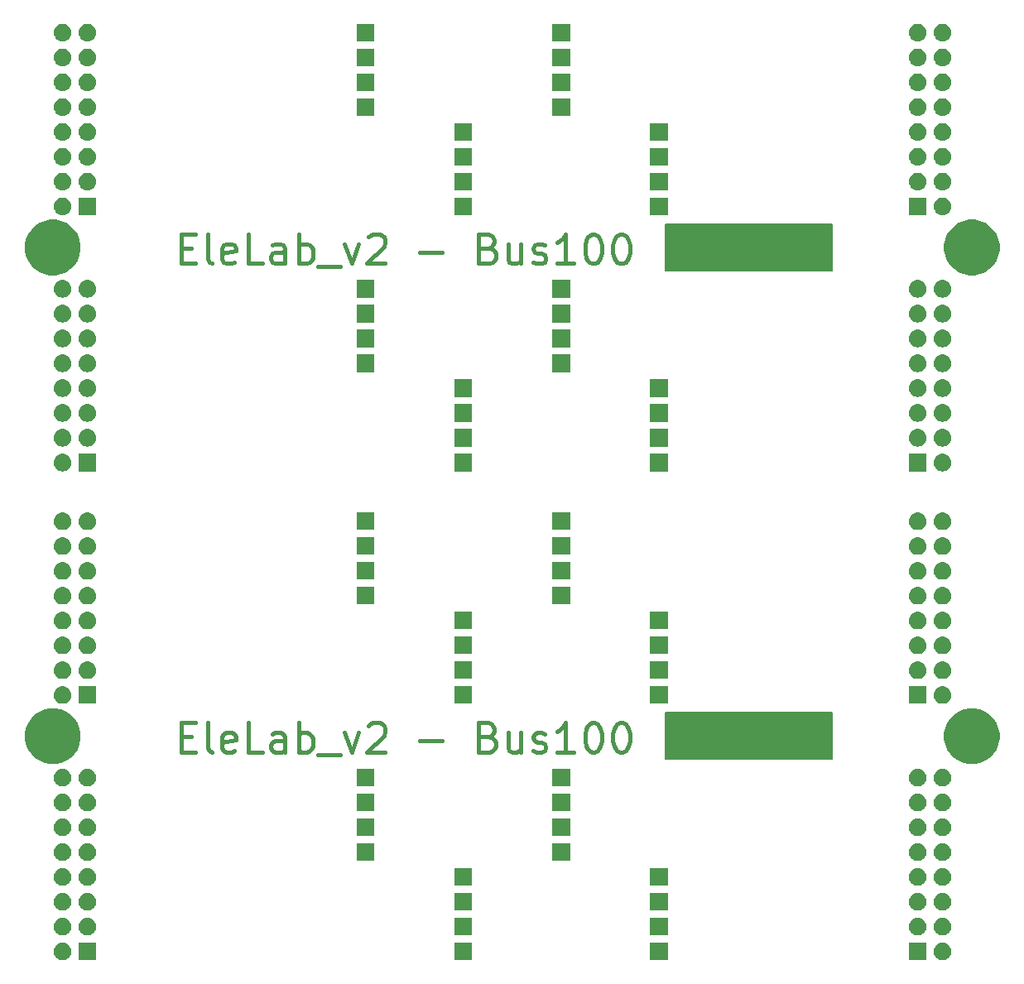
<source format=gts>
G04 #@! TF.GenerationSoftware,KiCad,Pcbnew,(5.0.2)-1*
G04 #@! TF.CreationDate,2019-08-28T20:26:21+02:00*
G04 #@! TF.ProjectId,EleLab_v2_Bus100,456c654c-6162-45f7-9632-5f4275733130,rev?*
G04 #@! TF.SameCoordinates,Original*
G04 #@! TF.FileFunction,Soldermask,Top*
G04 #@! TF.FilePolarity,Negative*
%FSLAX46Y46*%
G04 Gerber Fmt 4.6, Leading zero omitted, Abs format (unit mm)*
G04 Created by KiCad (PCBNEW (5.0.2)-1) date 28/08/2019 20:26:21*
%MOMM*%
%LPD*%
G01*
G04 APERTURE LIST*
%ADD10C,0.400000*%
%ADD11C,0.150000*%
%ADD12C,0.100000*%
G04 APERTURE END LIST*
D10*
X110142857Y-103055714D02*
X111142857Y-103055714D01*
X111571428Y-104627142D02*
X110142857Y-104627142D01*
X110142857Y-101627142D01*
X111571428Y-101627142D01*
X113285714Y-104627142D02*
X113000000Y-104484285D01*
X112857142Y-104198571D01*
X112857142Y-101627142D01*
X115571428Y-104484285D02*
X115285714Y-104627142D01*
X114714285Y-104627142D01*
X114428571Y-104484285D01*
X114285714Y-104198571D01*
X114285714Y-103055714D01*
X114428571Y-102770000D01*
X114714285Y-102627142D01*
X115285714Y-102627142D01*
X115571428Y-102770000D01*
X115714285Y-103055714D01*
X115714285Y-103341428D01*
X114285714Y-103627142D01*
X118428571Y-104627142D02*
X117000000Y-104627142D01*
X117000000Y-101627142D01*
X120714285Y-104627142D02*
X120714285Y-103055714D01*
X120571428Y-102770000D01*
X120285714Y-102627142D01*
X119714285Y-102627142D01*
X119428571Y-102770000D01*
X120714285Y-104484285D02*
X120428571Y-104627142D01*
X119714285Y-104627142D01*
X119428571Y-104484285D01*
X119285714Y-104198571D01*
X119285714Y-103912857D01*
X119428571Y-103627142D01*
X119714285Y-103484285D01*
X120428571Y-103484285D01*
X120714285Y-103341428D01*
X122142857Y-104627142D02*
X122142857Y-101627142D01*
X122142857Y-102770000D02*
X122428571Y-102627142D01*
X123000000Y-102627142D01*
X123285714Y-102770000D01*
X123428571Y-102912857D01*
X123571428Y-103198571D01*
X123571428Y-104055714D01*
X123428571Y-104341428D01*
X123285714Y-104484285D01*
X123000000Y-104627142D01*
X122428571Y-104627142D01*
X122142857Y-104484285D01*
X124142857Y-104912857D02*
X126428571Y-104912857D01*
X126857142Y-102627142D02*
X127571428Y-104627142D01*
X128285714Y-102627142D01*
X129285714Y-101912857D02*
X129428571Y-101770000D01*
X129714285Y-101627142D01*
X130428571Y-101627142D01*
X130714285Y-101770000D01*
X130857142Y-101912857D01*
X131000000Y-102198571D01*
X131000000Y-102484285D01*
X130857142Y-102912857D01*
X129142857Y-104627142D01*
X131000000Y-104627142D01*
X134571428Y-103484285D02*
X136857142Y-103484285D01*
X141571428Y-103055714D02*
X142000000Y-103198571D01*
X142142857Y-103341428D01*
X142285714Y-103627142D01*
X142285714Y-104055714D01*
X142142857Y-104341428D01*
X142000000Y-104484285D01*
X141714285Y-104627142D01*
X140571428Y-104627142D01*
X140571428Y-101627142D01*
X141571428Y-101627142D01*
X141857142Y-101770000D01*
X142000000Y-101912857D01*
X142142857Y-102198571D01*
X142142857Y-102484285D01*
X142000000Y-102770000D01*
X141857142Y-102912857D01*
X141571428Y-103055714D01*
X140571428Y-103055714D01*
X144857142Y-102627142D02*
X144857142Y-104627142D01*
X143571428Y-102627142D02*
X143571428Y-104198571D01*
X143714285Y-104484285D01*
X144000000Y-104627142D01*
X144428571Y-104627142D01*
X144714285Y-104484285D01*
X144857142Y-104341428D01*
X146142857Y-104484285D02*
X146428571Y-104627142D01*
X147000000Y-104627142D01*
X147285714Y-104484285D01*
X147428571Y-104198571D01*
X147428571Y-104055714D01*
X147285714Y-103770000D01*
X147000000Y-103627142D01*
X146571428Y-103627142D01*
X146285714Y-103484285D01*
X146142857Y-103198571D01*
X146142857Y-103055714D01*
X146285714Y-102770000D01*
X146571428Y-102627142D01*
X147000000Y-102627142D01*
X147285714Y-102770000D01*
X150285714Y-104627142D02*
X148571428Y-104627142D01*
X149428571Y-104627142D02*
X149428571Y-101627142D01*
X149142857Y-102055714D01*
X148857142Y-102341428D01*
X148571428Y-102484285D01*
X152142857Y-101627142D02*
X152428571Y-101627142D01*
X152714285Y-101770000D01*
X152857142Y-101912857D01*
X153000000Y-102198571D01*
X153142857Y-102770000D01*
X153142857Y-103484285D01*
X153000000Y-104055714D01*
X152857142Y-104341428D01*
X152714285Y-104484285D01*
X152428571Y-104627142D01*
X152142857Y-104627142D01*
X151857142Y-104484285D01*
X151714285Y-104341428D01*
X151571428Y-104055714D01*
X151428571Y-103484285D01*
X151428571Y-102770000D01*
X151571428Y-102198571D01*
X151714285Y-101912857D01*
X151857142Y-101770000D01*
X152142857Y-101627142D01*
X155000000Y-101627142D02*
X155285714Y-101627142D01*
X155571428Y-101770000D01*
X155714285Y-101912857D01*
X155857142Y-102198571D01*
X156000000Y-102770000D01*
X156000000Y-103484285D01*
X155857142Y-104055714D01*
X155714285Y-104341428D01*
X155571428Y-104484285D01*
X155285714Y-104627142D01*
X155000000Y-104627142D01*
X154714285Y-104484285D01*
X154571428Y-104341428D01*
X154428571Y-104055714D01*
X154285714Y-103484285D01*
X154285714Y-102770000D01*
X154428571Y-102198571D01*
X154571428Y-101912857D01*
X154714285Y-101770000D01*
X155000000Y-101627142D01*
X110142857Y-53055714D02*
X111142857Y-53055714D01*
X111571428Y-54627142D02*
X110142857Y-54627142D01*
X110142857Y-51627142D01*
X111571428Y-51627142D01*
X113285714Y-54627142D02*
X113000000Y-54484285D01*
X112857142Y-54198571D01*
X112857142Y-51627142D01*
X115571428Y-54484285D02*
X115285714Y-54627142D01*
X114714285Y-54627142D01*
X114428571Y-54484285D01*
X114285714Y-54198571D01*
X114285714Y-53055714D01*
X114428571Y-52770000D01*
X114714285Y-52627142D01*
X115285714Y-52627142D01*
X115571428Y-52770000D01*
X115714285Y-53055714D01*
X115714285Y-53341428D01*
X114285714Y-53627142D01*
X118428571Y-54627142D02*
X117000000Y-54627142D01*
X117000000Y-51627142D01*
X120714285Y-54627142D02*
X120714285Y-53055714D01*
X120571428Y-52770000D01*
X120285714Y-52627142D01*
X119714285Y-52627142D01*
X119428571Y-52770000D01*
X120714285Y-54484285D02*
X120428571Y-54627142D01*
X119714285Y-54627142D01*
X119428571Y-54484285D01*
X119285714Y-54198571D01*
X119285714Y-53912857D01*
X119428571Y-53627142D01*
X119714285Y-53484285D01*
X120428571Y-53484285D01*
X120714285Y-53341428D01*
X122142857Y-54627142D02*
X122142857Y-51627142D01*
X122142857Y-52770000D02*
X122428571Y-52627142D01*
X123000000Y-52627142D01*
X123285714Y-52770000D01*
X123428571Y-52912857D01*
X123571428Y-53198571D01*
X123571428Y-54055714D01*
X123428571Y-54341428D01*
X123285714Y-54484285D01*
X123000000Y-54627142D01*
X122428571Y-54627142D01*
X122142857Y-54484285D01*
X124142857Y-54912857D02*
X126428571Y-54912857D01*
X126857142Y-52627142D02*
X127571428Y-54627142D01*
X128285714Y-52627142D01*
X129285714Y-51912857D02*
X129428571Y-51770000D01*
X129714285Y-51627142D01*
X130428571Y-51627142D01*
X130714285Y-51770000D01*
X130857142Y-51912857D01*
X131000000Y-52198571D01*
X131000000Y-52484285D01*
X130857142Y-52912857D01*
X129142857Y-54627142D01*
X131000000Y-54627142D01*
X134571428Y-53484285D02*
X136857142Y-53484285D01*
X141571428Y-53055714D02*
X142000000Y-53198571D01*
X142142857Y-53341428D01*
X142285714Y-53627142D01*
X142285714Y-54055714D01*
X142142857Y-54341428D01*
X142000000Y-54484285D01*
X141714285Y-54627142D01*
X140571428Y-54627142D01*
X140571428Y-51627142D01*
X141571428Y-51627142D01*
X141857142Y-51770000D01*
X142000000Y-51912857D01*
X142142857Y-52198571D01*
X142142857Y-52484285D01*
X142000000Y-52770000D01*
X141857142Y-52912857D01*
X141571428Y-53055714D01*
X140571428Y-53055714D01*
X144857142Y-52627142D02*
X144857142Y-54627142D01*
X143571428Y-52627142D02*
X143571428Y-54198571D01*
X143714285Y-54484285D01*
X144000000Y-54627142D01*
X144428571Y-54627142D01*
X144714285Y-54484285D01*
X144857142Y-54341428D01*
X146142857Y-54484285D02*
X146428571Y-54627142D01*
X147000000Y-54627142D01*
X147285714Y-54484285D01*
X147428571Y-54198571D01*
X147428571Y-54055714D01*
X147285714Y-53770000D01*
X147000000Y-53627142D01*
X146571428Y-53627142D01*
X146285714Y-53484285D01*
X146142857Y-53198571D01*
X146142857Y-53055714D01*
X146285714Y-52770000D01*
X146571428Y-52627142D01*
X147000000Y-52627142D01*
X147285714Y-52770000D01*
X150285714Y-54627142D02*
X148571428Y-54627142D01*
X149428571Y-54627142D02*
X149428571Y-51627142D01*
X149142857Y-52055714D01*
X148857142Y-52341428D01*
X148571428Y-52484285D01*
X152142857Y-51627142D02*
X152428571Y-51627142D01*
X152714285Y-51770000D01*
X152857142Y-51912857D01*
X153000000Y-52198571D01*
X153142857Y-52770000D01*
X153142857Y-53484285D01*
X153000000Y-54055714D01*
X152857142Y-54341428D01*
X152714285Y-54484285D01*
X152428571Y-54627142D01*
X152142857Y-54627142D01*
X151857142Y-54484285D01*
X151714285Y-54341428D01*
X151571428Y-54055714D01*
X151428571Y-53484285D01*
X151428571Y-52770000D01*
X151571428Y-52198571D01*
X151714285Y-51912857D01*
X151857142Y-51770000D01*
X152142857Y-51627142D01*
X155000000Y-51627142D02*
X155285714Y-51627142D01*
X155571428Y-51770000D01*
X155714285Y-51912857D01*
X155857142Y-52198571D01*
X156000000Y-52770000D01*
X156000000Y-53484285D01*
X155857142Y-54055714D01*
X155714285Y-54341428D01*
X155571428Y-54484285D01*
X155285714Y-54627142D01*
X155000000Y-54627142D01*
X154714285Y-54484285D01*
X154571428Y-54341428D01*
X154428571Y-54055714D01*
X154285714Y-53484285D01*
X154285714Y-52770000D01*
X154428571Y-52198571D01*
X154571428Y-51912857D01*
X154714285Y-51770000D01*
X155000000Y-51627142D01*
D11*
G04 #@! TO.C,LO_1*
G36*
X176677200Y-100611600D02*
X159710000Y-100611600D01*
X159710000Y-105336000D01*
X176677200Y-105336000D01*
X176677200Y-100611600D01*
G37*
X176677200Y-100611600D02*
X159710000Y-100611600D01*
X159710000Y-105336000D01*
X176677200Y-105336000D01*
X176677200Y-100611600D01*
G36*
X176677200Y-50611600D02*
X159710000Y-50611600D01*
X159710000Y-55336000D01*
X176677200Y-55336000D01*
X176677200Y-50611600D01*
G37*
X176677200Y-50611600D02*
X159710000Y-50611600D01*
X159710000Y-55336000D01*
X176677200Y-55336000D01*
X176677200Y-50611600D01*
D12*
G36*
X188110443Y-124105519D02*
X188176627Y-124112037D01*
X188289853Y-124146384D01*
X188346467Y-124163557D01*
X188485087Y-124237652D01*
X188502991Y-124247222D01*
X188538729Y-124276552D01*
X188640186Y-124359814D01*
X188723448Y-124461271D01*
X188752778Y-124497009D01*
X188752779Y-124497011D01*
X188836443Y-124653533D01*
X188836443Y-124653534D01*
X188887963Y-124823373D01*
X188905359Y-125000000D01*
X188887963Y-125176627D01*
X188853616Y-125289853D01*
X188836443Y-125346467D01*
X188762348Y-125485087D01*
X188752778Y-125502991D01*
X188723448Y-125538729D01*
X188640186Y-125640186D01*
X188538729Y-125723448D01*
X188502991Y-125752778D01*
X188502989Y-125752779D01*
X188346467Y-125836443D01*
X188289853Y-125853616D01*
X188176627Y-125887963D01*
X188110443Y-125894481D01*
X188044260Y-125901000D01*
X187955740Y-125901000D01*
X187889557Y-125894481D01*
X187823373Y-125887963D01*
X187710147Y-125853616D01*
X187653533Y-125836443D01*
X187497011Y-125752779D01*
X187497009Y-125752778D01*
X187461271Y-125723448D01*
X187359814Y-125640186D01*
X187276552Y-125538729D01*
X187247222Y-125502991D01*
X187237652Y-125485087D01*
X187163557Y-125346467D01*
X187146384Y-125289853D01*
X187112037Y-125176627D01*
X187094641Y-125000000D01*
X187112037Y-124823373D01*
X187163557Y-124653534D01*
X187163557Y-124653533D01*
X187247221Y-124497011D01*
X187247222Y-124497009D01*
X187276552Y-124461271D01*
X187359814Y-124359814D01*
X187461271Y-124276552D01*
X187497009Y-124247222D01*
X187514913Y-124237652D01*
X187653533Y-124163557D01*
X187710147Y-124146384D01*
X187823373Y-124112037D01*
X187889557Y-124105519D01*
X187955740Y-124099000D01*
X188044260Y-124099000D01*
X188110443Y-124105519D01*
X188110443Y-124105519D01*
G37*
G36*
X186361000Y-125901000D02*
X184559000Y-125901000D01*
X184559000Y-124099000D01*
X186361000Y-124099000D01*
X186361000Y-125901000D01*
X186361000Y-125901000D01*
G37*
G36*
X98110443Y-124105519D02*
X98176627Y-124112037D01*
X98289853Y-124146384D01*
X98346467Y-124163557D01*
X98485087Y-124237652D01*
X98502991Y-124247222D01*
X98538729Y-124276552D01*
X98640186Y-124359814D01*
X98723448Y-124461271D01*
X98752778Y-124497009D01*
X98752779Y-124497011D01*
X98836443Y-124653533D01*
X98836443Y-124653534D01*
X98887963Y-124823373D01*
X98905359Y-125000000D01*
X98887963Y-125176627D01*
X98853616Y-125289853D01*
X98836443Y-125346467D01*
X98762348Y-125485087D01*
X98752778Y-125502991D01*
X98723448Y-125538729D01*
X98640186Y-125640186D01*
X98538729Y-125723448D01*
X98502991Y-125752778D01*
X98502989Y-125752779D01*
X98346467Y-125836443D01*
X98289853Y-125853616D01*
X98176627Y-125887963D01*
X98110443Y-125894481D01*
X98044260Y-125901000D01*
X97955740Y-125901000D01*
X97889557Y-125894481D01*
X97823373Y-125887963D01*
X97710147Y-125853616D01*
X97653533Y-125836443D01*
X97497011Y-125752779D01*
X97497009Y-125752778D01*
X97461271Y-125723448D01*
X97359814Y-125640186D01*
X97276552Y-125538729D01*
X97247222Y-125502991D01*
X97237652Y-125485087D01*
X97163557Y-125346467D01*
X97146384Y-125289853D01*
X97112037Y-125176627D01*
X97094641Y-125000000D01*
X97112037Y-124823373D01*
X97163557Y-124653534D01*
X97163557Y-124653533D01*
X97247221Y-124497011D01*
X97247222Y-124497009D01*
X97276552Y-124461271D01*
X97359814Y-124359814D01*
X97461271Y-124276552D01*
X97497009Y-124247222D01*
X97514913Y-124237652D01*
X97653533Y-124163557D01*
X97710147Y-124146384D01*
X97823373Y-124112037D01*
X97889557Y-124105519D01*
X97955740Y-124099000D01*
X98044260Y-124099000D01*
X98110443Y-124105519D01*
X98110443Y-124105519D01*
G37*
G36*
X101441000Y-125901000D02*
X99639000Y-125901000D01*
X99639000Y-124099000D01*
X101441000Y-124099000D01*
X101441000Y-125901000D01*
X101441000Y-125901000D01*
G37*
G36*
X139901000Y-125901000D02*
X138099000Y-125901000D01*
X138099000Y-124099000D01*
X139901000Y-124099000D01*
X139901000Y-125901000D01*
X139901000Y-125901000D01*
G37*
G36*
X159901000Y-125901000D02*
X158099000Y-125901000D01*
X158099000Y-124099000D01*
X159901000Y-124099000D01*
X159901000Y-125901000D01*
X159901000Y-125901000D01*
G37*
G36*
X185570442Y-121565518D02*
X185636627Y-121572037D01*
X185749853Y-121606384D01*
X185806467Y-121623557D01*
X185945087Y-121697652D01*
X185962991Y-121707222D01*
X185998729Y-121736552D01*
X186100186Y-121819814D01*
X186183448Y-121921271D01*
X186212778Y-121957009D01*
X186212779Y-121957011D01*
X186296443Y-122113533D01*
X186296443Y-122113534D01*
X186347963Y-122283373D01*
X186365359Y-122460000D01*
X186347963Y-122636627D01*
X186313616Y-122749853D01*
X186296443Y-122806467D01*
X186222348Y-122945087D01*
X186212778Y-122962991D01*
X186183448Y-122998729D01*
X186100186Y-123100186D01*
X185998729Y-123183448D01*
X185962991Y-123212778D01*
X185962989Y-123212779D01*
X185806467Y-123296443D01*
X185749853Y-123313616D01*
X185636627Y-123347963D01*
X185570443Y-123354481D01*
X185504260Y-123361000D01*
X185415740Y-123361000D01*
X185349557Y-123354481D01*
X185283373Y-123347963D01*
X185170147Y-123313616D01*
X185113533Y-123296443D01*
X184957011Y-123212779D01*
X184957009Y-123212778D01*
X184921271Y-123183448D01*
X184819814Y-123100186D01*
X184736552Y-122998729D01*
X184707222Y-122962991D01*
X184697652Y-122945087D01*
X184623557Y-122806467D01*
X184606384Y-122749853D01*
X184572037Y-122636627D01*
X184554641Y-122460000D01*
X184572037Y-122283373D01*
X184623557Y-122113534D01*
X184623557Y-122113533D01*
X184707221Y-121957011D01*
X184707222Y-121957009D01*
X184736552Y-121921271D01*
X184819814Y-121819814D01*
X184921271Y-121736552D01*
X184957009Y-121707222D01*
X184974913Y-121697652D01*
X185113533Y-121623557D01*
X185170147Y-121606384D01*
X185283373Y-121572037D01*
X185349558Y-121565518D01*
X185415740Y-121559000D01*
X185504260Y-121559000D01*
X185570442Y-121565518D01*
X185570442Y-121565518D01*
G37*
G36*
X188110442Y-121565518D02*
X188176627Y-121572037D01*
X188289853Y-121606384D01*
X188346467Y-121623557D01*
X188485087Y-121697652D01*
X188502991Y-121707222D01*
X188538729Y-121736552D01*
X188640186Y-121819814D01*
X188723448Y-121921271D01*
X188752778Y-121957009D01*
X188752779Y-121957011D01*
X188836443Y-122113533D01*
X188836443Y-122113534D01*
X188887963Y-122283373D01*
X188905359Y-122460000D01*
X188887963Y-122636627D01*
X188853616Y-122749853D01*
X188836443Y-122806467D01*
X188762348Y-122945087D01*
X188752778Y-122962991D01*
X188723448Y-122998729D01*
X188640186Y-123100186D01*
X188538729Y-123183448D01*
X188502991Y-123212778D01*
X188502989Y-123212779D01*
X188346467Y-123296443D01*
X188289853Y-123313616D01*
X188176627Y-123347963D01*
X188110443Y-123354481D01*
X188044260Y-123361000D01*
X187955740Y-123361000D01*
X187889557Y-123354481D01*
X187823373Y-123347963D01*
X187710147Y-123313616D01*
X187653533Y-123296443D01*
X187497011Y-123212779D01*
X187497009Y-123212778D01*
X187461271Y-123183448D01*
X187359814Y-123100186D01*
X187276552Y-122998729D01*
X187247222Y-122962991D01*
X187237652Y-122945087D01*
X187163557Y-122806467D01*
X187146384Y-122749853D01*
X187112037Y-122636627D01*
X187094641Y-122460000D01*
X187112037Y-122283373D01*
X187163557Y-122113534D01*
X187163557Y-122113533D01*
X187247221Y-121957011D01*
X187247222Y-121957009D01*
X187276552Y-121921271D01*
X187359814Y-121819814D01*
X187461271Y-121736552D01*
X187497009Y-121707222D01*
X187514913Y-121697652D01*
X187653533Y-121623557D01*
X187710147Y-121606384D01*
X187823373Y-121572037D01*
X187889558Y-121565518D01*
X187955740Y-121559000D01*
X188044260Y-121559000D01*
X188110442Y-121565518D01*
X188110442Y-121565518D01*
G37*
G36*
X98110442Y-121565518D02*
X98176627Y-121572037D01*
X98289853Y-121606384D01*
X98346467Y-121623557D01*
X98485087Y-121697652D01*
X98502991Y-121707222D01*
X98538729Y-121736552D01*
X98640186Y-121819814D01*
X98723448Y-121921271D01*
X98752778Y-121957009D01*
X98752779Y-121957011D01*
X98836443Y-122113533D01*
X98836443Y-122113534D01*
X98887963Y-122283373D01*
X98905359Y-122460000D01*
X98887963Y-122636627D01*
X98853616Y-122749853D01*
X98836443Y-122806467D01*
X98762348Y-122945087D01*
X98752778Y-122962991D01*
X98723448Y-122998729D01*
X98640186Y-123100186D01*
X98538729Y-123183448D01*
X98502991Y-123212778D01*
X98502989Y-123212779D01*
X98346467Y-123296443D01*
X98289853Y-123313616D01*
X98176627Y-123347963D01*
X98110443Y-123354481D01*
X98044260Y-123361000D01*
X97955740Y-123361000D01*
X97889557Y-123354481D01*
X97823373Y-123347963D01*
X97710147Y-123313616D01*
X97653533Y-123296443D01*
X97497011Y-123212779D01*
X97497009Y-123212778D01*
X97461271Y-123183448D01*
X97359814Y-123100186D01*
X97276552Y-122998729D01*
X97247222Y-122962991D01*
X97237652Y-122945087D01*
X97163557Y-122806467D01*
X97146384Y-122749853D01*
X97112037Y-122636627D01*
X97094641Y-122460000D01*
X97112037Y-122283373D01*
X97163557Y-122113534D01*
X97163557Y-122113533D01*
X97247221Y-121957011D01*
X97247222Y-121957009D01*
X97276552Y-121921271D01*
X97359814Y-121819814D01*
X97461271Y-121736552D01*
X97497009Y-121707222D01*
X97514913Y-121697652D01*
X97653533Y-121623557D01*
X97710147Y-121606384D01*
X97823373Y-121572037D01*
X97889558Y-121565518D01*
X97955740Y-121559000D01*
X98044260Y-121559000D01*
X98110442Y-121565518D01*
X98110442Y-121565518D01*
G37*
G36*
X100650442Y-121565518D02*
X100716627Y-121572037D01*
X100829853Y-121606384D01*
X100886467Y-121623557D01*
X101025087Y-121697652D01*
X101042991Y-121707222D01*
X101078729Y-121736552D01*
X101180186Y-121819814D01*
X101263448Y-121921271D01*
X101292778Y-121957009D01*
X101292779Y-121957011D01*
X101376443Y-122113533D01*
X101376443Y-122113534D01*
X101427963Y-122283373D01*
X101445359Y-122460000D01*
X101427963Y-122636627D01*
X101393616Y-122749853D01*
X101376443Y-122806467D01*
X101302348Y-122945087D01*
X101292778Y-122962991D01*
X101263448Y-122998729D01*
X101180186Y-123100186D01*
X101078729Y-123183448D01*
X101042991Y-123212778D01*
X101042989Y-123212779D01*
X100886467Y-123296443D01*
X100829853Y-123313616D01*
X100716627Y-123347963D01*
X100650443Y-123354481D01*
X100584260Y-123361000D01*
X100495740Y-123361000D01*
X100429557Y-123354481D01*
X100363373Y-123347963D01*
X100250147Y-123313616D01*
X100193533Y-123296443D01*
X100037011Y-123212779D01*
X100037009Y-123212778D01*
X100001271Y-123183448D01*
X99899814Y-123100186D01*
X99816552Y-122998729D01*
X99787222Y-122962991D01*
X99777652Y-122945087D01*
X99703557Y-122806467D01*
X99686384Y-122749853D01*
X99652037Y-122636627D01*
X99634641Y-122460000D01*
X99652037Y-122283373D01*
X99703557Y-122113534D01*
X99703557Y-122113533D01*
X99787221Y-121957011D01*
X99787222Y-121957009D01*
X99816552Y-121921271D01*
X99899814Y-121819814D01*
X100001271Y-121736552D01*
X100037009Y-121707222D01*
X100054913Y-121697652D01*
X100193533Y-121623557D01*
X100250147Y-121606384D01*
X100363373Y-121572037D01*
X100429558Y-121565518D01*
X100495740Y-121559000D01*
X100584260Y-121559000D01*
X100650442Y-121565518D01*
X100650442Y-121565518D01*
G37*
G36*
X159901000Y-123361000D02*
X158099000Y-123361000D01*
X158099000Y-121559000D01*
X159901000Y-121559000D01*
X159901000Y-123361000D01*
X159901000Y-123361000D01*
G37*
G36*
X139901000Y-123361000D02*
X138099000Y-123361000D01*
X138099000Y-121559000D01*
X139901000Y-121559000D01*
X139901000Y-123361000D01*
X139901000Y-123361000D01*
G37*
G36*
X188110442Y-119025518D02*
X188176627Y-119032037D01*
X188289853Y-119066384D01*
X188346467Y-119083557D01*
X188485087Y-119157652D01*
X188502991Y-119167222D01*
X188538729Y-119196552D01*
X188640186Y-119279814D01*
X188723448Y-119381271D01*
X188752778Y-119417009D01*
X188752779Y-119417011D01*
X188836443Y-119573533D01*
X188836443Y-119573534D01*
X188887963Y-119743373D01*
X188905359Y-119920000D01*
X188887963Y-120096627D01*
X188853616Y-120209853D01*
X188836443Y-120266467D01*
X188762348Y-120405087D01*
X188752778Y-120422991D01*
X188723448Y-120458729D01*
X188640186Y-120560186D01*
X188538729Y-120643448D01*
X188502991Y-120672778D01*
X188502989Y-120672779D01*
X188346467Y-120756443D01*
X188289853Y-120773616D01*
X188176627Y-120807963D01*
X188110442Y-120814482D01*
X188044260Y-120821000D01*
X187955740Y-120821000D01*
X187889558Y-120814482D01*
X187823373Y-120807963D01*
X187710147Y-120773616D01*
X187653533Y-120756443D01*
X187497011Y-120672779D01*
X187497009Y-120672778D01*
X187461271Y-120643448D01*
X187359814Y-120560186D01*
X187276552Y-120458729D01*
X187247222Y-120422991D01*
X187237652Y-120405087D01*
X187163557Y-120266467D01*
X187146384Y-120209853D01*
X187112037Y-120096627D01*
X187094641Y-119920000D01*
X187112037Y-119743373D01*
X187163557Y-119573534D01*
X187163557Y-119573533D01*
X187247221Y-119417011D01*
X187247222Y-119417009D01*
X187276552Y-119381271D01*
X187359814Y-119279814D01*
X187461271Y-119196552D01*
X187497009Y-119167222D01*
X187514913Y-119157652D01*
X187653533Y-119083557D01*
X187710147Y-119066384D01*
X187823373Y-119032037D01*
X187889558Y-119025518D01*
X187955740Y-119019000D01*
X188044260Y-119019000D01*
X188110442Y-119025518D01*
X188110442Y-119025518D01*
G37*
G36*
X100650442Y-119025518D02*
X100716627Y-119032037D01*
X100829853Y-119066384D01*
X100886467Y-119083557D01*
X101025087Y-119157652D01*
X101042991Y-119167222D01*
X101078729Y-119196552D01*
X101180186Y-119279814D01*
X101263448Y-119381271D01*
X101292778Y-119417009D01*
X101292779Y-119417011D01*
X101376443Y-119573533D01*
X101376443Y-119573534D01*
X101427963Y-119743373D01*
X101445359Y-119920000D01*
X101427963Y-120096627D01*
X101393616Y-120209853D01*
X101376443Y-120266467D01*
X101302348Y-120405087D01*
X101292778Y-120422991D01*
X101263448Y-120458729D01*
X101180186Y-120560186D01*
X101078729Y-120643448D01*
X101042991Y-120672778D01*
X101042989Y-120672779D01*
X100886467Y-120756443D01*
X100829853Y-120773616D01*
X100716627Y-120807963D01*
X100650442Y-120814482D01*
X100584260Y-120821000D01*
X100495740Y-120821000D01*
X100429558Y-120814482D01*
X100363373Y-120807963D01*
X100250147Y-120773616D01*
X100193533Y-120756443D01*
X100037011Y-120672779D01*
X100037009Y-120672778D01*
X100001271Y-120643448D01*
X99899814Y-120560186D01*
X99816552Y-120458729D01*
X99787222Y-120422991D01*
X99777652Y-120405087D01*
X99703557Y-120266467D01*
X99686384Y-120209853D01*
X99652037Y-120096627D01*
X99634641Y-119920000D01*
X99652037Y-119743373D01*
X99703557Y-119573534D01*
X99703557Y-119573533D01*
X99787221Y-119417011D01*
X99787222Y-119417009D01*
X99816552Y-119381271D01*
X99899814Y-119279814D01*
X100001271Y-119196552D01*
X100037009Y-119167222D01*
X100054913Y-119157652D01*
X100193533Y-119083557D01*
X100250147Y-119066384D01*
X100363373Y-119032037D01*
X100429558Y-119025518D01*
X100495740Y-119019000D01*
X100584260Y-119019000D01*
X100650442Y-119025518D01*
X100650442Y-119025518D01*
G37*
G36*
X139901000Y-120821000D02*
X138099000Y-120821000D01*
X138099000Y-119019000D01*
X139901000Y-119019000D01*
X139901000Y-120821000D01*
X139901000Y-120821000D01*
G37*
G36*
X185570442Y-119025518D02*
X185636627Y-119032037D01*
X185749853Y-119066384D01*
X185806467Y-119083557D01*
X185945087Y-119157652D01*
X185962991Y-119167222D01*
X185998729Y-119196552D01*
X186100186Y-119279814D01*
X186183448Y-119381271D01*
X186212778Y-119417009D01*
X186212779Y-119417011D01*
X186296443Y-119573533D01*
X186296443Y-119573534D01*
X186347963Y-119743373D01*
X186365359Y-119920000D01*
X186347963Y-120096627D01*
X186313616Y-120209853D01*
X186296443Y-120266467D01*
X186222348Y-120405087D01*
X186212778Y-120422991D01*
X186183448Y-120458729D01*
X186100186Y-120560186D01*
X185998729Y-120643448D01*
X185962991Y-120672778D01*
X185962989Y-120672779D01*
X185806467Y-120756443D01*
X185749853Y-120773616D01*
X185636627Y-120807963D01*
X185570442Y-120814482D01*
X185504260Y-120821000D01*
X185415740Y-120821000D01*
X185349558Y-120814482D01*
X185283373Y-120807963D01*
X185170147Y-120773616D01*
X185113533Y-120756443D01*
X184957011Y-120672779D01*
X184957009Y-120672778D01*
X184921271Y-120643448D01*
X184819814Y-120560186D01*
X184736552Y-120458729D01*
X184707222Y-120422991D01*
X184697652Y-120405087D01*
X184623557Y-120266467D01*
X184606384Y-120209853D01*
X184572037Y-120096627D01*
X184554641Y-119920000D01*
X184572037Y-119743373D01*
X184623557Y-119573534D01*
X184623557Y-119573533D01*
X184707221Y-119417011D01*
X184707222Y-119417009D01*
X184736552Y-119381271D01*
X184819814Y-119279814D01*
X184921271Y-119196552D01*
X184957009Y-119167222D01*
X184974913Y-119157652D01*
X185113533Y-119083557D01*
X185170147Y-119066384D01*
X185283373Y-119032037D01*
X185349558Y-119025518D01*
X185415740Y-119019000D01*
X185504260Y-119019000D01*
X185570442Y-119025518D01*
X185570442Y-119025518D01*
G37*
G36*
X159901000Y-120821000D02*
X158099000Y-120821000D01*
X158099000Y-119019000D01*
X159901000Y-119019000D01*
X159901000Y-120821000D01*
X159901000Y-120821000D01*
G37*
G36*
X98110442Y-119025518D02*
X98176627Y-119032037D01*
X98289853Y-119066384D01*
X98346467Y-119083557D01*
X98485087Y-119157652D01*
X98502991Y-119167222D01*
X98538729Y-119196552D01*
X98640186Y-119279814D01*
X98723448Y-119381271D01*
X98752778Y-119417009D01*
X98752779Y-119417011D01*
X98836443Y-119573533D01*
X98836443Y-119573534D01*
X98887963Y-119743373D01*
X98905359Y-119920000D01*
X98887963Y-120096627D01*
X98853616Y-120209853D01*
X98836443Y-120266467D01*
X98762348Y-120405087D01*
X98752778Y-120422991D01*
X98723448Y-120458729D01*
X98640186Y-120560186D01*
X98538729Y-120643448D01*
X98502991Y-120672778D01*
X98502989Y-120672779D01*
X98346467Y-120756443D01*
X98289853Y-120773616D01*
X98176627Y-120807963D01*
X98110442Y-120814482D01*
X98044260Y-120821000D01*
X97955740Y-120821000D01*
X97889558Y-120814482D01*
X97823373Y-120807963D01*
X97710147Y-120773616D01*
X97653533Y-120756443D01*
X97497011Y-120672779D01*
X97497009Y-120672778D01*
X97461271Y-120643448D01*
X97359814Y-120560186D01*
X97276552Y-120458729D01*
X97247222Y-120422991D01*
X97237652Y-120405087D01*
X97163557Y-120266467D01*
X97146384Y-120209853D01*
X97112037Y-120096627D01*
X97094641Y-119920000D01*
X97112037Y-119743373D01*
X97163557Y-119573534D01*
X97163557Y-119573533D01*
X97247221Y-119417011D01*
X97247222Y-119417009D01*
X97276552Y-119381271D01*
X97359814Y-119279814D01*
X97461271Y-119196552D01*
X97497009Y-119167222D01*
X97514913Y-119157652D01*
X97653533Y-119083557D01*
X97710147Y-119066384D01*
X97823373Y-119032037D01*
X97889558Y-119025518D01*
X97955740Y-119019000D01*
X98044260Y-119019000D01*
X98110442Y-119025518D01*
X98110442Y-119025518D01*
G37*
G36*
X100650443Y-116485519D02*
X100716627Y-116492037D01*
X100829853Y-116526384D01*
X100886467Y-116543557D01*
X101025087Y-116617652D01*
X101042991Y-116627222D01*
X101078729Y-116656552D01*
X101180186Y-116739814D01*
X101263448Y-116841271D01*
X101292778Y-116877009D01*
X101292779Y-116877011D01*
X101376443Y-117033533D01*
X101376443Y-117033534D01*
X101427963Y-117203373D01*
X101445359Y-117380000D01*
X101427963Y-117556627D01*
X101393616Y-117669853D01*
X101376443Y-117726467D01*
X101302348Y-117865087D01*
X101292778Y-117882991D01*
X101263448Y-117918729D01*
X101180186Y-118020186D01*
X101078729Y-118103448D01*
X101042991Y-118132778D01*
X101042989Y-118132779D01*
X100886467Y-118216443D01*
X100829853Y-118233616D01*
X100716627Y-118267963D01*
X100650442Y-118274482D01*
X100584260Y-118281000D01*
X100495740Y-118281000D01*
X100429558Y-118274482D01*
X100363373Y-118267963D01*
X100250147Y-118233616D01*
X100193533Y-118216443D01*
X100037011Y-118132779D01*
X100037009Y-118132778D01*
X100001271Y-118103448D01*
X99899814Y-118020186D01*
X99816552Y-117918729D01*
X99787222Y-117882991D01*
X99777652Y-117865087D01*
X99703557Y-117726467D01*
X99686384Y-117669853D01*
X99652037Y-117556627D01*
X99634641Y-117380000D01*
X99652037Y-117203373D01*
X99703557Y-117033534D01*
X99703557Y-117033533D01*
X99787221Y-116877011D01*
X99787222Y-116877009D01*
X99816552Y-116841271D01*
X99899814Y-116739814D01*
X100001271Y-116656552D01*
X100037009Y-116627222D01*
X100054913Y-116617652D01*
X100193533Y-116543557D01*
X100250147Y-116526384D01*
X100363373Y-116492037D01*
X100429557Y-116485519D01*
X100495740Y-116479000D01*
X100584260Y-116479000D01*
X100650443Y-116485519D01*
X100650443Y-116485519D01*
G37*
G36*
X185570443Y-116485519D02*
X185636627Y-116492037D01*
X185749853Y-116526384D01*
X185806467Y-116543557D01*
X185945087Y-116617652D01*
X185962991Y-116627222D01*
X185998729Y-116656552D01*
X186100186Y-116739814D01*
X186183448Y-116841271D01*
X186212778Y-116877009D01*
X186212779Y-116877011D01*
X186296443Y-117033533D01*
X186296443Y-117033534D01*
X186347963Y-117203373D01*
X186365359Y-117380000D01*
X186347963Y-117556627D01*
X186313616Y-117669853D01*
X186296443Y-117726467D01*
X186222348Y-117865087D01*
X186212778Y-117882991D01*
X186183448Y-117918729D01*
X186100186Y-118020186D01*
X185998729Y-118103448D01*
X185962991Y-118132778D01*
X185962989Y-118132779D01*
X185806467Y-118216443D01*
X185749853Y-118233616D01*
X185636627Y-118267963D01*
X185570442Y-118274482D01*
X185504260Y-118281000D01*
X185415740Y-118281000D01*
X185349558Y-118274482D01*
X185283373Y-118267963D01*
X185170147Y-118233616D01*
X185113533Y-118216443D01*
X184957011Y-118132779D01*
X184957009Y-118132778D01*
X184921271Y-118103448D01*
X184819814Y-118020186D01*
X184736552Y-117918729D01*
X184707222Y-117882991D01*
X184697652Y-117865087D01*
X184623557Y-117726467D01*
X184606384Y-117669853D01*
X184572037Y-117556627D01*
X184554641Y-117380000D01*
X184572037Y-117203373D01*
X184623557Y-117033534D01*
X184623557Y-117033533D01*
X184707221Y-116877011D01*
X184707222Y-116877009D01*
X184736552Y-116841271D01*
X184819814Y-116739814D01*
X184921271Y-116656552D01*
X184957009Y-116627222D01*
X184974913Y-116617652D01*
X185113533Y-116543557D01*
X185170147Y-116526384D01*
X185283373Y-116492037D01*
X185349557Y-116485519D01*
X185415740Y-116479000D01*
X185504260Y-116479000D01*
X185570443Y-116485519D01*
X185570443Y-116485519D01*
G37*
G36*
X188110443Y-116485519D02*
X188176627Y-116492037D01*
X188289853Y-116526384D01*
X188346467Y-116543557D01*
X188485087Y-116617652D01*
X188502991Y-116627222D01*
X188538729Y-116656552D01*
X188640186Y-116739814D01*
X188723448Y-116841271D01*
X188752778Y-116877009D01*
X188752779Y-116877011D01*
X188836443Y-117033533D01*
X188836443Y-117033534D01*
X188887963Y-117203373D01*
X188905359Y-117380000D01*
X188887963Y-117556627D01*
X188853616Y-117669853D01*
X188836443Y-117726467D01*
X188762348Y-117865087D01*
X188752778Y-117882991D01*
X188723448Y-117918729D01*
X188640186Y-118020186D01*
X188538729Y-118103448D01*
X188502991Y-118132778D01*
X188502989Y-118132779D01*
X188346467Y-118216443D01*
X188289853Y-118233616D01*
X188176627Y-118267963D01*
X188110442Y-118274482D01*
X188044260Y-118281000D01*
X187955740Y-118281000D01*
X187889558Y-118274482D01*
X187823373Y-118267963D01*
X187710147Y-118233616D01*
X187653533Y-118216443D01*
X187497011Y-118132779D01*
X187497009Y-118132778D01*
X187461271Y-118103448D01*
X187359814Y-118020186D01*
X187276552Y-117918729D01*
X187247222Y-117882991D01*
X187237652Y-117865087D01*
X187163557Y-117726467D01*
X187146384Y-117669853D01*
X187112037Y-117556627D01*
X187094641Y-117380000D01*
X187112037Y-117203373D01*
X187163557Y-117033534D01*
X187163557Y-117033533D01*
X187247221Y-116877011D01*
X187247222Y-116877009D01*
X187276552Y-116841271D01*
X187359814Y-116739814D01*
X187461271Y-116656552D01*
X187497009Y-116627222D01*
X187514913Y-116617652D01*
X187653533Y-116543557D01*
X187710147Y-116526384D01*
X187823373Y-116492037D01*
X187889557Y-116485519D01*
X187955740Y-116479000D01*
X188044260Y-116479000D01*
X188110443Y-116485519D01*
X188110443Y-116485519D01*
G37*
G36*
X98110443Y-116485519D02*
X98176627Y-116492037D01*
X98289853Y-116526384D01*
X98346467Y-116543557D01*
X98485087Y-116617652D01*
X98502991Y-116627222D01*
X98538729Y-116656552D01*
X98640186Y-116739814D01*
X98723448Y-116841271D01*
X98752778Y-116877009D01*
X98752779Y-116877011D01*
X98836443Y-117033533D01*
X98836443Y-117033534D01*
X98887963Y-117203373D01*
X98905359Y-117380000D01*
X98887963Y-117556627D01*
X98853616Y-117669853D01*
X98836443Y-117726467D01*
X98762348Y-117865087D01*
X98752778Y-117882991D01*
X98723448Y-117918729D01*
X98640186Y-118020186D01*
X98538729Y-118103448D01*
X98502991Y-118132778D01*
X98502989Y-118132779D01*
X98346467Y-118216443D01*
X98289853Y-118233616D01*
X98176627Y-118267963D01*
X98110442Y-118274482D01*
X98044260Y-118281000D01*
X97955740Y-118281000D01*
X97889558Y-118274482D01*
X97823373Y-118267963D01*
X97710147Y-118233616D01*
X97653533Y-118216443D01*
X97497011Y-118132779D01*
X97497009Y-118132778D01*
X97461271Y-118103448D01*
X97359814Y-118020186D01*
X97276552Y-117918729D01*
X97247222Y-117882991D01*
X97237652Y-117865087D01*
X97163557Y-117726467D01*
X97146384Y-117669853D01*
X97112037Y-117556627D01*
X97094641Y-117380000D01*
X97112037Y-117203373D01*
X97163557Y-117033534D01*
X97163557Y-117033533D01*
X97247221Y-116877011D01*
X97247222Y-116877009D01*
X97276552Y-116841271D01*
X97359814Y-116739814D01*
X97461271Y-116656552D01*
X97497009Y-116627222D01*
X97514913Y-116617652D01*
X97653533Y-116543557D01*
X97710147Y-116526384D01*
X97823373Y-116492037D01*
X97889557Y-116485519D01*
X97955740Y-116479000D01*
X98044260Y-116479000D01*
X98110443Y-116485519D01*
X98110443Y-116485519D01*
G37*
G36*
X159901000Y-118281000D02*
X158099000Y-118281000D01*
X158099000Y-116479000D01*
X159901000Y-116479000D01*
X159901000Y-118281000D01*
X159901000Y-118281000D01*
G37*
G36*
X139901000Y-118281000D02*
X138099000Y-118281000D01*
X138099000Y-116479000D01*
X139901000Y-116479000D01*
X139901000Y-118281000D01*
X139901000Y-118281000D01*
G37*
G36*
X185570443Y-113945519D02*
X185636627Y-113952037D01*
X185749853Y-113986384D01*
X185806467Y-114003557D01*
X185945087Y-114077652D01*
X185962991Y-114087222D01*
X185998729Y-114116552D01*
X186100186Y-114199814D01*
X186183448Y-114301271D01*
X186212778Y-114337009D01*
X186212779Y-114337011D01*
X186296443Y-114493533D01*
X186296443Y-114493534D01*
X186347963Y-114663373D01*
X186365359Y-114840000D01*
X186347963Y-115016627D01*
X186313616Y-115129853D01*
X186296443Y-115186467D01*
X186222348Y-115325087D01*
X186212778Y-115342991D01*
X186183448Y-115378729D01*
X186100186Y-115480186D01*
X185998729Y-115563448D01*
X185962991Y-115592778D01*
X185962989Y-115592779D01*
X185806467Y-115676443D01*
X185749853Y-115693616D01*
X185636627Y-115727963D01*
X185570443Y-115734481D01*
X185504260Y-115741000D01*
X185415740Y-115741000D01*
X185349557Y-115734481D01*
X185283373Y-115727963D01*
X185170147Y-115693616D01*
X185113533Y-115676443D01*
X184957011Y-115592779D01*
X184957009Y-115592778D01*
X184921271Y-115563448D01*
X184819814Y-115480186D01*
X184736552Y-115378729D01*
X184707222Y-115342991D01*
X184697652Y-115325087D01*
X184623557Y-115186467D01*
X184606384Y-115129853D01*
X184572037Y-115016627D01*
X184554641Y-114840000D01*
X184572037Y-114663373D01*
X184623557Y-114493534D01*
X184623557Y-114493533D01*
X184707221Y-114337011D01*
X184707222Y-114337009D01*
X184736552Y-114301271D01*
X184819814Y-114199814D01*
X184921271Y-114116552D01*
X184957009Y-114087222D01*
X184974913Y-114077652D01*
X185113533Y-114003557D01*
X185170147Y-113986384D01*
X185283373Y-113952037D01*
X185349557Y-113945519D01*
X185415740Y-113939000D01*
X185504260Y-113939000D01*
X185570443Y-113945519D01*
X185570443Y-113945519D01*
G37*
G36*
X98110443Y-113945519D02*
X98176627Y-113952037D01*
X98289853Y-113986384D01*
X98346467Y-114003557D01*
X98485087Y-114077652D01*
X98502991Y-114087222D01*
X98538729Y-114116552D01*
X98640186Y-114199814D01*
X98723448Y-114301271D01*
X98752778Y-114337009D01*
X98752779Y-114337011D01*
X98836443Y-114493533D01*
X98836443Y-114493534D01*
X98887963Y-114663373D01*
X98905359Y-114840000D01*
X98887963Y-115016627D01*
X98853616Y-115129853D01*
X98836443Y-115186467D01*
X98762348Y-115325087D01*
X98752778Y-115342991D01*
X98723448Y-115378729D01*
X98640186Y-115480186D01*
X98538729Y-115563448D01*
X98502991Y-115592778D01*
X98502989Y-115592779D01*
X98346467Y-115676443D01*
X98289853Y-115693616D01*
X98176627Y-115727963D01*
X98110443Y-115734481D01*
X98044260Y-115741000D01*
X97955740Y-115741000D01*
X97889557Y-115734481D01*
X97823373Y-115727963D01*
X97710147Y-115693616D01*
X97653533Y-115676443D01*
X97497011Y-115592779D01*
X97497009Y-115592778D01*
X97461271Y-115563448D01*
X97359814Y-115480186D01*
X97276552Y-115378729D01*
X97247222Y-115342991D01*
X97237652Y-115325087D01*
X97163557Y-115186467D01*
X97146384Y-115129853D01*
X97112037Y-115016627D01*
X97094641Y-114840000D01*
X97112037Y-114663373D01*
X97163557Y-114493534D01*
X97163557Y-114493533D01*
X97247221Y-114337011D01*
X97247222Y-114337009D01*
X97276552Y-114301271D01*
X97359814Y-114199814D01*
X97461271Y-114116552D01*
X97497009Y-114087222D01*
X97514913Y-114077652D01*
X97653533Y-114003557D01*
X97710147Y-113986384D01*
X97823373Y-113952037D01*
X97889557Y-113945519D01*
X97955740Y-113939000D01*
X98044260Y-113939000D01*
X98110443Y-113945519D01*
X98110443Y-113945519D01*
G37*
G36*
X188110443Y-113945519D02*
X188176627Y-113952037D01*
X188289853Y-113986384D01*
X188346467Y-114003557D01*
X188485087Y-114077652D01*
X188502991Y-114087222D01*
X188538729Y-114116552D01*
X188640186Y-114199814D01*
X188723448Y-114301271D01*
X188752778Y-114337009D01*
X188752779Y-114337011D01*
X188836443Y-114493533D01*
X188836443Y-114493534D01*
X188887963Y-114663373D01*
X188905359Y-114840000D01*
X188887963Y-115016627D01*
X188853616Y-115129853D01*
X188836443Y-115186467D01*
X188762348Y-115325087D01*
X188752778Y-115342991D01*
X188723448Y-115378729D01*
X188640186Y-115480186D01*
X188538729Y-115563448D01*
X188502991Y-115592778D01*
X188502989Y-115592779D01*
X188346467Y-115676443D01*
X188289853Y-115693616D01*
X188176627Y-115727963D01*
X188110443Y-115734481D01*
X188044260Y-115741000D01*
X187955740Y-115741000D01*
X187889557Y-115734481D01*
X187823373Y-115727963D01*
X187710147Y-115693616D01*
X187653533Y-115676443D01*
X187497011Y-115592779D01*
X187497009Y-115592778D01*
X187461271Y-115563448D01*
X187359814Y-115480186D01*
X187276552Y-115378729D01*
X187247222Y-115342991D01*
X187237652Y-115325087D01*
X187163557Y-115186467D01*
X187146384Y-115129853D01*
X187112037Y-115016627D01*
X187094641Y-114840000D01*
X187112037Y-114663373D01*
X187163557Y-114493534D01*
X187163557Y-114493533D01*
X187247221Y-114337011D01*
X187247222Y-114337009D01*
X187276552Y-114301271D01*
X187359814Y-114199814D01*
X187461271Y-114116552D01*
X187497009Y-114087222D01*
X187514913Y-114077652D01*
X187653533Y-114003557D01*
X187710147Y-113986384D01*
X187823373Y-113952037D01*
X187889557Y-113945519D01*
X187955740Y-113939000D01*
X188044260Y-113939000D01*
X188110443Y-113945519D01*
X188110443Y-113945519D01*
G37*
G36*
X149901000Y-115741000D02*
X148099000Y-115741000D01*
X148099000Y-113939000D01*
X149901000Y-113939000D01*
X149901000Y-115741000D01*
X149901000Y-115741000D01*
G37*
G36*
X100650443Y-113945519D02*
X100716627Y-113952037D01*
X100829853Y-113986384D01*
X100886467Y-114003557D01*
X101025087Y-114077652D01*
X101042991Y-114087222D01*
X101078729Y-114116552D01*
X101180186Y-114199814D01*
X101263448Y-114301271D01*
X101292778Y-114337009D01*
X101292779Y-114337011D01*
X101376443Y-114493533D01*
X101376443Y-114493534D01*
X101427963Y-114663373D01*
X101445359Y-114840000D01*
X101427963Y-115016627D01*
X101393616Y-115129853D01*
X101376443Y-115186467D01*
X101302348Y-115325087D01*
X101292778Y-115342991D01*
X101263448Y-115378729D01*
X101180186Y-115480186D01*
X101078729Y-115563448D01*
X101042991Y-115592778D01*
X101042989Y-115592779D01*
X100886467Y-115676443D01*
X100829853Y-115693616D01*
X100716627Y-115727963D01*
X100650443Y-115734481D01*
X100584260Y-115741000D01*
X100495740Y-115741000D01*
X100429557Y-115734481D01*
X100363373Y-115727963D01*
X100250147Y-115693616D01*
X100193533Y-115676443D01*
X100037011Y-115592779D01*
X100037009Y-115592778D01*
X100001271Y-115563448D01*
X99899814Y-115480186D01*
X99816552Y-115378729D01*
X99787222Y-115342991D01*
X99777652Y-115325087D01*
X99703557Y-115186467D01*
X99686384Y-115129853D01*
X99652037Y-115016627D01*
X99634641Y-114840000D01*
X99652037Y-114663373D01*
X99703557Y-114493534D01*
X99703557Y-114493533D01*
X99787221Y-114337011D01*
X99787222Y-114337009D01*
X99816552Y-114301271D01*
X99899814Y-114199814D01*
X100001271Y-114116552D01*
X100037009Y-114087222D01*
X100054913Y-114077652D01*
X100193533Y-114003557D01*
X100250147Y-113986384D01*
X100363373Y-113952037D01*
X100429557Y-113945519D01*
X100495740Y-113939000D01*
X100584260Y-113939000D01*
X100650443Y-113945519D01*
X100650443Y-113945519D01*
G37*
G36*
X129901000Y-115741000D02*
X128099000Y-115741000D01*
X128099000Y-113939000D01*
X129901000Y-113939000D01*
X129901000Y-115741000D01*
X129901000Y-115741000D01*
G37*
G36*
X100650442Y-111405518D02*
X100716627Y-111412037D01*
X100829853Y-111446384D01*
X100886467Y-111463557D01*
X101025087Y-111537652D01*
X101042991Y-111547222D01*
X101078729Y-111576552D01*
X101180186Y-111659814D01*
X101263448Y-111761271D01*
X101292778Y-111797009D01*
X101292779Y-111797011D01*
X101376443Y-111953533D01*
X101376443Y-111953534D01*
X101427963Y-112123373D01*
X101445359Y-112300000D01*
X101427963Y-112476627D01*
X101393616Y-112589853D01*
X101376443Y-112646467D01*
X101302348Y-112785087D01*
X101292778Y-112802991D01*
X101263448Y-112838729D01*
X101180186Y-112940186D01*
X101078729Y-113023448D01*
X101042991Y-113052778D01*
X101042989Y-113052779D01*
X100886467Y-113136443D01*
X100829853Y-113153616D01*
X100716627Y-113187963D01*
X100650442Y-113194482D01*
X100584260Y-113201000D01*
X100495740Y-113201000D01*
X100429558Y-113194482D01*
X100363373Y-113187963D01*
X100250147Y-113153616D01*
X100193533Y-113136443D01*
X100037011Y-113052779D01*
X100037009Y-113052778D01*
X100001271Y-113023448D01*
X99899814Y-112940186D01*
X99816552Y-112838729D01*
X99787222Y-112802991D01*
X99777652Y-112785087D01*
X99703557Y-112646467D01*
X99686384Y-112589853D01*
X99652037Y-112476627D01*
X99634641Y-112300000D01*
X99652037Y-112123373D01*
X99703557Y-111953534D01*
X99703557Y-111953533D01*
X99787221Y-111797011D01*
X99787222Y-111797009D01*
X99816552Y-111761271D01*
X99899814Y-111659814D01*
X100001271Y-111576552D01*
X100037009Y-111547222D01*
X100054913Y-111537652D01*
X100193533Y-111463557D01*
X100250147Y-111446384D01*
X100363373Y-111412037D01*
X100429558Y-111405518D01*
X100495740Y-111399000D01*
X100584260Y-111399000D01*
X100650442Y-111405518D01*
X100650442Y-111405518D01*
G37*
G36*
X98110442Y-111405518D02*
X98176627Y-111412037D01*
X98289853Y-111446384D01*
X98346467Y-111463557D01*
X98485087Y-111537652D01*
X98502991Y-111547222D01*
X98538729Y-111576552D01*
X98640186Y-111659814D01*
X98723448Y-111761271D01*
X98752778Y-111797009D01*
X98752779Y-111797011D01*
X98836443Y-111953533D01*
X98836443Y-111953534D01*
X98887963Y-112123373D01*
X98905359Y-112300000D01*
X98887963Y-112476627D01*
X98853616Y-112589853D01*
X98836443Y-112646467D01*
X98762348Y-112785087D01*
X98752778Y-112802991D01*
X98723448Y-112838729D01*
X98640186Y-112940186D01*
X98538729Y-113023448D01*
X98502991Y-113052778D01*
X98502989Y-113052779D01*
X98346467Y-113136443D01*
X98289853Y-113153616D01*
X98176627Y-113187963D01*
X98110442Y-113194482D01*
X98044260Y-113201000D01*
X97955740Y-113201000D01*
X97889558Y-113194482D01*
X97823373Y-113187963D01*
X97710147Y-113153616D01*
X97653533Y-113136443D01*
X97497011Y-113052779D01*
X97497009Y-113052778D01*
X97461271Y-113023448D01*
X97359814Y-112940186D01*
X97276552Y-112838729D01*
X97247222Y-112802991D01*
X97237652Y-112785087D01*
X97163557Y-112646467D01*
X97146384Y-112589853D01*
X97112037Y-112476627D01*
X97094641Y-112300000D01*
X97112037Y-112123373D01*
X97163557Y-111953534D01*
X97163557Y-111953533D01*
X97247221Y-111797011D01*
X97247222Y-111797009D01*
X97276552Y-111761271D01*
X97359814Y-111659814D01*
X97461271Y-111576552D01*
X97497009Y-111547222D01*
X97514913Y-111537652D01*
X97653533Y-111463557D01*
X97710147Y-111446384D01*
X97823373Y-111412037D01*
X97889558Y-111405518D01*
X97955740Y-111399000D01*
X98044260Y-111399000D01*
X98110442Y-111405518D01*
X98110442Y-111405518D01*
G37*
G36*
X149901000Y-113201000D02*
X148099000Y-113201000D01*
X148099000Y-111399000D01*
X149901000Y-111399000D01*
X149901000Y-113201000D01*
X149901000Y-113201000D01*
G37*
G36*
X188110442Y-111405518D02*
X188176627Y-111412037D01*
X188289853Y-111446384D01*
X188346467Y-111463557D01*
X188485087Y-111537652D01*
X188502991Y-111547222D01*
X188538729Y-111576552D01*
X188640186Y-111659814D01*
X188723448Y-111761271D01*
X188752778Y-111797009D01*
X188752779Y-111797011D01*
X188836443Y-111953533D01*
X188836443Y-111953534D01*
X188887963Y-112123373D01*
X188905359Y-112300000D01*
X188887963Y-112476627D01*
X188853616Y-112589853D01*
X188836443Y-112646467D01*
X188762348Y-112785087D01*
X188752778Y-112802991D01*
X188723448Y-112838729D01*
X188640186Y-112940186D01*
X188538729Y-113023448D01*
X188502991Y-113052778D01*
X188502989Y-113052779D01*
X188346467Y-113136443D01*
X188289853Y-113153616D01*
X188176627Y-113187963D01*
X188110442Y-113194482D01*
X188044260Y-113201000D01*
X187955740Y-113201000D01*
X187889558Y-113194482D01*
X187823373Y-113187963D01*
X187710147Y-113153616D01*
X187653533Y-113136443D01*
X187497011Y-113052779D01*
X187497009Y-113052778D01*
X187461271Y-113023448D01*
X187359814Y-112940186D01*
X187276552Y-112838729D01*
X187247222Y-112802991D01*
X187237652Y-112785087D01*
X187163557Y-112646467D01*
X187146384Y-112589853D01*
X187112037Y-112476627D01*
X187094641Y-112300000D01*
X187112037Y-112123373D01*
X187163557Y-111953534D01*
X187163557Y-111953533D01*
X187247221Y-111797011D01*
X187247222Y-111797009D01*
X187276552Y-111761271D01*
X187359814Y-111659814D01*
X187461271Y-111576552D01*
X187497009Y-111547222D01*
X187514913Y-111537652D01*
X187653533Y-111463557D01*
X187710147Y-111446384D01*
X187823373Y-111412037D01*
X187889558Y-111405518D01*
X187955740Y-111399000D01*
X188044260Y-111399000D01*
X188110442Y-111405518D01*
X188110442Y-111405518D01*
G37*
G36*
X129901000Y-113201000D02*
X128099000Y-113201000D01*
X128099000Y-111399000D01*
X129901000Y-111399000D01*
X129901000Y-113201000D01*
X129901000Y-113201000D01*
G37*
G36*
X185570442Y-111405518D02*
X185636627Y-111412037D01*
X185749853Y-111446384D01*
X185806467Y-111463557D01*
X185945087Y-111537652D01*
X185962991Y-111547222D01*
X185998729Y-111576552D01*
X186100186Y-111659814D01*
X186183448Y-111761271D01*
X186212778Y-111797009D01*
X186212779Y-111797011D01*
X186296443Y-111953533D01*
X186296443Y-111953534D01*
X186347963Y-112123373D01*
X186365359Y-112300000D01*
X186347963Y-112476627D01*
X186313616Y-112589853D01*
X186296443Y-112646467D01*
X186222348Y-112785087D01*
X186212778Y-112802991D01*
X186183448Y-112838729D01*
X186100186Y-112940186D01*
X185998729Y-113023448D01*
X185962991Y-113052778D01*
X185962989Y-113052779D01*
X185806467Y-113136443D01*
X185749853Y-113153616D01*
X185636627Y-113187963D01*
X185570442Y-113194482D01*
X185504260Y-113201000D01*
X185415740Y-113201000D01*
X185349558Y-113194482D01*
X185283373Y-113187963D01*
X185170147Y-113153616D01*
X185113533Y-113136443D01*
X184957011Y-113052779D01*
X184957009Y-113052778D01*
X184921271Y-113023448D01*
X184819814Y-112940186D01*
X184736552Y-112838729D01*
X184707222Y-112802991D01*
X184697652Y-112785087D01*
X184623557Y-112646467D01*
X184606384Y-112589853D01*
X184572037Y-112476627D01*
X184554641Y-112300000D01*
X184572037Y-112123373D01*
X184623557Y-111953534D01*
X184623557Y-111953533D01*
X184707221Y-111797011D01*
X184707222Y-111797009D01*
X184736552Y-111761271D01*
X184819814Y-111659814D01*
X184921271Y-111576552D01*
X184957009Y-111547222D01*
X184974913Y-111537652D01*
X185113533Y-111463557D01*
X185170147Y-111446384D01*
X185283373Y-111412037D01*
X185349558Y-111405518D01*
X185415740Y-111399000D01*
X185504260Y-111399000D01*
X185570442Y-111405518D01*
X185570442Y-111405518D01*
G37*
G36*
X185570443Y-108865519D02*
X185636627Y-108872037D01*
X185749853Y-108906384D01*
X185806467Y-108923557D01*
X185945087Y-108997652D01*
X185962991Y-109007222D01*
X185998729Y-109036552D01*
X186100186Y-109119814D01*
X186183448Y-109221271D01*
X186212778Y-109257009D01*
X186212779Y-109257011D01*
X186296443Y-109413533D01*
X186296443Y-109413534D01*
X186347963Y-109583373D01*
X186365359Y-109760000D01*
X186347963Y-109936627D01*
X186313616Y-110049853D01*
X186296443Y-110106467D01*
X186222348Y-110245087D01*
X186212778Y-110262991D01*
X186183448Y-110298729D01*
X186100186Y-110400186D01*
X185998729Y-110483448D01*
X185962991Y-110512778D01*
X185962989Y-110512779D01*
X185806467Y-110596443D01*
X185749853Y-110613616D01*
X185636627Y-110647963D01*
X185570443Y-110654481D01*
X185504260Y-110661000D01*
X185415740Y-110661000D01*
X185349557Y-110654481D01*
X185283373Y-110647963D01*
X185170147Y-110613616D01*
X185113533Y-110596443D01*
X184957011Y-110512779D01*
X184957009Y-110512778D01*
X184921271Y-110483448D01*
X184819814Y-110400186D01*
X184736552Y-110298729D01*
X184707222Y-110262991D01*
X184697652Y-110245087D01*
X184623557Y-110106467D01*
X184606384Y-110049853D01*
X184572037Y-109936627D01*
X184554641Y-109760000D01*
X184572037Y-109583373D01*
X184623557Y-109413534D01*
X184623557Y-109413533D01*
X184707221Y-109257011D01*
X184707222Y-109257009D01*
X184736552Y-109221271D01*
X184819814Y-109119814D01*
X184921271Y-109036552D01*
X184957009Y-109007222D01*
X184974913Y-108997652D01*
X185113533Y-108923557D01*
X185170147Y-108906384D01*
X185283373Y-108872037D01*
X185349557Y-108865519D01*
X185415740Y-108859000D01*
X185504260Y-108859000D01*
X185570443Y-108865519D01*
X185570443Y-108865519D01*
G37*
G36*
X188110443Y-108865519D02*
X188176627Y-108872037D01*
X188289853Y-108906384D01*
X188346467Y-108923557D01*
X188485087Y-108997652D01*
X188502991Y-109007222D01*
X188538729Y-109036552D01*
X188640186Y-109119814D01*
X188723448Y-109221271D01*
X188752778Y-109257009D01*
X188752779Y-109257011D01*
X188836443Y-109413533D01*
X188836443Y-109413534D01*
X188887963Y-109583373D01*
X188905359Y-109760000D01*
X188887963Y-109936627D01*
X188853616Y-110049853D01*
X188836443Y-110106467D01*
X188762348Y-110245087D01*
X188752778Y-110262991D01*
X188723448Y-110298729D01*
X188640186Y-110400186D01*
X188538729Y-110483448D01*
X188502991Y-110512778D01*
X188502989Y-110512779D01*
X188346467Y-110596443D01*
X188289853Y-110613616D01*
X188176627Y-110647963D01*
X188110443Y-110654481D01*
X188044260Y-110661000D01*
X187955740Y-110661000D01*
X187889557Y-110654481D01*
X187823373Y-110647963D01*
X187710147Y-110613616D01*
X187653533Y-110596443D01*
X187497011Y-110512779D01*
X187497009Y-110512778D01*
X187461271Y-110483448D01*
X187359814Y-110400186D01*
X187276552Y-110298729D01*
X187247222Y-110262991D01*
X187237652Y-110245087D01*
X187163557Y-110106467D01*
X187146384Y-110049853D01*
X187112037Y-109936627D01*
X187094641Y-109760000D01*
X187112037Y-109583373D01*
X187163557Y-109413534D01*
X187163557Y-109413533D01*
X187247221Y-109257011D01*
X187247222Y-109257009D01*
X187276552Y-109221271D01*
X187359814Y-109119814D01*
X187461271Y-109036552D01*
X187497009Y-109007222D01*
X187514913Y-108997652D01*
X187653533Y-108923557D01*
X187710147Y-108906384D01*
X187823373Y-108872037D01*
X187889557Y-108865519D01*
X187955740Y-108859000D01*
X188044260Y-108859000D01*
X188110443Y-108865519D01*
X188110443Y-108865519D01*
G37*
G36*
X100650443Y-108865519D02*
X100716627Y-108872037D01*
X100829853Y-108906384D01*
X100886467Y-108923557D01*
X101025087Y-108997652D01*
X101042991Y-109007222D01*
X101078729Y-109036552D01*
X101180186Y-109119814D01*
X101263448Y-109221271D01*
X101292778Y-109257009D01*
X101292779Y-109257011D01*
X101376443Y-109413533D01*
X101376443Y-109413534D01*
X101427963Y-109583373D01*
X101445359Y-109760000D01*
X101427963Y-109936627D01*
X101393616Y-110049853D01*
X101376443Y-110106467D01*
X101302348Y-110245087D01*
X101292778Y-110262991D01*
X101263448Y-110298729D01*
X101180186Y-110400186D01*
X101078729Y-110483448D01*
X101042991Y-110512778D01*
X101042989Y-110512779D01*
X100886467Y-110596443D01*
X100829853Y-110613616D01*
X100716627Y-110647963D01*
X100650443Y-110654481D01*
X100584260Y-110661000D01*
X100495740Y-110661000D01*
X100429557Y-110654481D01*
X100363373Y-110647963D01*
X100250147Y-110613616D01*
X100193533Y-110596443D01*
X100037011Y-110512779D01*
X100037009Y-110512778D01*
X100001271Y-110483448D01*
X99899814Y-110400186D01*
X99816552Y-110298729D01*
X99787222Y-110262991D01*
X99777652Y-110245087D01*
X99703557Y-110106467D01*
X99686384Y-110049853D01*
X99652037Y-109936627D01*
X99634641Y-109760000D01*
X99652037Y-109583373D01*
X99703557Y-109413534D01*
X99703557Y-109413533D01*
X99787221Y-109257011D01*
X99787222Y-109257009D01*
X99816552Y-109221271D01*
X99899814Y-109119814D01*
X100001271Y-109036552D01*
X100037009Y-109007222D01*
X100054913Y-108997652D01*
X100193533Y-108923557D01*
X100250147Y-108906384D01*
X100363373Y-108872037D01*
X100429557Y-108865519D01*
X100495740Y-108859000D01*
X100584260Y-108859000D01*
X100650443Y-108865519D01*
X100650443Y-108865519D01*
G37*
G36*
X98110443Y-108865519D02*
X98176627Y-108872037D01*
X98289853Y-108906384D01*
X98346467Y-108923557D01*
X98485087Y-108997652D01*
X98502991Y-109007222D01*
X98538729Y-109036552D01*
X98640186Y-109119814D01*
X98723448Y-109221271D01*
X98752778Y-109257009D01*
X98752779Y-109257011D01*
X98836443Y-109413533D01*
X98836443Y-109413534D01*
X98887963Y-109583373D01*
X98905359Y-109760000D01*
X98887963Y-109936627D01*
X98853616Y-110049853D01*
X98836443Y-110106467D01*
X98762348Y-110245087D01*
X98752778Y-110262991D01*
X98723448Y-110298729D01*
X98640186Y-110400186D01*
X98538729Y-110483448D01*
X98502991Y-110512778D01*
X98502989Y-110512779D01*
X98346467Y-110596443D01*
X98289853Y-110613616D01*
X98176627Y-110647963D01*
X98110443Y-110654481D01*
X98044260Y-110661000D01*
X97955740Y-110661000D01*
X97889557Y-110654481D01*
X97823373Y-110647963D01*
X97710147Y-110613616D01*
X97653533Y-110596443D01*
X97497011Y-110512779D01*
X97497009Y-110512778D01*
X97461271Y-110483448D01*
X97359814Y-110400186D01*
X97276552Y-110298729D01*
X97247222Y-110262991D01*
X97237652Y-110245087D01*
X97163557Y-110106467D01*
X97146384Y-110049853D01*
X97112037Y-109936627D01*
X97094641Y-109760000D01*
X97112037Y-109583373D01*
X97163557Y-109413534D01*
X97163557Y-109413533D01*
X97247221Y-109257011D01*
X97247222Y-109257009D01*
X97276552Y-109221271D01*
X97359814Y-109119814D01*
X97461271Y-109036552D01*
X97497009Y-109007222D01*
X97514913Y-108997652D01*
X97653533Y-108923557D01*
X97710147Y-108906384D01*
X97823373Y-108872037D01*
X97889557Y-108865519D01*
X97955740Y-108859000D01*
X98044260Y-108859000D01*
X98110443Y-108865519D01*
X98110443Y-108865519D01*
G37*
G36*
X129901000Y-110661000D02*
X128099000Y-110661000D01*
X128099000Y-108859000D01*
X129901000Y-108859000D01*
X129901000Y-110661000D01*
X129901000Y-110661000D01*
G37*
G36*
X149901000Y-110661000D02*
X148099000Y-110661000D01*
X148099000Y-108859000D01*
X149901000Y-108859000D01*
X149901000Y-110661000D01*
X149901000Y-110661000D01*
G37*
G36*
X100650443Y-106325519D02*
X100716627Y-106332037D01*
X100829853Y-106366384D01*
X100886467Y-106383557D01*
X101025087Y-106457652D01*
X101042991Y-106467222D01*
X101078729Y-106496552D01*
X101180186Y-106579814D01*
X101263448Y-106681271D01*
X101292778Y-106717009D01*
X101292779Y-106717011D01*
X101376443Y-106873533D01*
X101376443Y-106873534D01*
X101427963Y-107043373D01*
X101445359Y-107220000D01*
X101427963Y-107396627D01*
X101393616Y-107509853D01*
X101376443Y-107566467D01*
X101302348Y-107705087D01*
X101292778Y-107722991D01*
X101263448Y-107758729D01*
X101180186Y-107860186D01*
X101078729Y-107943448D01*
X101042991Y-107972778D01*
X101042989Y-107972779D01*
X100886467Y-108056443D01*
X100829853Y-108073616D01*
X100716627Y-108107963D01*
X100650443Y-108114481D01*
X100584260Y-108121000D01*
X100495740Y-108121000D01*
X100429557Y-108114481D01*
X100363373Y-108107963D01*
X100250147Y-108073616D01*
X100193533Y-108056443D01*
X100037011Y-107972779D01*
X100037009Y-107972778D01*
X100001271Y-107943448D01*
X99899814Y-107860186D01*
X99816552Y-107758729D01*
X99787222Y-107722991D01*
X99777652Y-107705087D01*
X99703557Y-107566467D01*
X99686384Y-107509853D01*
X99652037Y-107396627D01*
X99634641Y-107220000D01*
X99652037Y-107043373D01*
X99703557Y-106873534D01*
X99703557Y-106873533D01*
X99787221Y-106717011D01*
X99787222Y-106717009D01*
X99816552Y-106681271D01*
X99899814Y-106579814D01*
X100001271Y-106496552D01*
X100037009Y-106467222D01*
X100054913Y-106457652D01*
X100193533Y-106383557D01*
X100250147Y-106366384D01*
X100363373Y-106332037D01*
X100429557Y-106325519D01*
X100495740Y-106319000D01*
X100584260Y-106319000D01*
X100650443Y-106325519D01*
X100650443Y-106325519D01*
G37*
G36*
X129901000Y-108121000D02*
X128099000Y-108121000D01*
X128099000Y-106319000D01*
X129901000Y-106319000D01*
X129901000Y-108121000D01*
X129901000Y-108121000D01*
G37*
G36*
X98110443Y-106325519D02*
X98176627Y-106332037D01*
X98289853Y-106366384D01*
X98346467Y-106383557D01*
X98485087Y-106457652D01*
X98502991Y-106467222D01*
X98538729Y-106496552D01*
X98640186Y-106579814D01*
X98723448Y-106681271D01*
X98752778Y-106717009D01*
X98752779Y-106717011D01*
X98836443Y-106873533D01*
X98836443Y-106873534D01*
X98887963Y-107043373D01*
X98905359Y-107220000D01*
X98887963Y-107396627D01*
X98853616Y-107509853D01*
X98836443Y-107566467D01*
X98762348Y-107705087D01*
X98752778Y-107722991D01*
X98723448Y-107758729D01*
X98640186Y-107860186D01*
X98538729Y-107943448D01*
X98502991Y-107972778D01*
X98502989Y-107972779D01*
X98346467Y-108056443D01*
X98289853Y-108073616D01*
X98176627Y-108107963D01*
X98110443Y-108114481D01*
X98044260Y-108121000D01*
X97955740Y-108121000D01*
X97889557Y-108114481D01*
X97823373Y-108107963D01*
X97710147Y-108073616D01*
X97653533Y-108056443D01*
X97497011Y-107972779D01*
X97497009Y-107972778D01*
X97461271Y-107943448D01*
X97359814Y-107860186D01*
X97276552Y-107758729D01*
X97247222Y-107722991D01*
X97237652Y-107705087D01*
X97163557Y-107566467D01*
X97146384Y-107509853D01*
X97112037Y-107396627D01*
X97094641Y-107220000D01*
X97112037Y-107043373D01*
X97163557Y-106873534D01*
X97163557Y-106873533D01*
X97247221Y-106717011D01*
X97247222Y-106717009D01*
X97276552Y-106681271D01*
X97359814Y-106579814D01*
X97461271Y-106496552D01*
X97497009Y-106467222D01*
X97514913Y-106457652D01*
X97653533Y-106383557D01*
X97710147Y-106366384D01*
X97823373Y-106332037D01*
X97889557Y-106325519D01*
X97955740Y-106319000D01*
X98044260Y-106319000D01*
X98110443Y-106325519D01*
X98110443Y-106325519D01*
G37*
G36*
X185570443Y-106325519D02*
X185636627Y-106332037D01*
X185749853Y-106366384D01*
X185806467Y-106383557D01*
X185945087Y-106457652D01*
X185962991Y-106467222D01*
X185998729Y-106496552D01*
X186100186Y-106579814D01*
X186183448Y-106681271D01*
X186212778Y-106717009D01*
X186212779Y-106717011D01*
X186296443Y-106873533D01*
X186296443Y-106873534D01*
X186347963Y-107043373D01*
X186365359Y-107220000D01*
X186347963Y-107396627D01*
X186313616Y-107509853D01*
X186296443Y-107566467D01*
X186222348Y-107705087D01*
X186212778Y-107722991D01*
X186183448Y-107758729D01*
X186100186Y-107860186D01*
X185998729Y-107943448D01*
X185962991Y-107972778D01*
X185962989Y-107972779D01*
X185806467Y-108056443D01*
X185749853Y-108073616D01*
X185636627Y-108107963D01*
X185570443Y-108114481D01*
X185504260Y-108121000D01*
X185415740Y-108121000D01*
X185349557Y-108114481D01*
X185283373Y-108107963D01*
X185170147Y-108073616D01*
X185113533Y-108056443D01*
X184957011Y-107972779D01*
X184957009Y-107972778D01*
X184921271Y-107943448D01*
X184819814Y-107860186D01*
X184736552Y-107758729D01*
X184707222Y-107722991D01*
X184697652Y-107705087D01*
X184623557Y-107566467D01*
X184606384Y-107509853D01*
X184572037Y-107396627D01*
X184554641Y-107220000D01*
X184572037Y-107043373D01*
X184623557Y-106873534D01*
X184623557Y-106873533D01*
X184707221Y-106717011D01*
X184707222Y-106717009D01*
X184736552Y-106681271D01*
X184819814Y-106579814D01*
X184921271Y-106496552D01*
X184957009Y-106467222D01*
X184974913Y-106457652D01*
X185113533Y-106383557D01*
X185170147Y-106366384D01*
X185283373Y-106332037D01*
X185349557Y-106325519D01*
X185415740Y-106319000D01*
X185504260Y-106319000D01*
X185570443Y-106325519D01*
X185570443Y-106325519D01*
G37*
G36*
X188110443Y-106325519D02*
X188176627Y-106332037D01*
X188289853Y-106366384D01*
X188346467Y-106383557D01*
X188485087Y-106457652D01*
X188502991Y-106467222D01*
X188538729Y-106496552D01*
X188640186Y-106579814D01*
X188723448Y-106681271D01*
X188752778Y-106717009D01*
X188752779Y-106717011D01*
X188836443Y-106873533D01*
X188836443Y-106873534D01*
X188887963Y-107043373D01*
X188905359Y-107220000D01*
X188887963Y-107396627D01*
X188853616Y-107509853D01*
X188836443Y-107566467D01*
X188762348Y-107705087D01*
X188752778Y-107722991D01*
X188723448Y-107758729D01*
X188640186Y-107860186D01*
X188538729Y-107943448D01*
X188502991Y-107972778D01*
X188502989Y-107972779D01*
X188346467Y-108056443D01*
X188289853Y-108073616D01*
X188176627Y-108107963D01*
X188110443Y-108114481D01*
X188044260Y-108121000D01*
X187955740Y-108121000D01*
X187889557Y-108114481D01*
X187823373Y-108107963D01*
X187710147Y-108073616D01*
X187653533Y-108056443D01*
X187497011Y-107972779D01*
X187497009Y-107972778D01*
X187461271Y-107943448D01*
X187359814Y-107860186D01*
X187276552Y-107758729D01*
X187247222Y-107722991D01*
X187237652Y-107705087D01*
X187163557Y-107566467D01*
X187146384Y-107509853D01*
X187112037Y-107396627D01*
X187094641Y-107220000D01*
X187112037Y-107043373D01*
X187163557Y-106873534D01*
X187163557Y-106873533D01*
X187247221Y-106717011D01*
X187247222Y-106717009D01*
X187276552Y-106681271D01*
X187359814Y-106579814D01*
X187461271Y-106496552D01*
X187497009Y-106467222D01*
X187514913Y-106457652D01*
X187653533Y-106383557D01*
X187710147Y-106366384D01*
X187823373Y-106332037D01*
X187889557Y-106325519D01*
X187955740Y-106319000D01*
X188044260Y-106319000D01*
X188110443Y-106325519D01*
X188110443Y-106325519D01*
G37*
G36*
X149901000Y-108121000D02*
X148099000Y-108121000D01*
X148099000Y-106319000D01*
X149901000Y-106319000D01*
X149901000Y-108121000D01*
X149901000Y-108121000D01*
G37*
G36*
X191831312Y-100259523D02*
X192349982Y-100474363D01*
X192816772Y-100786262D01*
X193213738Y-101183228D01*
X193525637Y-101650018D01*
X193740477Y-102168688D01*
X193850000Y-102719298D01*
X193850000Y-103280702D01*
X193740477Y-103831312D01*
X193525637Y-104349982D01*
X193213738Y-104816772D01*
X192816772Y-105213738D01*
X192349982Y-105525637D01*
X191831312Y-105740477D01*
X191280702Y-105850000D01*
X190719298Y-105850000D01*
X190168688Y-105740477D01*
X189650018Y-105525637D01*
X189183228Y-105213738D01*
X188786262Y-104816772D01*
X188474363Y-104349982D01*
X188259523Y-103831312D01*
X188150000Y-103280702D01*
X188150000Y-102719298D01*
X188259523Y-102168688D01*
X188474363Y-101650018D01*
X188786262Y-101183228D01*
X189183228Y-100786262D01*
X189650018Y-100474363D01*
X190168688Y-100259523D01*
X190719298Y-100150000D01*
X191280702Y-100150000D01*
X191831312Y-100259523D01*
X191831312Y-100259523D01*
G37*
G36*
X97831312Y-100259523D02*
X98349982Y-100474363D01*
X98816772Y-100786262D01*
X99213738Y-101183228D01*
X99525637Y-101650018D01*
X99740477Y-102168688D01*
X99850000Y-102719298D01*
X99850000Y-103280702D01*
X99740477Y-103831312D01*
X99525637Y-104349982D01*
X99213738Y-104816772D01*
X98816772Y-105213738D01*
X98349982Y-105525637D01*
X97831312Y-105740477D01*
X97280702Y-105850000D01*
X96719298Y-105850000D01*
X96168688Y-105740477D01*
X95650018Y-105525637D01*
X95183228Y-105213738D01*
X94786262Y-104816772D01*
X94474363Y-104349982D01*
X94259523Y-103831312D01*
X94150000Y-103280702D01*
X94150000Y-102719298D01*
X94259523Y-102168688D01*
X94474363Y-101650018D01*
X94786262Y-101183228D01*
X95183228Y-100786262D01*
X95650018Y-100474363D01*
X96168688Y-100259523D01*
X96719298Y-100150000D01*
X97280702Y-100150000D01*
X97831312Y-100259523D01*
X97831312Y-100259523D01*
G37*
G36*
X168054160Y-101138005D02*
X168089311Y-101148669D01*
X168121709Y-101165986D01*
X168150108Y-101189292D01*
X168173414Y-101217691D01*
X168190731Y-101250089D01*
X168201395Y-101285240D01*
X168205600Y-101327940D01*
X168205600Y-102841660D01*
X168201395Y-102884360D01*
X168190731Y-102919511D01*
X168173414Y-102951909D01*
X168150108Y-102980308D01*
X168121709Y-103003614D01*
X168089311Y-103020931D01*
X168054160Y-103031595D01*
X168011460Y-103035800D01*
X167397740Y-103035800D01*
X167355040Y-103031595D01*
X167319889Y-103020931D01*
X167287491Y-103003614D01*
X167259092Y-102980308D01*
X167235786Y-102951909D01*
X167218469Y-102919511D01*
X167207805Y-102884360D01*
X167203600Y-102841660D01*
X167203600Y-101327940D01*
X167207805Y-101285240D01*
X167218469Y-101250089D01*
X167235786Y-101217691D01*
X167259092Y-101189292D01*
X167287491Y-101165986D01*
X167319889Y-101148669D01*
X167355040Y-101138005D01*
X167397740Y-101133800D01*
X168011460Y-101133800D01*
X168054160Y-101138005D01*
X168054160Y-101138005D01*
G37*
G36*
X169794160Y-101138005D02*
X169829311Y-101148669D01*
X169861709Y-101165986D01*
X169890108Y-101189292D01*
X169913414Y-101217691D01*
X169930731Y-101250089D01*
X169941395Y-101285240D01*
X169945600Y-101327940D01*
X169945600Y-102841660D01*
X169941395Y-102884360D01*
X169930731Y-102919511D01*
X169913414Y-102951909D01*
X169890108Y-102980308D01*
X169861709Y-103003614D01*
X169829311Y-103020931D01*
X169794160Y-103031595D01*
X169751460Y-103035800D01*
X169137740Y-103035800D01*
X169095040Y-103031595D01*
X169059889Y-103020931D01*
X169027491Y-103003614D01*
X168999092Y-102980308D01*
X168975786Y-102951909D01*
X168958469Y-102919511D01*
X168947805Y-102884360D01*
X168943600Y-102841660D01*
X168943600Y-101327940D01*
X168947805Y-101285240D01*
X168958469Y-101250089D01*
X168975786Y-101217691D01*
X168999092Y-101189292D01*
X169027491Y-101165986D01*
X169059889Y-101148669D01*
X169095040Y-101138005D01*
X169137740Y-101133800D01*
X169751460Y-101133800D01*
X169794160Y-101138005D01*
X169794160Y-101138005D01*
G37*
G36*
X165012828Y-101266503D02*
X165167700Y-101330653D01*
X165307081Y-101423785D01*
X165425615Y-101542319D01*
X165518747Y-101681700D01*
X165582897Y-101836572D01*
X165615600Y-102000984D01*
X165615600Y-102168616D01*
X165582897Y-102333028D01*
X165518747Y-102487900D01*
X165425615Y-102627281D01*
X165307081Y-102745815D01*
X165167700Y-102838947D01*
X165012828Y-102903097D01*
X164848416Y-102935800D01*
X164680784Y-102935800D01*
X164516372Y-102903097D01*
X164361500Y-102838947D01*
X164222119Y-102745815D01*
X164103585Y-102627281D01*
X164010453Y-102487900D01*
X163946303Y-102333028D01*
X163913600Y-102168616D01*
X163913600Y-102000984D01*
X163946303Y-101836572D01*
X164010453Y-101681700D01*
X164103585Y-101542319D01*
X164222119Y-101423785D01*
X164361500Y-101330653D01*
X164516372Y-101266503D01*
X164680784Y-101233800D01*
X164848416Y-101233800D01*
X165012828Y-101266503D01*
X165012828Y-101266503D01*
G37*
G36*
X172551421Y-101246113D02*
X172551424Y-101246114D01*
X172551425Y-101246114D01*
X172711839Y-101294775D01*
X172711841Y-101294776D01*
X172711844Y-101294777D01*
X172859678Y-101373795D01*
X172989259Y-101480141D01*
X173095605Y-101609722D01*
X173174623Y-101757556D01*
X173174624Y-101757559D01*
X173174625Y-101757561D01*
X173223286Y-101917975D01*
X173223287Y-101917979D01*
X173239717Y-102084800D01*
X173223287Y-102251621D01*
X173223286Y-102251624D01*
X173223286Y-102251625D01*
X173198593Y-102333028D01*
X173174623Y-102412044D01*
X173095605Y-102559878D01*
X172989259Y-102689459D01*
X172859678Y-102795805D01*
X172711844Y-102874823D01*
X172711841Y-102874824D01*
X172711839Y-102874825D01*
X172551425Y-102923486D01*
X172551424Y-102923486D01*
X172551421Y-102923487D01*
X172426404Y-102935800D01*
X172342796Y-102935800D01*
X172217779Y-102923487D01*
X172217776Y-102923486D01*
X172217775Y-102923486D01*
X172057361Y-102874825D01*
X172057359Y-102874824D01*
X172057356Y-102874823D01*
X171909522Y-102795805D01*
X171779941Y-102689459D01*
X171673595Y-102559878D01*
X171594577Y-102412044D01*
X171570608Y-102333028D01*
X171545914Y-102251625D01*
X171545914Y-102251624D01*
X171545913Y-102251621D01*
X171529483Y-102084800D01*
X171545913Y-101917979D01*
X171545914Y-101917975D01*
X171594575Y-101757561D01*
X171594576Y-101757559D01*
X171594577Y-101757556D01*
X171673595Y-101609722D01*
X171779941Y-101480141D01*
X171909522Y-101373795D01*
X172057356Y-101294777D01*
X172057359Y-101294776D01*
X172057361Y-101294775D01*
X172217775Y-101246114D01*
X172217776Y-101246114D01*
X172217779Y-101246113D01*
X172342796Y-101233800D01*
X172426404Y-101233800D01*
X172551421Y-101246113D01*
X172551421Y-101246113D01*
G37*
G36*
X101441000Y-99681000D02*
X99639000Y-99681000D01*
X99639000Y-97879000D01*
X101441000Y-97879000D01*
X101441000Y-99681000D01*
X101441000Y-99681000D01*
G37*
G36*
X186361000Y-99681000D02*
X184559000Y-99681000D01*
X184559000Y-97879000D01*
X186361000Y-97879000D01*
X186361000Y-99681000D01*
X186361000Y-99681000D01*
G37*
G36*
X159901000Y-99681000D02*
X158099000Y-99681000D01*
X158099000Y-97879000D01*
X159901000Y-97879000D01*
X159901000Y-99681000D01*
X159901000Y-99681000D01*
G37*
G36*
X139901000Y-99681000D02*
X138099000Y-99681000D01*
X138099000Y-97879000D01*
X139901000Y-97879000D01*
X139901000Y-99681000D01*
X139901000Y-99681000D01*
G37*
G36*
X98110442Y-97885518D02*
X98176627Y-97892037D01*
X98289853Y-97926384D01*
X98346467Y-97943557D01*
X98485087Y-98017652D01*
X98502991Y-98027222D01*
X98538729Y-98056552D01*
X98640186Y-98139814D01*
X98723448Y-98241271D01*
X98752778Y-98277009D01*
X98752779Y-98277011D01*
X98836443Y-98433533D01*
X98836443Y-98433534D01*
X98887963Y-98603373D01*
X98905359Y-98780000D01*
X98887963Y-98956627D01*
X98853616Y-99069853D01*
X98836443Y-99126467D01*
X98762348Y-99265087D01*
X98752778Y-99282991D01*
X98723448Y-99318729D01*
X98640186Y-99420186D01*
X98538729Y-99503448D01*
X98502991Y-99532778D01*
X98502989Y-99532779D01*
X98346467Y-99616443D01*
X98289853Y-99633616D01*
X98176627Y-99667963D01*
X98110442Y-99674482D01*
X98044260Y-99681000D01*
X97955740Y-99681000D01*
X97889557Y-99674481D01*
X97823373Y-99667963D01*
X97710147Y-99633616D01*
X97653533Y-99616443D01*
X97497011Y-99532779D01*
X97497009Y-99532778D01*
X97461271Y-99503448D01*
X97359814Y-99420186D01*
X97276552Y-99318729D01*
X97247222Y-99282991D01*
X97237652Y-99265087D01*
X97163557Y-99126467D01*
X97146384Y-99069853D01*
X97112037Y-98956627D01*
X97094641Y-98780000D01*
X97112037Y-98603373D01*
X97163557Y-98433534D01*
X97163557Y-98433533D01*
X97247221Y-98277011D01*
X97247222Y-98277009D01*
X97276552Y-98241271D01*
X97359814Y-98139814D01*
X97461271Y-98056552D01*
X97497009Y-98027222D01*
X97514913Y-98017652D01*
X97653533Y-97943557D01*
X97710147Y-97926384D01*
X97823373Y-97892037D01*
X97889558Y-97885518D01*
X97955740Y-97879000D01*
X98044260Y-97879000D01*
X98110442Y-97885518D01*
X98110442Y-97885518D01*
G37*
G36*
X188110442Y-97885518D02*
X188176627Y-97892037D01*
X188289853Y-97926384D01*
X188346467Y-97943557D01*
X188485087Y-98017652D01*
X188502991Y-98027222D01*
X188538729Y-98056552D01*
X188640186Y-98139814D01*
X188723448Y-98241271D01*
X188752778Y-98277009D01*
X188752779Y-98277011D01*
X188836443Y-98433533D01*
X188836443Y-98433534D01*
X188887963Y-98603373D01*
X188905359Y-98780000D01*
X188887963Y-98956627D01*
X188853616Y-99069853D01*
X188836443Y-99126467D01*
X188762348Y-99265087D01*
X188752778Y-99282991D01*
X188723448Y-99318729D01*
X188640186Y-99420186D01*
X188538729Y-99503448D01*
X188502991Y-99532778D01*
X188502989Y-99532779D01*
X188346467Y-99616443D01*
X188289853Y-99633616D01*
X188176627Y-99667963D01*
X188110442Y-99674482D01*
X188044260Y-99681000D01*
X187955740Y-99681000D01*
X187889557Y-99674481D01*
X187823373Y-99667963D01*
X187710147Y-99633616D01*
X187653533Y-99616443D01*
X187497011Y-99532779D01*
X187497009Y-99532778D01*
X187461271Y-99503448D01*
X187359814Y-99420186D01*
X187276552Y-99318729D01*
X187247222Y-99282991D01*
X187237652Y-99265087D01*
X187163557Y-99126467D01*
X187146384Y-99069853D01*
X187112037Y-98956627D01*
X187094641Y-98780000D01*
X187112037Y-98603373D01*
X187163557Y-98433534D01*
X187163557Y-98433533D01*
X187247221Y-98277011D01*
X187247222Y-98277009D01*
X187276552Y-98241271D01*
X187359814Y-98139814D01*
X187461271Y-98056552D01*
X187497009Y-98027222D01*
X187514913Y-98017652D01*
X187653533Y-97943557D01*
X187710147Y-97926384D01*
X187823373Y-97892037D01*
X187889558Y-97885518D01*
X187955740Y-97879000D01*
X188044260Y-97879000D01*
X188110442Y-97885518D01*
X188110442Y-97885518D01*
G37*
G36*
X159901000Y-97141000D02*
X158099000Y-97141000D01*
X158099000Y-95339000D01*
X159901000Y-95339000D01*
X159901000Y-97141000D01*
X159901000Y-97141000D01*
G37*
G36*
X188110443Y-95345519D02*
X188176627Y-95352037D01*
X188289853Y-95386384D01*
X188346467Y-95403557D01*
X188485087Y-95477652D01*
X188502991Y-95487222D01*
X188538729Y-95516552D01*
X188640186Y-95599814D01*
X188723448Y-95701271D01*
X188752778Y-95737009D01*
X188752779Y-95737011D01*
X188836443Y-95893533D01*
X188836443Y-95893534D01*
X188887963Y-96063373D01*
X188905359Y-96240000D01*
X188887963Y-96416627D01*
X188853616Y-96529853D01*
X188836443Y-96586467D01*
X188762348Y-96725087D01*
X188752778Y-96742991D01*
X188723448Y-96778729D01*
X188640186Y-96880186D01*
X188538729Y-96963448D01*
X188502991Y-96992778D01*
X188502989Y-96992779D01*
X188346467Y-97076443D01*
X188289853Y-97093616D01*
X188176627Y-97127963D01*
X188110442Y-97134482D01*
X188044260Y-97141000D01*
X187955740Y-97141000D01*
X187889558Y-97134482D01*
X187823373Y-97127963D01*
X187710147Y-97093616D01*
X187653533Y-97076443D01*
X187497011Y-96992779D01*
X187497009Y-96992778D01*
X187461271Y-96963448D01*
X187359814Y-96880186D01*
X187276552Y-96778729D01*
X187247222Y-96742991D01*
X187237652Y-96725087D01*
X187163557Y-96586467D01*
X187146384Y-96529853D01*
X187112037Y-96416627D01*
X187094641Y-96240000D01*
X187112037Y-96063373D01*
X187163557Y-95893534D01*
X187163557Y-95893533D01*
X187247221Y-95737011D01*
X187247222Y-95737009D01*
X187276552Y-95701271D01*
X187359814Y-95599814D01*
X187461271Y-95516552D01*
X187497009Y-95487222D01*
X187514913Y-95477652D01*
X187653533Y-95403557D01*
X187710147Y-95386384D01*
X187823373Y-95352037D01*
X187889557Y-95345519D01*
X187955740Y-95339000D01*
X188044260Y-95339000D01*
X188110443Y-95345519D01*
X188110443Y-95345519D01*
G37*
G36*
X98110443Y-95345519D02*
X98176627Y-95352037D01*
X98289853Y-95386384D01*
X98346467Y-95403557D01*
X98485087Y-95477652D01*
X98502991Y-95487222D01*
X98538729Y-95516552D01*
X98640186Y-95599814D01*
X98723448Y-95701271D01*
X98752778Y-95737009D01*
X98752779Y-95737011D01*
X98836443Y-95893533D01*
X98836443Y-95893534D01*
X98887963Y-96063373D01*
X98905359Y-96240000D01*
X98887963Y-96416627D01*
X98853616Y-96529853D01*
X98836443Y-96586467D01*
X98762348Y-96725087D01*
X98752778Y-96742991D01*
X98723448Y-96778729D01*
X98640186Y-96880186D01*
X98538729Y-96963448D01*
X98502991Y-96992778D01*
X98502989Y-96992779D01*
X98346467Y-97076443D01*
X98289853Y-97093616D01*
X98176627Y-97127963D01*
X98110442Y-97134482D01*
X98044260Y-97141000D01*
X97955740Y-97141000D01*
X97889558Y-97134482D01*
X97823373Y-97127963D01*
X97710147Y-97093616D01*
X97653533Y-97076443D01*
X97497011Y-96992779D01*
X97497009Y-96992778D01*
X97461271Y-96963448D01*
X97359814Y-96880186D01*
X97276552Y-96778729D01*
X97247222Y-96742991D01*
X97237652Y-96725087D01*
X97163557Y-96586467D01*
X97146384Y-96529853D01*
X97112037Y-96416627D01*
X97094641Y-96240000D01*
X97112037Y-96063373D01*
X97163557Y-95893534D01*
X97163557Y-95893533D01*
X97247221Y-95737011D01*
X97247222Y-95737009D01*
X97276552Y-95701271D01*
X97359814Y-95599814D01*
X97461271Y-95516552D01*
X97497009Y-95487222D01*
X97514913Y-95477652D01*
X97653533Y-95403557D01*
X97710147Y-95386384D01*
X97823373Y-95352037D01*
X97889557Y-95345519D01*
X97955740Y-95339000D01*
X98044260Y-95339000D01*
X98110443Y-95345519D01*
X98110443Y-95345519D01*
G37*
G36*
X100650443Y-95345519D02*
X100716627Y-95352037D01*
X100829853Y-95386384D01*
X100886467Y-95403557D01*
X101025087Y-95477652D01*
X101042991Y-95487222D01*
X101078729Y-95516552D01*
X101180186Y-95599814D01*
X101263448Y-95701271D01*
X101292778Y-95737009D01*
X101292779Y-95737011D01*
X101376443Y-95893533D01*
X101376443Y-95893534D01*
X101427963Y-96063373D01*
X101445359Y-96240000D01*
X101427963Y-96416627D01*
X101393616Y-96529853D01*
X101376443Y-96586467D01*
X101302348Y-96725087D01*
X101292778Y-96742991D01*
X101263448Y-96778729D01*
X101180186Y-96880186D01*
X101078729Y-96963448D01*
X101042991Y-96992778D01*
X101042989Y-96992779D01*
X100886467Y-97076443D01*
X100829853Y-97093616D01*
X100716627Y-97127963D01*
X100650442Y-97134482D01*
X100584260Y-97141000D01*
X100495740Y-97141000D01*
X100429558Y-97134482D01*
X100363373Y-97127963D01*
X100250147Y-97093616D01*
X100193533Y-97076443D01*
X100037011Y-96992779D01*
X100037009Y-96992778D01*
X100001271Y-96963448D01*
X99899814Y-96880186D01*
X99816552Y-96778729D01*
X99787222Y-96742991D01*
X99777652Y-96725087D01*
X99703557Y-96586467D01*
X99686384Y-96529853D01*
X99652037Y-96416627D01*
X99634641Y-96240000D01*
X99652037Y-96063373D01*
X99703557Y-95893534D01*
X99703557Y-95893533D01*
X99787221Y-95737011D01*
X99787222Y-95737009D01*
X99816552Y-95701271D01*
X99899814Y-95599814D01*
X100001271Y-95516552D01*
X100037009Y-95487222D01*
X100054913Y-95477652D01*
X100193533Y-95403557D01*
X100250147Y-95386384D01*
X100363373Y-95352037D01*
X100429557Y-95345519D01*
X100495740Y-95339000D01*
X100584260Y-95339000D01*
X100650443Y-95345519D01*
X100650443Y-95345519D01*
G37*
G36*
X139901000Y-97141000D02*
X138099000Y-97141000D01*
X138099000Y-95339000D01*
X139901000Y-95339000D01*
X139901000Y-97141000D01*
X139901000Y-97141000D01*
G37*
G36*
X185570443Y-95345519D02*
X185636627Y-95352037D01*
X185749853Y-95386384D01*
X185806467Y-95403557D01*
X185945087Y-95477652D01*
X185962991Y-95487222D01*
X185998729Y-95516552D01*
X186100186Y-95599814D01*
X186183448Y-95701271D01*
X186212778Y-95737009D01*
X186212779Y-95737011D01*
X186296443Y-95893533D01*
X186296443Y-95893534D01*
X186347963Y-96063373D01*
X186365359Y-96240000D01*
X186347963Y-96416627D01*
X186313616Y-96529853D01*
X186296443Y-96586467D01*
X186222348Y-96725087D01*
X186212778Y-96742991D01*
X186183448Y-96778729D01*
X186100186Y-96880186D01*
X185998729Y-96963448D01*
X185962991Y-96992778D01*
X185962989Y-96992779D01*
X185806467Y-97076443D01*
X185749853Y-97093616D01*
X185636627Y-97127963D01*
X185570442Y-97134482D01*
X185504260Y-97141000D01*
X185415740Y-97141000D01*
X185349558Y-97134482D01*
X185283373Y-97127963D01*
X185170147Y-97093616D01*
X185113533Y-97076443D01*
X184957011Y-96992779D01*
X184957009Y-96992778D01*
X184921271Y-96963448D01*
X184819814Y-96880186D01*
X184736552Y-96778729D01*
X184707222Y-96742991D01*
X184697652Y-96725087D01*
X184623557Y-96586467D01*
X184606384Y-96529853D01*
X184572037Y-96416627D01*
X184554641Y-96240000D01*
X184572037Y-96063373D01*
X184623557Y-95893534D01*
X184623557Y-95893533D01*
X184707221Y-95737011D01*
X184707222Y-95737009D01*
X184736552Y-95701271D01*
X184819814Y-95599814D01*
X184921271Y-95516552D01*
X184957009Y-95487222D01*
X184974913Y-95477652D01*
X185113533Y-95403557D01*
X185170147Y-95386384D01*
X185283373Y-95352037D01*
X185349557Y-95345519D01*
X185415740Y-95339000D01*
X185504260Y-95339000D01*
X185570443Y-95345519D01*
X185570443Y-95345519D01*
G37*
G36*
X185570443Y-92805519D02*
X185636627Y-92812037D01*
X185749853Y-92846384D01*
X185806467Y-92863557D01*
X185945087Y-92937652D01*
X185962991Y-92947222D01*
X185998729Y-92976552D01*
X186100186Y-93059814D01*
X186183448Y-93161271D01*
X186212778Y-93197009D01*
X186212779Y-93197011D01*
X186296443Y-93353533D01*
X186296443Y-93353534D01*
X186347963Y-93523373D01*
X186365359Y-93700000D01*
X186347963Y-93876627D01*
X186313616Y-93989853D01*
X186296443Y-94046467D01*
X186222348Y-94185087D01*
X186212778Y-94202991D01*
X186183448Y-94238729D01*
X186100186Y-94340186D01*
X185998729Y-94423448D01*
X185962991Y-94452778D01*
X185962989Y-94452779D01*
X185806467Y-94536443D01*
X185749853Y-94553616D01*
X185636627Y-94587963D01*
X185570443Y-94594481D01*
X185504260Y-94601000D01*
X185415740Y-94601000D01*
X185349557Y-94594481D01*
X185283373Y-94587963D01*
X185170147Y-94553616D01*
X185113533Y-94536443D01*
X184957011Y-94452779D01*
X184957009Y-94452778D01*
X184921271Y-94423448D01*
X184819814Y-94340186D01*
X184736552Y-94238729D01*
X184707222Y-94202991D01*
X184697652Y-94185087D01*
X184623557Y-94046467D01*
X184606384Y-93989853D01*
X184572037Y-93876627D01*
X184554641Y-93700000D01*
X184572037Y-93523373D01*
X184623557Y-93353534D01*
X184623557Y-93353533D01*
X184707221Y-93197011D01*
X184707222Y-93197009D01*
X184736552Y-93161271D01*
X184819814Y-93059814D01*
X184921271Y-92976552D01*
X184957009Y-92947222D01*
X184974913Y-92937652D01*
X185113533Y-92863557D01*
X185170147Y-92846384D01*
X185283373Y-92812037D01*
X185349557Y-92805519D01*
X185415740Y-92799000D01*
X185504260Y-92799000D01*
X185570443Y-92805519D01*
X185570443Y-92805519D01*
G37*
G36*
X98110443Y-92805519D02*
X98176627Y-92812037D01*
X98289853Y-92846384D01*
X98346467Y-92863557D01*
X98485087Y-92937652D01*
X98502991Y-92947222D01*
X98538729Y-92976552D01*
X98640186Y-93059814D01*
X98723448Y-93161271D01*
X98752778Y-93197009D01*
X98752779Y-93197011D01*
X98836443Y-93353533D01*
X98836443Y-93353534D01*
X98887963Y-93523373D01*
X98905359Y-93700000D01*
X98887963Y-93876627D01*
X98853616Y-93989853D01*
X98836443Y-94046467D01*
X98762348Y-94185087D01*
X98752778Y-94202991D01*
X98723448Y-94238729D01*
X98640186Y-94340186D01*
X98538729Y-94423448D01*
X98502991Y-94452778D01*
X98502989Y-94452779D01*
X98346467Y-94536443D01*
X98289853Y-94553616D01*
X98176627Y-94587963D01*
X98110443Y-94594481D01*
X98044260Y-94601000D01*
X97955740Y-94601000D01*
X97889557Y-94594481D01*
X97823373Y-94587963D01*
X97710147Y-94553616D01*
X97653533Y-94536443D01*
X97497011Y-94452779D01*
X97497009Y-94452778D01*
X97461271Y-94423448D01*
X97359814Y-94340186D01*
X97276552Y-94238729D01*
X97247222Y-94202991D01*
X97237652Y-94185087D01*
X97163557Y-94046467D01*
X97146384Y-93989853D01*
X97112037Y-93876627D01*
X97094641Y-93700000D01*
X97112037Y-93523373D01*
X97163557Y-93353534D01*
X97163557Y-93353533D01*
X97247221Y-93197011D01*
X97247222Y-93197009D01*
X97276552Y-93161271D01*
X97359814Y-93059814D01*
X97461271Y-92976552D01*
X97497009Y-92947222D01*
X97514913Y-92937652D01*
X97653533Y-92863557D01*
X97710147Y-92846384D01*
X97823373Y-92812037D01*
X97889557Y-92805519D01*
X97955740Y-92799000D01*
X98044260Y-92799000D01*
X98110443Y-92805519D01*
X98110443Y-92805519D01*
G37*
G36*
X100650443Y-92805519D02*
X100716627Y-92812037D01*
X100829853Y-92846384D01*
X100886467Y-92863557D01*
X101025087Y-92937652D01*
X101042991Y-92947222D01*
X101078729Y-92976552D01*
X101180186Y-93059814D01*
X101263448Y-93161271D01*
X101292778Y-93197009D01*
X101292779Y-93197011D01*
X101376443Y-93353533D01*
X101376443Y-93353534D01*
X101427963Y-93523373D01*
X101445359Y-93700000D01*
X101427963Y-93876627D01*
X101393616Y-93989853D01*
X101376443Y-94046467D01*
X101302348Y-94185087D01*
X101292778Y-94202991D01*
X101263448Y-94238729D01*
X101180186Y-94340186D01*
X101078729Y-94423448D01*
X101042991Y-94452778D01*
X101042989Y-94452779D01*
X100886467Y-94536443D01*
X100829853Y-94553616D01*
X100716627Y-94587963D01*
X100650443Y-94594481D01*
X100584260Y-94601000D01*
X100495740Y-94601000D01*
X100429557Y-94594481D01*
X100363373Y-94587963D01*
X100250147Y-94553616D01*
X100193533Y-94536443D01*
X100037011Y-94452779D01*
X100037009Y-94452778D01*
X100001271Y-94423448D01*
X99899814Y-94340186D01*
X99816552Y-94238729D01*
X99787222Y-94202991D01*
X99777652Y-94185087D01*
X99703557Y-94046467D01*
X99686384Y-93989853D01*
X99652037Y-93876627D01*
X99634641Y-93700000D01*
X99652037Y-93523373D01*
X99703557Y-93353534D01*
X99703557Y-93353533D01*
X99787221Y-93197011D01*
X99787222Y-93197009D01*
X99816552Y-93161271D01*
X99899814Y-93059814D01*
X100001271Y-92976552D01*
X100037009Y-92947222D01*
X100054913Y-92937652D01*
X100193533Y-92863557D01*
X100250147Y-92846384D01*
X100363373Y-92812037D01*
X100429557Y-92805519D01*
X100495740Y-92799000D01*
X100584260Y-92799000D01*
X100650443Y-92805519D01*
X100650443Y-92805519D01*
G37*
G36*
X139901000Y-94601000D02*
X138099000Y-94601000D01*
X138099000Y-92799000D01*
X139901000Y-92799000D01*
X139901000Y-94601000D01*
X139901000Y-94601000D01*
G37*
G36*
X188110443Y-92805519D02*
X188176627Y-92812037D01*
X188289853Y-92846384D01*
X188346467Y-92863557D01*
X188485087Y-92937652D01*
X188502991Y-92947222D01*
X188538729Y-92976552D01*
X188640186Y-93059814D01*
X188723448Y-93161271D01*
X188752778Y-93197009D01*
X188752779Y-93197011D01*
X188836443Y-93353533D01*
X188836443Y-93353534D01*
X188887963Y-93523373D01*
X188905359Y-93700000D01*
X188887963Y-93876627D01*
X188853616Y-93989853D01*
X188836443Y-94046467D01*
X188762348Y-94185087D01*
X188752778Y-94202991D01*
X188723448Y-94238729D01*
X188640186Y-94340186D01*
X188538729Y-94423448D01*
X188502991Y-94452778D01*
X188502989Y-94452779D01*
X188346467Y-94536443D01*
X188289853Y-94553616D01*
X188176627Y-94587963D01*
X188110443Y-94594481D01*
X188044260Y-94601000D01*
X187955740Y-94601000D01*
X187889557Y-94594481D01*
X187823373Y-94587963D01*
X187710147Y-94553616D01*
X187653533Y-94536443D01*
X187497011Y-94452779D01*
X187497009Y-94452778D01*
X187461271Y-94423448D01*
X187359814Y-94340186D01*
X187276552Y-94238729D01*
X187247222Y-94202991D01*
X187237652Y-94185087D01*
X187163557Y-94046467D01*
X187146384Y-93989853D01*
X187112037Y-93876627D01*
X187094641Y-93700000D01*
X187112037Y-93523373D01*
X187163557Y-93353534D01*
X187163557Y-93353533D01*
X187247221Y-93197011D01*
X187247222Y-93197009D01*
X187276552Y-93161271D01*
X187359814Y-93059814D01*
X187461271Y-92976552D01*
X187497009Y-92947222D01*
X187514913Y-92937652D01*
X187653533Y-92863557D01*
X187710147Y-92846384D01*
X187823373Y-92812037D01*
X187889557Y-92805519D01*
X187955740Y-92799000D01*
X188044260Y-92799000D01*
X188110443Y-92805519D01*
X188110443Y-92805519D01*
G37*
G36*
X159901000Y-94601000D02*
X158099000Y-94601000D01*
X158099000Y-92799000D01*
X159901000Y-92799000D01*
X159901000Y-94601000D01*
X159901000Y-94601000D01*
G37*
G36*
X100650442Y-90265518D02*
X100716627Y-90272037D01*
X100829853Y-90306384D01*
X100886467Y-90323557D01*
X101025087Y-90397652D01*
X101042991Y-90407222D01*
X101078729Y-90436552D01*
X101180186Y-90519814D01*
X101263448Y-90621271D01*
X101292778Y-90657009D01*
X101292779Y-90657011D01*
X101376443Y-90813533D01*
X101376443Y-90813534D01*
X101427963Y-90983373D01*
X101445359Y-91160000D01*
X101427963Y-91336627D01*
X101393616Y-91449853D01*
X101376443Y-91506467D01*
X101302348Y-91645087D01*
X101292778Y-91662991D01*
X101263448Y-91698729D01*
X101180186Y-91800186D01*
X101078729Y-91883448D01*
X101042991Y-91912778D01*
X101042989Y-91912779D01*
X100886467Y-91996443D01*
X100829853Y-92013616D01*
X100716627Y-92047963D01*
X100650442Y-92054482D01*
X100584260Y-92061000D01*
X100495740Y-92061000D01*
X100429558Y-92054482D01*
X100363373Y-92047963D01*
X100250147Y-92013616D01*
X100193533Y-91996443D01*
X100037011Y-91912779D01*
X100037009Y-91912778D01*
X100001271Y-91883448D01*
X99899814Y-91800186D01*
X99816552Y-91698729D01*
X99787222Y-91662991D01*
X99777652Y-91645087D01*
X99703557Y-91506467D01*
X99686384Y-91449853D01*
X99652037Y-91336627D01*
X99634641Y-91160000D01*
X99652037Y-90983373D01*
X99703557Y-90813534D01*
X99703557Y-90813533D01*
X99787221Y-90657011D01*
X99787222Y-90657009D01*
X99816552Y-90621271D01*
X99899814Y-90519814D01*
X100001271Y-90436552D01*
X100037009Y-90407222D01*
X100054913Y-90397652D01*
X100193533Y-90323557D01*
X100250147Y-90306384D01*
X100363373Y-90272037D01*
X100429558Y-90265518D01*
X100495740Y-90259000D01*
X100584260Y-90259000D01*
X100650442Y-90265518D01*
X100650442Y-90265518D01*
G37*
G36*
X159901000Y-92061000D02*
X158099000Y-92061000D01*
X158099000Y-90259000D01*
X159901000Y-90259000D01*
X159901000Y-92061000D01*
X159901000Y-92061000D01*
G37*
G36*
X139901000Y-92061000D02*
X138099000Y-92061000D01*
X138099000Y-90259000D01*
X139901000Y-90259000D01*
X139901000Y-92061000D01*
X139901000Y-92061000D01*
G37*
G36*
X98110442Y-90265518D02*
X98176627Y-90272037D01*
X98289853Y-90306384D01*
X98346467Y-90323557D01*
X98485087Y-90397652D01*
X98502991Y-90407222D01*
X98538729Y-90436552D01*
X98640186Y-90519814D01*
X98723448Y-90621271D01*
X98752778Y-90657009D01*
X98752779Y-90657011D01*
X98836443Y-90813533D01*
X98836443Y-90813534D01*
X98887963Y-90983373D01*
X98905359Y-91160000D01*
X98887963Y-91336627D01*
X98853616Y-91449853D01*
X98836443Y-91506467D01*
X98762348Y-91645087D01*
X98752778Y-91662991D01*
X98723448Y-91698729D01*
X98640186Y-91800186D01*
X98538729Y-91883448D01*
X98502991Y-91912778D01*
X98502989Y-91912779D01*
X98346467Y-91996443D01*
X98289853Y-92013616D01*
X98176627Y-92047963D01*
X98110442Y-92054482D01*
X98044260Y-92061000D01*
X97955740Y-92061000D01*
X97889558Y-92054482D01*
X97823373Y-92047963D01*
X97710147Y-92013616D01*
X97653533Y-91996443D01*
X97497011Y-91912779D01*
X97497009Y-91912778D01*
X97461271Y-91883448D01*
X97359814Y-91800186D01*
X97276552Y-91698729D01*
X97247222Y-91662991D01*
X97237652Y-91645087D01*
X97163557Y-91506467D01*
X97146384Y-91449853D01*
X97112037Y-91336627D01*
X97094641Y-91160000D01*
X97112037Y-90983373D01*
X97163557Y-90813534D01*
X97163557Y-90813533D01*
X97247221Y-90657011D01*
X97247222Y-90657009D01*
X97276552Y-90621271D01*
X97359814Y-90519814D01*
X97461271Y-90436552D01*
X97497009Y-90407222D01*
X97514913Y-90397652D01*
X97653533Y-90323557D01*
X97710147Y-90306384D01*
X97823373Y-90272037D01*
X97889558Y-90265518D01*
X97955740Y-90259000D01*
X98044260Y-90259000D01*
X98110442Y-90265518D01*
X98110442Y-90265518D01*
G37*
G36*
X185570442Y-90265518D02*
X185636627Y-90272037D01*
X185749853Y-90306384D01*
X185806467Y-90323557D01*
X185945087Y-90397652D01*
X185962991Y-90407222D01*
X185998729Y-90436552D01*
X186100186Y-90519814D01*
X186183448Y-90621271D01*
X186212778Y-90657009D01*
X186212779Y-90657011D01*
X186296443Y-90813533D01*
X186296443Y-90813534D01*
X186347963Y-90983373D01*
X186365359Y-91160000D01*
X186347963Y-91336627D01*
X186313616Y-91449853D01*
X186296443Y-91506467D01*
X186222348Y-91645087D01*
X186212778Y-91662991D01*
X186183448Y-91698729D01*
X186100186Y-91800186D01*
X185998729Y-91883448D01*
X185962991Y-91912778D01*
X185962989Y-91912779D01*
X185806467Y-91996443D01*
X185749853Y-92013616D01*
X185636627Y-92047963D01*
X185570442Y-92054482D01*
X185504260Y-92061000D01*
X185415740Y-92061000D01*
X185349558Y-92054482D01*
X185283373Y-92047963D01*
X185170147Y-92013616D01*
X185113533Y-91996443D01*
X184957011Y-91912779D01*
X184957009Y-91912778D01*
X184921271Y-91883448D01*
X184819814Y-91800186D01*
X184736552Y-91698729D01*
X184707222Y-91662991D01*
X184697652Y-91645087D01*
X184623557Y-91506467D01*
X184606384Y-91449853D01*
X184572037Y-91336627D01*
X184554641Y-91160000D01*
X184572037Y-90983373D01*
X184623557Y-90813534D01*
X184623557Y-90813533D01*
X184707221Y-90657011D01*
X184707222Y-90657009D01*
X184736552Y-90621271D01*
X184819814Y-90519814D01*
X184921271Y-90436552D01*
X184957009Y-90407222D01*
X184974913Y-90397652D01*
X185113533Y-90323557D01*
X185170147Y-90306384D01*
X185283373Y-90272037D01*
X185349558Y-90265518D01*
X185415740Y-90259000D01*
X185504260Y-90259000D01*
X185570442Y-90265518D01*
X185570442Y-90265518D01*
G37*
G36*
X188110442Y-90265518D02*
X188176627Y-90272037D01*
X188289853Y-90306384D01*
X188346467Y-90323557D01*
X188485087Y-90397652D01*
X188502991Y-90407222D01*
X188538729Y-90436552D01*
X188640186Y-90519814D01*
X188723448Y-90621271D01*
X188752778Y-90657009D01*
X188752779Y-90657011D01*
X188836443Y-90813533D01*
X188836443Y-90813534D01*
X188887963Y-90983373D01*
X188905359Y-91160000D01*
X188887963Y-91336627D01*
X188853616Y-91449853D01*
X188836443Y-91506467D01*
X188762348Y-91645087D01*
X188752778Y-91662991D01*
X188723448Y-91698729D01*
X188640186Y-91800186D01*
X188538729Y-91883448D01*
X188502991Y-91912778D01*
X188502989Y-91912779D01*
X188346467Y-91996443D01*
X188289853Y-92013616D01*
X188176627Y-92047963D01*
X188110442Y-92054482D01*
X188044260Y-92061000D01*
X187955740Y-92061000D01*
X187889558Y-92054482D01*
X187823373Y-92047963D01*
X187710147Y-92013616D01*
X187653533Y-91996443D01*
X187497011Y-91912779D01*
X187497009Y-91912778D01*
X187461271Y-91883448D01*
X187359814Y-91800186D01*
X187276552Y-91698729D01*
X187247222Y-91662991D01*
X187237652Y-91645087D01*
X187163557Y-91506467D01*
X187146384Y-91449853D01*
X187112037Y-91336627D01*
X187094641Y-91160000D01*
X187112037Y-90983373D01*
X187163557Y-90813534D01*
X187163557Y-90813533D01*
X187247221Y-90657011D01*
X187247222Y-90657009D01*
X187276552Y-90621271D01*
X187359814Y-90519814D01*
X187461271Y-90436552D01*
X187497009Y-90407222D01*
X187514913Y-90397652D01*
X187653533Y-90323557D01*
X187710147Y-90306384D01*
X187823373Y-90272037D01*
X187889558Y-90265518D01*
X187955740Y-90259000D01*
X188044260Y-90259000D01*
X188110442Y-90265518D01*
X188110442Y-90265518D01*
G37*
G36*
X188110443Y-87725519D02*
X188176627Y-87732037D01*
X188289853Y-87766384D01*
X188346467Y-87783557D01*
X188485087Y-87857652D01*
X188502991Y-87867222D01*
X188538729Y-87896552D01*
X188640186Y-87979814D01*
X188723448Y-88081271D01*
X188752778Y-88117009D01*
X188752779Y-88117011D01*
X188836443Y-88273533D01*
X188836443Y-88273534D01*
X188887963Y-88443373D01*
X188905359Y-88620000D01*
X188887963Y-88796627D01*
X188853616Y-88909853D01*
X188836443Y-88966467D01*
X188762348Y-89105087D01*
X188752778Y-89122991D01*
X188723448Y-89158729D01*
X188640186Y-89260186D01*
X188538729Y-89343448D01*
X188502991Y-89372778D01*
X188502989Y-89372779D01*
X188346467Y-89456443D01*
X188289853Y-89473616D01*
X188176627Y-89507963D01*
X188110443Y-89514481D01*
X188044260Y-89521000D01*
X187955740Y-89521000D01*
X187889557Y-89514481D01*
X187823373Y-89507963D01*
X187710147Y-89473616D01*
X187653533Y-89456443D01*
X187497011Y-89372779D01*
X187497009Y-89372778D01*
X187461271Y-89343448D01*
X187359814Y-89260186D01*
X187276552Y-89158729D01*
X187247222Y-89122991D01*
X187237652Y-89105087D01*
X187163557Y-88966467D01*
X187146384Y-88909853D01*
X187112037Y-88796627D01*
X187094641Y-88620000D01*
X187112037Y-88443373D01*
X187163557Y-88273534D01*
X187163557Y-88273533D01*
X187247221Y-88117011D01*
X187247222Y-88117009D01*
X187276552Y-88081271D01*
X187359814Y-87979814D01*
X187461271Y-87896552D01*
X187497009Y-87867222D01*
X187514913Y-87857652D01*
X187653533Y-87783557D01*
X187710147Y-87766384D01*
X187823373Y-87732037D01*
X187889557Y-87725519D01*
X187955740Y-87719000D01*
X188044260Y-87719000D01*
X188110443Y-87725519D01*
X188110443Y-87725519D01*
G37*
G36*
X100650443Y-87725519D02*
X100716627Y-87732037D01*
X100829853Y-87766384D01*
X100886467Y-87783557D01*
X101025087Y-87857652D01*
X101042991Y-87867222D01*
X101078729Y-87896552D01*
X101180186Y-87979814D01*
X101263448Y-88081271D01*
X101292778Y-88117009D01*
X101292779Y-88117011D01*
X101376443Y-88273533D01*
X101376443Y-88273534D01*
X101427963Y-88443373D01*
X101445359Y-88620000D01*
X101427963Y-88796627D01*
X101393616Y-88909853D01*
X101376443Y-88966467D01*
X101302348Y-89105087D01*
X101292778Y-89122991D01*
X101263448Y-89158729D01*
X101180186Y-89260186D01*
X101078729Y-89343448D01*
X101042991Y-89372778D01*
X101042989Y-89372779D01*
X100886467Y-89456443D01*
X100829853Y-89473616D01*
X100716627Y-89507963D01*
X100650443Y-89514481D01*
X100584260Y-89521000D01*
X100495740Y-89521000D01*
X100429557Y-89514481D01*
X100363373Y-89507963D01*
X100250147Y-89473616D01*
X100193533Y-89456443D01*
X100037011Y-89372779D01*
X100037009Y-89372778D01*
X100001271Y-89343448D01*
X99899814Y-89260186D01*
X99816552Y-89158729D01*
X99787222Y-89122991D01*
X99777652Y-89105087D01*
X99703557Y-88966467D01*
X99686384Y-88909853D01*
X99652037Y-88796627D01*
X99634641Y-88620000D01*
X99652037Y-88443373D01*
X99703557Y-88273534D01*
X99703557Y-88273533D01*
X99787221Y-88117011D01*
X99787222Y-88117009D01*
X99816552Y-88081271D01*
X99899814Y-87979814D01*
X100001271Y-87896552D01*
X100037009Y-87867222D01*
X100054913Y-87857652D01*
X100193533Y-87783557D01*
X100250147Y-87766384D01*
X100363373Y-87732037D01*
X100429557Y-87725519D01*
X100495740Y-87719000D01*
X100584260Y-87719000D01*
X100650443Y-87725519D01*
X100650443Y-87725519D01*
G37*
G36*
X149901000Y-89521000D02*
X148099000Y-89521000D01*
X148099000Y-87719000D01*
X149901000Y-87719000D01*
X149901000Y-89521000D01*
X149901000Y-89521000D01*
G37*
G36*
X98110443Y-87725519D02*
X98176627Y-87732037D01*
X98289853Y-87766384D01*
X98346467Y-87783557D01*
X98485087Y-87857652D01*
X98502991Y-87867222D01*
X98538729Y-87896552D01*
X98640186Y-87979814D01*
X98723448Y-88081271D01*
X98752778Y-88117009D01*
X98752779Y-88117011D01*
X98836443Y-88273533D01*
X98836443Y-88273534D01*
X98887963Y-88443373D01*
X98905359Y-88620000D01*
X98887963Y-88796627D01*
X98853616Y-88909853D01*
X98836443Y-88966467D01*
X98762348Y-89105087D01*
X98752778Y-89122991D01*
X98723448Y-89158729D01*
X98640186Y-89260186D01*
X98538729Y-89343448D01*
X98502991Y-89372778D01*
X98502989Y-89372779D01*
X98346467Y-89456443D01*
X98289853Y-89473616D01*
X98176627Y-89507963D01*
X98110443Y-89514481D01*
X98044260Y-89521000D01*
X97955740Y-89521000D01*
X97889557Y-89514481D01*
X97823373Y-89507963D01*
X97710147Y-89473616D01*
X97653533Y-89456443D01*
X97497011Y-89372779D01*
X97497009Y-89372778D01*
X97461271Y-89343448D01*
X97359814Y-89260186D01*
X97276552Y-89158729D01*
X97247222Y-89122991D01*
X97237652Y-89105087D01*
X97163557Y-88966467D01*
X97146384Y-88909853D01*
X97112037Y-88796627D01*
X97094641Y-88620000D01*
X97112037Y-88443373D01*
X97163557Y-88273534D01*
X97163557Y-88273533D01*
X97247221Y-88117011D01*
X97247222Y-88117009D01*
X97276552Y-88081271D01*
X97359814Y-87979814D01*
X97461271Y-87896552D01*
X97497009Y-87867222D01*
X97514913Y-87857652D01*
X97653533Y-87783557D01*
X97710147Y-87766384D01*
X97823373Y-87732037D01*
X97889557Y-87725519D01*
X97955740Y-87719000D01*
X98044260Y-87719000D01*
X98110443Y-87725519D01*
X98110443Y-87725519D01*
G37*
G36*
X185570443Y-87725519D02*
X185636627Y-87732037D01*
X185749853Y-87766384D01*
X185806467Y-87783557D01*
X185945087Y-87857652D01*
X185962991Y-87867222D01*
X185998729Y-87896552D01*
X186100186Y-87979814D01*
X186183448Y-88081271D01*
X186212778Y-88117009D01*
X186212779Y-88117011D01*
X186296443Y-88273533D01*
X186296443Y-88273534D01*
X186347963Y-88443373D01*
X186365359Y-88620000D01*
X186347963Y-88796627D01*
X186313616Y-88909853D01*
X186296443Y-88966467D01*
X186222348Y-89105087D01*
X186212778Y-89122991D01*
X186183448Y-89158729D01*
X186100186Y-89260186D01*
X185998729Y-89343448D01*
X185962991Y-89372778D01*
X185962989Y-89372779D01*
X185806467Y-89456443D01*
X185749853Y-89473616D01*
X185636627Y-89507963D01*
X185570443Y-89514481D01*
X185504260Y-89521000D01*
X185415740Y-89521000D01*
X185349557Y-89514481D01*
X185283373Y-89507963D01*
X185170147Y-89473616D01*
X185113533Y-89456443D01*
X184957011Y-89372779D01*
X184957009Y-89372778D01*
X184921271Y-89343448D01*
X184819814Y-89260186D01*
X184736552Y-89158729D01*
X184707222Y-89122991D01*
X184697652Y-89105087D01*
X184623557Y-88966467D01*
X184606384Y-88909853D01*
X184572037Y-88796627D01*
X184554641Y-88620000D01*
X184572037Y-88443373D01*
X184623557Y-88273534D01*
X184623557Y-88273533D01*
X184707221Y-88117011D01*
X184707222Y-88117009D01*
X184736552Y-88081271D01*
X184819814Y-87979814D01*
X184921271Y-87896552D01*
X184957009Y-87867222D01*
X184974913Y-87857652D01*
X185113533Y-87783557D01*
X185170147Y-87766384D01*
X185283373Y-87732037D01*
X185349557Y-87725519D01*
X185415740Y-87719000D01*
X185504260Y-87719000D01*
X185570443Y-87725519D01*
X185570443Y-87725519D01*
G37*
G36*
X129901000Y-89521000D02*
X128099000Y-89521000D01*
X128099000Y-87719000D01*
X129901000Y-87719000D01*
X129901000Y-89521000D01*
X129901000Y-89521000D01*
G37*
G36*
X188110443Y-85185519D02*
X188176627Y-85192037D01*
X188289853Y-85226384D01*
X188346467Y-85243557D01*
X188485087Y-85317652D01*
X188502991Y-85327222D01*
X188538729Y-85356552D01*
X188640186Y-85439814D01*
X188723448Y-85541271D01*
X188752778Y-85577009D01*
X188752779Y-85577011D01*
X188836443Y-85733533D01*
X188836443Y-85733534D01*
X188887963Y-85903373D01*
X188905359Y-86080000D01*
X188887963Y-86256627D01*
X188853616Y-86369853D01*
X188836443Y-86426467D01*
X188762348Y-86565087D01*
X188752778Y-86582991D01*
X188723448Y-86618729D01*
X188640186Y-86720186D01*
X188538729Y-86803448D01*
X188502991Y-86832778D01*
X188502989Y-86832779D01*
X188346467Y-86916443D01*
X188289853Y-86933616D01*
X188176627Y-86967963D01*
X188110443Y-86974481D01*
X188044260Y-86981000D01*
X187955740Y-86981000D01*
X187889557Y-86974481D01*
X187823373Y-86967963D01*
X187710147Y-86933616D01*
X187653533Y-86916443D01*
X187497011Y-86832779D01*
X187497009Y-86832778D01*
X187461271Y-86803448D01*
X187359814Y-86720186D01*
X187276552Y-86618729D01*
X187247222Y-86582991D01*
X187237652Y-86565087D01*
X187163557Y-86426467D01*
X187146384Y-86369853D01*
X187112037Y-86256627D01*
X187094641Y-86080000D01*
X187112037Y-85903373D01*
X187163557Y-85733534D01*
X187163557Y-85733533D01*
X187247221Y-85577011D01*
X187247222Y-85577009D01*
X187276552Y-85541271D01*
X187359814Y-85439814D01*
X187461271Y-85356552D01*
X187497009Y-85327222D01*
X187514913Y-85317652D01*
X187653533Y-85243557D01*
X187710147Y-85226384D01*
X187823373Y-85192037D01*
X187889557Y-85185519D01*
X187955740Y-85179000D01*
X188044260Y-85179000D01*
X188110443Y-85185519D01*
X188110443Y-85185519D01*
G37*
G36*
X185570443Y-85185519D02*
X185636627Y-85192037D01*
X185749853Y-85226384D01*
X185806467Y-85243557D01*
X185945087Y-85317652D01*
X185962991Y-85327222D01*
X185998729Y-85356552D01*
X186100186Y-85439814D01*
X186183448Y-85541271D01*
X186212778Y-85577009D01*
X186212779Y-85577011D01*
X186296443Y-85733533D01*
X186296443Y-85733534D01*
X186347963Y-85903373D01*
X186365359Y-86080000D01*
X186347963Y-86256627D01*
X186313616Y-86369853D01*
X186296443Y-86426467D01*
X186222348Y-86565087D01*
X186212778Y-86582991D01*
X186183448Y-86618729D01*
X186100186Y-86720186D01*
X185998729Y-86803448D01*
X185962991Y-86832778D01*
X185962989Y-86832779D01*
X185806467Y-86916443D01*
X185749853Y-86933616D01*
X185636627Y-86967963D01*
X185570443Y-86974481D01*
X185504260Y-86981000D01*
X185415740Y-86981000D01*
X185349557Y-86974481D01*
X185283373Y-86967963D01*
X185170147Y-86933616D01*
X185113533Y-86916443D01*
X184957011Y-86832779D01*
X184957009Y-86832778D01*
X184921271Y-86803448D01*
X184819814Y-86720186D01*
X184736552Y-86618729D01*
X184707222Y-86582991D01*
X184697652Y-86565087D01*
X184623557Y-86426467D01*
X184606384Y-86369853D01*
X184572037Y-86256627D01*
X184554641Y-86080000D01*
X184572037Y-85903373D01*
X184623557Y-85733534D01*
X184623557Y-85733533D01*
X184707221Y-85577011D01*
X184707222Y-85577009D01*
X184736552Y-85541271D01*
X184819814Y-85439814D01*
X184921271Y-85356552D01*
X184957009Y-85327222D01*
X184974913Y-85317652D01*
X185113533Y-85243557D01*
X185170147Y-85226384D01*
X185283373Y-85192037D01*
X185349557Y-85185519D01*
X185415740Y-85179000D01*
X185504260Y-85179000D01*
X185570443Y-85185519D01*
X185570443Y-85185519D01*
G37*
G36*
X129901000Y-86981000D02*
X128099000Y-86981000D01*
X128099000Y-85179000D01*
X129901000Y-85179000D01*
X129901000Y-86981000D01*
X129901000Y-86981000D01*
G37*
G36*
X98110443Y-85185519D02*
X98176627Y-85192037D01*
X98289853Y-85226384D01*
X98346467Y-85243557D01*
X98485087Y-85317652D01*
X98502991Y-85327222D01*
X98538729Y-85356552D01*
X98640186Y-85439814D01*
X98723448Y-85541271D01*
X98752778Y-85577009D01*
X98752779Y-85577011D01*
X98836443Y-85733533D01*
X98836443Y-85733534D01*
X98887963Y-85903373D01*
X98905359Y-86080000D01*
X98887963Y-86256627D01*
X98853616Y-86369853D01*
X98836443Y-86426467D01*
X98762348Y-86565087D01*
X98752778Y-86582991D01*
X98723448Y-86618729D01*
X98640186Y-86720186D01*
X98538729Y-86803448D01*
X98502991Y-86832778D01*
X98502989Y-86832779D01*
X98346467Y-86916443D01*
X98289853Y-86933616D01*
X98176627Y-86967963D01*
X98110443Y-86974481D01*
X98044260Y-86981000D01*
X97955740Y-86981000D01*
X97889557Y-86974481D01*
X97823373Y-86967963D01*
X97710147Y-86933616D01*
X97653533Y-86916443D01*
X97497011Y-86832779D01*
X97497009Y-86832778D01*
X97461271Y-86803448D01*
X97359814Y-86720186D01*
X97276552Y-86618729D01*
X97247222Y-86582991D01*
X97237652Y-86565087D01*
X97163557Y-86426467D01*
X97146384Y-86369853D01*
X97112037Y-86256627D01*
X97094641Y-86080000D01*
X97112037Y-85903373D01*
X97163557Y-85733534D01*
X97163557Y-85733533D01*
X97247221Y-85577011D01*
X97247222Y-85577009D01*
X97276552Y-85541271D01*
X97359814Y-85439814D01*
X97461271Y-85356552D01*
X97497009Y-85327222D01*
X97514913Y-85317652D01*
X97653533Y-85243557D01*
X97710147Y-85226384D01*
X97823373Y-85192037D01*
X97889557Y-85185519D01*
X97955740Y-85179000D01*
X98044260Y-85179000D01*
X98110443Y-85185519D01*
X98110443Y-85185519D01*
G37*
G36*
X100650443Y-85185519D02*
X100716627Y-85192037D01*
X100829853Y-85226384D01*
X100886467Y-85243557D01*
X101025087Y-85317652D01*
X101042991Y-85327222D01*
X101078729Y-85356552D01*
X101180186Y-85439814D01*
X101263448Y-85541271D01*
X101292778Y-85577009D01*
X101292779Y-85577011D01*
X101376443Y-85733533D01*
X101376443Y-85733534D01*
X101427963Y-85903373D01*
X101445359Y-86080000D01*
X101427963Y-86256627D01*
X101393616Y-86369853D01*
X101376443Y-86426467D01*
X101302348Y-86565087D01*
X101292778Y-86582991D01*
X101263448Y-86618729D01*
X101180186Y-86720186D01*
X101078729Y-86803448D01*
X101042991Y-86832778D01*
X101042989Y-86832779D01*
X100886467Y-86916443D01*
X100829853Y-86933616D01*
X100716627Y-86967963D01*
X100650443Y-86974481D01*
X100584260Y-86981000D01*
X100495740Y-86981000D01*
X100429557Y-86974481D01*
X100363373Y-86967963D01*
X100250147Y-86933616D01*
X100193533Y-86916443D01*
X100037011Y-86832779D01*
X100037009Y-86832778D01*
X100001271Y-86803448D01*
X99899814Y-86720186D01*
X99816552Y-86618729D01*
X99787222Y-86582991D01*
X99777652Y-86565087D01*
X99703557Y-86426467D01*
X99686384Y-86369853D01*
X99652037Y-86256627D01*
X99634641Y-86080000D01*
X99652037Y-85903373D01*
X99703557Y-85733534D01*
X99703557Y-85733533D01*
X99787221Y-85577011D01*
X99787222Y-85577009D01*
X99816552Y-85541271D01*
X99899814Y-85439814D01*
X100001271Y-85356552D01*
X100037009Y-85327222D01*
X100054913Y-85317652D01*
X100193533Y-85243557D01*
X100250147Y-85226384D01*
X100363373Y-85192037D01*
X100429557Y-85185519D01*
X100495740Y-85179000D01*
X100584260Y-85179000D01*
X100650443Y-85185519D01*
X100650443Y-85185519D01*
G37*
G36*
X149901000Y-86981000D02*
X148099000Y-86981000D01*
X148099000Y-85179000D01*
X149901000Y-85179000D01*
X149901000Y-86981000D01*
X149901000Y-86981000D01*
G37*
G36*
X129901000Y-84441000D02*
X128099000Y-84441000D01*
X128099000Y-82639000D01*
X129901000Y-82639000D01*
X129901000Y-84441000D01*
X129901000Y-84441000D01*
G37*
G36*
X98110443Y-82645519D02*
X98176627Y-82652037D01*
X98289853Y-82686384D01*
X98346467Y-82703557D01*
X98485087Y-82777652D01*
X98502991Y-82787222D01*
X98538729Y-82816552D01*
X98640186Y-82899814D01*
X98723448Y-83001271D01*
X98752778Y-83037009D01*
X98752779Y-83037011D01*
X98836443Y-83193533D01*
X98836443Y-83193534D01*
X98887963Y-83363373D01*
X98905359Y-83540000D01*
X98887963Y-83716627D01*
X98853616Y-83829853D01*
X98836443Y-83886467D01*
X98762348Y-84025087D01*
X98752778Y-84042991D01*
X98723448Y-84078729D01*
X98640186Y-84180186D01*
X98538729Y-84263448D01*
X98502991Y-84292778D01*
X98502989Y-84292779D01*
X98346467Y-84376443D01*
X98289853Y-84393616D01*
X98176627Y-84427963D01*
X98110443Y-84434481D01*
X98044260Y-84441000D01*
X97955740Y-84441000D01*
X97889557Y-84434481D01*
X97823373Y-84427963D01*
X97710147Y-84393616D01*
X97653533Y-84376443D01*
X97497011Y-84292779D01*
X97497009Y-84292778D01*
X97461271Y-84263448D01*
X97359814Y-84180186D01*
X97276552Y-84078729D01*
X97247222Y-84042991D01*
X97237652Y-84025087D01*
X97163557Y-83886467D01*
X97146384Y-83829853D01*
X97112037Y-83716627D01*
X97094641Y-83540000D01*
X97112037Y-83363373D01*
X97163557Y-83193534D01*
X97163557Y-83193533D01*
X97247221Y-83037011D01*
X97247222Y-83037009D01*
X97276552Y-83001271D01*
X97359814Y-82899814D01*
X97461271Y-82816552D01*
X97497009Y-82787222D01*
X97514913Y-82777652D01*
X97653533Y-82703557D01*
X97710147Y-82686384D01*
X97823373Y-82652037D01*
X97889557Y-82645519D01*
X97955740Y-82639000D01*
X98044260Y-82639000D01*
X98110443Y-82645519D01*
X98110443Y-82645519D01*
G37*
G36*
X100650443Y-82645519D02*
X100716627Y-82652037D01*
X100829853Y-82686384D01*
X100886467Y-82703557D01*
X101025087Y-82777652D01*
X101042991Y-82787222D01*
X101078729Y-82816552D01*
X101180186Y-82899814D01*
X101263448Y-83001271D01*
X101292778Y-83037009D01*
X101292779Y-83037011D01*
X101376443Y-83193533D01*
X101376443Y-83193534D01*
X101427963Y-83363373D01*
X101445359Y-83540000D01*
X101427963Y-83716627D01*
X101393616Y-83829853D01*
X101376443Y-83886467D01*
X101302348Y-84025087D01*
X101292778Y-84042991D01*
X101263448Y-84078729D01*
X101180186Y-84180186D01*
X101078729Y-84263448D01*
X101042991Y-84292778D01*
X101042989Y-84292779D01*
X100886467Y-84376443D01*
X100829853Y-84393616D01*
X100716627Y-84427963D01*
X100650443Y-84434481D01*
X100584260Y-84441000D01*
X100495740Y-84441000D01*
X100429557Y-84434481D01*
X100363373Y-84427963D01*
X100250147Y-84393616D01*
X100193533Y-84376443D01*
X100037011Y-84292779D01*
X100037009Y-84292778D01*
X100001271Y-84263448D01*
X99899814Y-84180186D01*
X99816552Y-84078729D01*
X99787222Y-84042991D01*
X99777652Y-84025087D01*
X99703557Y-83886467D01*
X99686384Y-83829853D01*
X99652037Y-83716627D01*
X99634641Y-83540000D01*
X99652037Y-83363373D01*
X99703557Y-83193534D01*
X99703557Y-83193533D01*
X99787221Y-83037011D01*
X99787222Y-83037009D01*
X99816552Y-83001271D01*
X99899814Y-82899814D01*
X100001271Y-82816552D01*
X100037009Y-82787222D01*
X100054913Y-82777652D01*
X100193533Y-82703557D01*
X100250147Y-82686384D01*
X100363373Y-82652037D01*
X100429557Y-82645519D01*
X100495740Y-82639000D01*
X100584260Y-82639000D01*
X100650443Y-82645519D01*
X100650443Y-82645519D01*
G37*
G36*
X188110443Y-82645519D02*
X188176627Y-82652037D01*
X188289853Y-82686384D01*
X188346467Y-82703557D01*
X188485087Y-82777652D01*
X188502991Y-82787222D01*
X188538729Y-82816552D01*
X188640186Y-82899814D01*
X188723448Y-83001271D01*
X188752778Y-83037009D01*
X188752779Y-83037011D01*
X188836443Y-83193533D01*
X188836443Y-83193534D01*
X188887963Y-83363373D01*
X188905359Y-83540000D01*
X188887963Y-83716627D01*
X188853616Y-83829853D01*
X188836443Y-83886467D01*
X188762348Y-84025087D01*
X188752778Y-84042991D01*
X188723448Y-84078729D01*
X188640186Y-84180186D01*
X188538729Y-84263448D01*
X188502991Y-84292778D01*
X188502989Y-84292779D01*
X188346467Y-84376443D01*
X188289853Y-84393616D01*
X188176627Y-84427963D01*
X188110443Y-84434481D01*
X188044260Y-84441000D01*
X187955740Y-84441000D01*
X187889557Y-84434481D01*
X187823373Y-84427963D01*
X187710147Y-84393616D01*
X187653533Y-84376443D01*
X187497011Y-84292779D01*
X187497009Y-84292778D01*
X187461271Y-84263448D01*
X187359814Y-84180186D01*
X187276552Y-84078729D01*
X187247222Y-84042991D01*
X187237652Y-84025087D01*
X187163557Y-83886467D01*
X187146384Y-83829853D01*
X187112037Y-83716627D01*
X187094641Y-83540000D01*
X187112037Y-83363373D01*
X187163557Y-83193534D01*
X187163557Y-83193533D01*
X187247221Y-83037011D01*
X187247222Y-83037009D01*
X187276552Y-83001271D01*
X187359814Y-82899814D01*
X187461271Y-82816552D01*
X187497009Y-82787222D01*
X187514913Y-82777652D01*
X187653533Y-82703557D01*
X187710147Y-82686384D01*
X187823373Y-82652037D01*
X187889557Y-82645519D01*
X187955740Y-82639000D01*
X188044260Y-82639000D01*
X188110443Y-82645519D01*
X188110443Y-82645519D01*
G37*
G36*
X149901000Y-84441000D02*
X148099000Y-84441000D01*
X148099000Y-82639000D01*
X149901000Y-82639000D01*
X149901000Y-84441000D01*
X149901000Y-84441000D01*
G37*
G36*
X185570443Y-82645519D02*
X185636627Y-82652037D01*
X185749853Y-82686384D01*
X185806467Y-82703557D01*
X185945087Y-82777652D01*
X185962991Y-82787222D01*
X185998729Y-82816552D01*
X186100186Y-82899814D01*
X186183448Y-83001271D01*
X186212778Y-83037009D01*
X186212779Y-83037011D01*
X186296443Y-83193533D01*
X186296443Y-83193534D01*
X186347963Y-83363373D01*
X186365359Y-83540000D01*
X186347963Y-83716627D01*
X186313616Y-83829853D01*
X186296443Y-83886467D01*
X186222348Y-84025087D01*
X186212778Y-84042991D01*
X186183448Y-84078729D01*
X186100186Y-84180186D01*
X185998729Y-84263448D01*
X185962991Y-84292778D01*
X185962989Y-84292779D01*
X185806467Y-84376443D01*
X185749853Y-84393616D01*
X185636627Y-84427963D01*
X185570443Y-84434481D01*
X185504260Y-84441000D01*
X185415740Y-84441000D01*
X185349557Y-84434481D01*
X185283373Y-84427963D01*
X185170147Y-84393616D01*
X185113533Y-84376443D01*
X184957011Y-84292779D01*
X184957009Y-84292778D01*
X184921271Y-84263448D01*
X184819814Y-84180186D01*
X184736552Y-84078729D01*
X184707222Y-84042991D01*
X184697652Y-84025087D01*
X184623557Y-83886467D01*
X184606384Y-83829853D01*
X184572037Y-83716627D01*
X184554641Y-83540000D01*
X184572037Y-83363373D01*
X184623557Y-83193534D01*
X184623557Y-83193533D01*
X184707221Y-83037011D01*
X184707222Y-83037009D01*
X184736552Y-83001271D01*
X184819814Y-82899814D01*
X184921271Y-82816552D01*
X184957009Y-82787222D01*
X184974913Y-82777652D01*
X185113533Y-82703557D01*
X185170147Y-82686384D01*
X185283373Y-82652037D01*
X185349557Y-82645519D01*
X185415740Y-82639000D01*
X185504260Y-82639000D01*
X185570443Y-82645519D01*
X185570443Y-82645519D01*
G37*
G36*
X149901000Y-81901000D02*
X148099000Y-81901000D01*
X148099000Y-80099000D01*
X149901000Y-80099000D01*
X149901000Y-81901000D01*
X149901000Y-81901000D01*
G37*
G36*
X185570442Y-80105518D02*
X185636627Y-80112037D01*
X185749853Y-80146384D01*
X185806467Y-80163557D01*
X185945087Y-80237652D01*
X185962991Y-80247222D01*
X185998729Y-80276552D01*
X186100186Y-80359814D01*
X186183448Y-80461271D01*
X186212778Y-80497009D01*
X186212779Y-80497011D01*
X186296443Y-80653533D01*
X186296443Y-80653534D01*
X186347963Y-80823373D01*
X186365359Y-81000000D01*
X186347963Y-81176627D01*
X186313616Y-81289853D01*
X186296443Y-81346467D01*
X186222348Y-81485087D01*
X186212778Y-81502991D01*
X186183448Y-81538729D01*
X186100186Y-81640186D01*
X185998729Y-81723448D01*
X185962991Y-81752778D01*
X185962989Y-81752779D01*
X185806467Y-81836443D01*
X185749853Y-81853616D01*
X185636627Y-81887963D01*
X185570442Y-81894482D01*
X185504260Y-81901000D01*
X185415740Y-81901000D01*
X185349558Y-81894482D01*
X185283373Y-81887963D01*
X185170147Y-81853616D01*
X185113533Y-81836443D01*
X184957011Y-81752779D01*
X184957009Y-81752778D01*
X184921271Y-81723448D01*
X184819814Y-81640186D01*
X184736552Y-81538729D01*
X184707222Y-81502991D01*
X184697652Y-81485087D01*
X184623557Y-81346467D01*
X184606384Y-81289853D01*
X184572037Y-81176627D01*
X184554641Y-81000000D01*
X184572037Y-80823373D01*
X184623557Y-80653534D01*
X184623557Y-80653533D01*
X184707221Y-80497011D01*
X184707222Y-80497009D01*
X184736552Y-80461271D01*
X184819814Y-80359814D01*
X184921271Y-80276552D01*
X184957009Y-80247222D01*
X184974913Y-80237652D01*
X185113533Y-80163557D01*
X185170147Y-80146384D01*
X185283373Y-80112037D01*
X185349558Y-80105518D01*
X185415740Y-80099000D01*
X185504260Y-80099000D01*
X185570442Y-80105518D01*
X185570442Y-80105518D01*
G37*
G36*
X129901000Y-81901000D02*
X128099000Y-81901000D01*
X128099000Y-80099000D01*
X129901000Y-80099000D01*
X129901000Y-81901000D01*
X129901000Y-81901000D01*
G37*
G36*
X100650442Y-80105518D02*
X100716627Y-80112037D01*
X100829853Y-80146384D01*
X100886467Y-80163557D01*
X101025087Y-80237652D01*
X101042991Y-80247222D01*
X101078729Y-80276552D01*
X101180186Y-80359814D01*
X101263448Y-80461271D01*
X101292778Y-80497009D01*
X101292779Y-80497011D01*
X101376443Y-80653533D01*
X101376443Y-80653534D01*
X101427963Y-80823373D01*
X101445359Y-81000000D01*
X101427963Y-81176627D01*
X101393616Y-81289853D01*
X101376443Y-81346467D01*
X101302348Y-81485087D01*
X101292778Y-81502991D01*
X101263448Y-81538729D01*
X101180186Y-81640186D01*
X101078729Y-81723448D01*
X101042991Y-81752778D01*
X101042989Y-81752779D01*
X100886467Y-81836443D01*
X100829853Y-81853616D01*
X100716627Y-81887963D01*
X100650442Y-81894482D01*
X100584260Y-81901000D01*
X100495740Y-81901000D01*
X100429558Y-81894482D01*
X100363373Y-81887963D01*
X100250147Y-81853616D01*
X100193533Y-81836443D01*
X100037011Y-81752779D01*
X100037009Y-81752778D01*
X100001271Y-81723448D01*
X99899814Y-81640186D01*
X99816552Y-81538729D01*
X99787222Y-81502991D01*
X99777652Y-81485087D01*
X99703557Y-81346467D01*
X99686384Y-81289853D01*
X99652037Y-81176627D01*
X99634641Y-81000000D01*
X99652037Y-80823373D01*
X99703557Y-80653534D01*
X99703557Y-80653533D01*
X99787221Y-80497011D01*
X99787222Y-80497009D01*
X99816552Y-80461271D01*
X99899814Y-80359814D01*
X100001271Y-80276552D01*
X100037009Y-80247222D01*
X100054913Y-80237652D01*
X100193533Y-80163557D01*
X100250147Y-80146384D01*
X100363373Y-80112037D01*
X100429558Y-80105518D01*
X100495740Y-80099000D01*
X100584260Y-80099000D01*
X100650442Y-80105518D01*
X100650442Y-80105518D01*
G37*
G36*
X98110442Y-80105518D02*
X98176627Y-80112037D01*
X98289853Y-80146384D01*
X98346467Y-80163557D01*
X98485087Y-80237652D01*
X98502991Y-80247222D01*
X98538729Y-80276552D01*
X98640186Y-80359814D01*
X98723448Y-80461271D01*
X98752778Y-80497009D01*
X98752779Y-80497011D01*
X98836443Y-80653533D01*
X98836443Y-80653534D01*
X98887963Y-80823373D01*
X98905359Y-81000000D01*
X98887963Y-81176627D01*
X98853616Y-81289853D01*
X98836443Y-81346467D01*
X98762348Y-81485087D01*
X98752778Y-81502991D01*
X98723448Y-81538729D01*
X98640186Y-81640186D01*
X98538729Y-81723448D01*
X98502991Y-81752778D01*
X98502989Y-81752779D01*
X98346467Y-81836443D01*
X98289853Y-81853616D01*
X98176627Y-81887963D01*
X98110442Y-81894482D01*
X98044260Y-81901000D01*
X97955740Y-81901000D01*
X97889558Y-81894482D01*
X97823373Y-81887963D01*
X97710147Y-81853616D01*
X97653533Y-81836443D01*
X97497011Y-81752779D01*
X97497009Y-81752778D01*
X97461271Y-81723448D01*
X97359814Y-81640186D01*
X97276552Y-81538729D01*
X97247222Y-81502991D01*
X97237652Y-81485087D01*
X97163557Y-81346467D01*
X97146384Y-81289853D01*
X97112037Y-81176627D01*
X97094641Y-81000000D01*
X97112037Y-80823373D01*
X97163557Y-80653534D01*
X97163557Y-80653533D01*
X97247221Y-80497011D01*
X97247222Y-80497009D01*
X97276552Y-80461271D01*
X97359814Y-80359814D01*
X97461271Y-80276552D01*
X97497009Y-80247222D01*
X97514913Y-80237652D01*
X97653533Y-80163557D01*
X97710147Y-80146384D01*
X97823373Y-80112037D01*
X97889558Y-80105518D01*
X97955740Y-80099000D01*
X98044260Y-80099000D01*
X98110442Y-80105518D01*
X98110442Y-80105518D01*
G37*
G36*
X188110442Y-80105518D02*
X188176627Y-80112037D01*
X188289853Y-80146384D01*
X188346467Y-80163557D01*
X188485087Y-80237652D01*
X188502991Y-80247222D01*
X188538729Y-80276552D01*
X188640186Y-80359814D01*
X188723448Y-80461271D01*
X188752778Y-80497009D01*
X188752779Y-80497011D01*
X188836443Y-80653533D01*
X188836443Y-80653534D01*
X188887963Y-80823373D01*
X188905359Y-81000000D01*
X188887963Y-81176627D01*
X188853616Y-81289853D01*
X188836443Y-81346467D01*
X188762348Y-81485087D01*
X188752778Y-81502991D01*
X188723448Y-81538729D01*
X188640186Y-81640186D01*
X188538729Y-81723448D01*
X188502991Y-81752778D01*
X188502989Y-81752779D01*
X188346467Y-81836443D01*
X188289853Y-81853616D01*
X188176627Y-81887963D01*
X188110442Y-81894482D01*
X188044260Y-81901000D01*
X187955740Y-81901000D01*
X187889558Y-81894482D01*
X187823373Y-81887963D01*
X187710147Y-81853616D01*
X187653533Y-81836443D01*
X187497011Y-81752779D01*
X187497009Y-81752778D01*
X187461271Y-81723448D01*
X187359814Y-81640186D01*
X187276552Y-81538729D01*
X187247222Y-81502991D01*
X187237652Y-81485087D01*
X187163557Y-81346467D01*
X187146384Y-81289853D01*
X187112037Y-81176627D01*
X187094641Y-81000000D01*
X187112037Y-80823373D01*
X187163557Y-80653534D01*
X187163557Y-80653533D01*
X187247221Y-80497011D01*
X187247222Y-80497009D01*
X187276552Y-80461271D01*
X187359814Y-80359814D01*
X187461271Y-80276552D01*
X187497009Y-80247222D01*
X187514913Y-80237652D01*
X187653533Y-80163557D01*
X187710147Y-80146384D01*
X187823373Y-80112037D01*
X187889558Y-80105518D01*
X187955740Y-80099000D01*
X188044260Y-80099000D01*
X188110442Y-80105518D01*
X188110442Y-80105518D01*
G37*
G36*
X139901000Y-75901000D02*
X138099000Y-75901000D01*
X138099000Y-74099000D01*
X139901000Y-74099000D01*
X139901000Y-75901000D01*
X139901000Y-75901000D01*
G37*
G36*
X186361000Y-75901000D02*
X184559000Y-75901000D01*
X184559000Y-74099000D01*
X186361000Y-74099000D01*
X186361000Y-75901000D01*
X186361000Y-75901000D01*
G37*
G36*
X188110442Y-74105518D02*
X188176627Y-74112037D01*
X188289853Y-74146384D01*
X188346467Y-74163557D01*
X188485087Y-74237652D01*
X188502991Y-74247222D01*
X188538729Y-74276552D01*
X188640186Y-74359814D01*
X188723448Y-74461271D01*
X188752778Y-74497009D01*
X188752779Y-74497011D01*
X188836443Y-74653533D01*
X188836443Y-74653534D01*
X188887963Y-74823373D01*
X188905359Y-75000000D01*
X188887963Y-75176627D01*
X188853616Y-75289853D01*
X188836443Y-75346467D01*
X188762348Y-75485087D01*
X188752778Y-75502991D01*
X188723448Y-75538729D01*
X188640186Y-75640186D01*
X188538729Y-75723448D01*
X188502991Y-75752778D01*
X188502989Y-75752779D01*
X188346467Y-75836443D01*
X188289853Y-75853616D01*
X188176627Y-75887963D01*
X188110443Y-75894481D01*
X188044260Y-75901000D01*
X187955740Y-75901000D01*
X187889557Y-75894481D01*
X187823373Y-75887963D01*
X187710147Y-75853616D01*
X187653533Y-75836443D01*
X187497011Y-75752779D01*
X187497009Y-75752778D01*
X187461271Y-75723448D01*
X187359814Y-75640186D01*
X187276552Y-75538729D01*
X187247222Y-75502991D01*
X187237652Y-75485087D01*
X187163557Y-75346467D01*
X187146384Y-75289853D01*
X187112037Y-75176627D01*
X187094641Y-75000000D01*
X187112037Y-74823373D01*
X187163557Y-74653534D01*
X187163557Y-74653533D01*
X187247221Y-74497011D01*
X187247222Y-74497009D01*
X187276552Y-74461271D01*
X187359814Y-74359814D01*
X187461271Y-74276552D01*
X187497009Y-74247222D01*
X187514913Y-74237652D01*
X187653533Y-74163557D01*
X187710147Y-74146384D01*
X187823373Y-74112037D01*
X187889558Y-74105518D01*
X187955740Y-74099000D01*
X188044260Y-74099000D01*
X188110442Y-74105518D01*
X188110442Y-74105518D01*
G37*
G36*
X159901000Y-75901000D02*
X158099000Y-75901000D01*
X158099000Y-74099000D01*
X159901000Y-74099000D01*
X159901000Y-75901000D01*
X159901000Y-75901000D01*
G37*
G36*
X98110442Y-74105518D02*
X98176627Y-74112037D01*
X98289853Y-74146384D01*
X98346467Y-74163557D01*
X98485087Y-74237652D01*
X98502991Y-74247222D01*
X98538729Y-74276552D01*
X98640186Y-74359814D01*
X98723448Y-74461271D01*
X98752778Y-74497009D01*
X98752779Y-74497011D01*
X98836443Y-74653533D01*
X98836443Y-74653534D01*
X98887963Y-74823373D01*
X98905359Y-75000000D01*
X98887963Y-75176627D01*
X98853616Y-75289853D01*
X98836443Y-75346467D01*
X98762348Y-75485087D01*
X98752778Y-75502991D01*
X98723448Y-75538729D01*
X98640186Y-75640186D01*
X98538729Y-75723448D01*
X98502991Y-75752778D01*
X98502989Y-75752779D01*
X98346467Y-75836443D01*
X98289853Y-75853616D01*
X98176627Y-75887963D01*
X98110443Y-75894481D01*
X98044260Y-75901000D01*
X97955740Y-75901000D01*
X97889557Y-75894481D01*
X97823373Y-75887963D01*
X97710147Y-75853616D01*
X97653533Y-75836443D01*
X97497011Y-75752779D01*
X97497009Y-75752778D01*
X97461271Y-75723448D01*
X97359814Y-75640186D01*
X97276552Y-75538729D01*
X97247222Y-75502991D01*
X97237652Y-75485087D01*
X97163557Y-75346467D01*
X97146384Y-75289853D01*
X97112037Y-75176627D01*
X97094641Y-75000000D01*
X97112037Y-74823373D01*
X97163557Y-74653534D01*
X97163557Y-74653533D01*
X97247221Y-74497011D01*
X97247222Y-74497009D01*
X97276552Y-74461271D01*
X97359814Y-74359814D01*
X97461271Y-74276552D01*
X97497009Y-74247222D01*
X97514913Y-74237652D01*
X97653533Y-74163557D01*
X97710147Y-74146384D01*
X97823373Y-74112037D01*
X97889558Y-74105518D01*
X97955740Y-74099000D01*
X98044260Y-74099000D01*
X98110442Y-74105518D01*
X98110442Y-74105518D01*
G37*
G36*
X101441000Y-75901000D02*
X99639000Y-75901000D01*
X99639000Y-74099000D01*
X101441000Y-74099000D01*
X101441000Y-75901000D01*
X101441000Y-75901000D01*
G37*
G36*
X188110442Y-71565518D02*
X188176627Y-71572037D01*
X188289853Y-71606384D01*
X188346467Y-71623557D01*
X188485087Y-71697652D01*
X188502991Y-71707222D01*
X188538729Y-71736552D01*
X188640186Y-71819814D01*
X188723448Y-71921271D01*
X188752778Y-71957009D01*
X188752779Y-71957011D01*
X188836443Y-72113533D01*
X188836443Y-72113534D01*
X188887963Y-72283373D01*
X188905359Y-72460000D01*
X188887963Y-72636627D01*
X188853616Y-72749853D01*
X188836443Y-72806467D01*
X188762348Y-72945087D01*
X188752778Y-72962991D01*
X188723448Y-72998729D01*
X188640186Y-73100186D01*
X188538729Y-73183448D01*
X188502991Y-73212778D01*
X188502989Y-73212779D01*
X188346467Y-73296443D01*
X188289853Y-73313616D01*
X188176627Y-73347963D01*
X188110443Y-73354481D01*
X188044260Y-73361000D01*
X187955740Y-73361000D01*
X187889557Y-73354481D01*
X187823373Y-73347963D01*
X187710147Y-73313616D01*
X187653533Y-73296443D01*
X187497011Y-73212779D01*
X187497009Y-73212778D01*
X187461271Y-73183448D01*
X187359814Y-73100186D01*
X187276552Y-72998729D01*
X187247222Y-72962991D01*
X187237652Y-72945087D01*
X187163557Y-72806467D01*
X187146384Y-72749853D01*
X187112037Y-72636627D01*
X187094641Y-72460000D01*
X187112037Y-72283373D01*
X187163557Y-72113534D01*
X187163557Y-72113533D01*
X187247221Y-71957011D01*
X187247222Y-71957009D01*
X187276552Y-71921271D01*
X187359814Y-71819814D01*
X187461271Y-71736552D01*
X187497009Y-71707222D01*
X187514913Y-71697652D01*
X187653533Y-71623557D01*
X187710147Y-71606384D01*
X187823373Y-71572037D01*
X187889558Y-71565518D01*
X187955740Y-71559000D01*
X188044260Y-71559000D01*
X188110442Y-71565518D01*
X188110442Y-71565518D01*
G37*
G36*
X159901000Y-73361000D02*
X158099000Y-73361000D01*
X158099000Y-71559000D01*
X159901000Y-71559000D01*
X159901000Y-73361000D01*
X159901000Y-73361000D01*
G37*
G36*
X139901000Y-73361000D02*
X138099000Y-73361000D01*
X138099000Y-71559000D01*
X139901000Y-71559000D01*
X139901000Y-73361000D01*
X139901000Y-73361000D01*
G37*
G36*
X100650442Y-71565518D02*
X100716627Y-71572037D01*
X100829853Y-71606384D01*
X100886467Y-71623557D01*
X101025087Y-71697652D01*
X101042991Y-71707222D01*
X101078729Y-71736552D01*
X101180186Y-71819814D01*
X101263448Y-71921271D01*
X101292778Y-71957009D01*
X101292779Y-71957011D01*
X101376443Y-72113533D01*
X101376443Y-72113534D01*
X101427963Y-72283373D01*
X101445359Y-72460000D01*
X101427963Y-72636627D01*
X101393616Y-72749853D01*
X101376443Y-72806467D01*
X101302348Y-72945087D01*
X101292778Y-72962991D01*
X101263448Y-72998729D01*
X101180186Y-73100186D01*
X101078729Y-73183448D01*
X101042991Y-73212778D01*
X101042989Y-73212779D01*
X100886467Y-73296443D01*
X100829853Y-73313616D01*
X100716627Y-73347963D01*
X100650443Y-73354481D01*
X100584260Y-73361000D01*
X100495740Y-73361000D01*
X100429557Y-73354481D01*
X100363373Y-73347963D01*
X100250147Y-73313616D01*
X100193533Y-73296443D01*
X100037011Y-73212779D01*
X100037009Y-73212778D01*
X100001271Y-73183448D01*
X99899814Y-73100186D01*
X99816552Y-72998729D01*
X99787222Y-72962991D01*
X99777652Y-72945087D01*
X99703557Y-72806467D01*
X99686384Y-72749853D01*
X99652037Y-72636627D01*
X99634641Y-72460000D01*
X99652037Y-72283373D01*
X99703557Y-72113534D01*
X99703557Y-72113533D01*
X99787221Y-71957011D01*
X99787222Y-71957009D01*
X99816552Y-71921271D01*
X99899814Y-71819814D01*
X100001271Y-71736552D01*
X100037009Y-71707222D01*
X100054913Y-71697652D01*
X100193533Y-71623557D01*
X100250147Y-71606384D01*
X100363373Y-71572037D01*
X100429558Y-71565518D01*
X100495740Y-71559000D01*
X100584260Y-71559000D01*
X100650442Y-71565518D01*
X100650442Y-71565518D01*
G37*
G36*
X98110442Y-71565518D02*
X98176627Y-71572037D01*
X98289853Y-71606384D01*
X98346467Y-71623557D01*
X98485087Y-71697652D01*
X98502991Y-71707222D01*
X98538729Y-71736552D01*
X98640186Y-71819814D01*
X98723448Y-71921271D01*
X98752778Y-71957009D01*
X98752779Y-71957011D01*
X98836443Y-72113533D01*
X98836443Y-72113534D01*
X98887963Y-72283373D01*
X98905359Y-72460000D01*
X98887963Y-72636627D01*
X98853616Y-72749853D01*
X98836443Y-72806467D01*
X98762348Y-72945087D01*
X98752778Y-72962991D01*
X98723448Y-72998729D01*
X98640186Y-73100186D01*
X98538729Y-73183448D01*
X98502991Y-73212778D01*
X98502989Y-73212779D01*
X98346467Y-73296443D01*
X98289853Y-73313616D01*
X98176627Y-73347963D01*
X98110443Y-73354481D01*
X98044260Y-73361000D01*
X97955740Y-73361000D01*
X97889557Y-73354481D01*
X97823373Y-73347963D01*
X97710147Y-73313616D01*
X97653533Y-73296443D01*
X97497011Y-73212779D01*
X97497009Y-73212778D01*
X97461271Y-73183448D01*
X97359814Y-73100186D01*
X97276552Y-72998729D01*
X97247222Y-72962991D01*
X97237652Y-72945087D01*
X97163557Y-72806467D01*
X97146384Y-72749853D01*
X97112037Y-72636627D01*
X97094641Y-72460000D01*
X97112037Y-72283373D01*
X97163557Y-72113534D01*
X97163557Y-72113533D01*
X97247221Y-71957011D01*
X97247222Y-71957009D01*
X97276552Y-71921271D01*
X97359814Y-71819814D01*
X97461271Y-71736552D01*
X97497009Y-71707222D01*
X97514913Y-71697652D01*
X97653533Y-71623557D01*
X97710147Y-71606384D01*
X97823373Y-71572037D01*
X97889558Y-71565518D01*
X97955740Y-71559000D01*
X98044260Y-71559000D01*
X98110442Y-71565518D01*
X98110442Y-71565518D01*
G37*
G36*
X185570442Y-71565518D02*
X185636627Y-71572037D01*
X185749853Y-71606384D01*
X185806467Y-71623557D01*
X185945087Y-71697652D01*
X185962991Y-71707222D01*
X185998729Y-71736552D01*
X186100186Y-71819814D01*
X186183448Y-71921271D01*
X186212778Y-71957009D01*
X186212779Y-71957011D01*
X186296443Y-72113533D01*
X186296443Y-72113534D01*
X186347963Y-72283373D01*
X186365359Y-72460000D01*
X186347963Y-72636627D01*
X186313616Y-72749853D01*
X186296443Y-72806467D01*
X186222348Y-72945087D01*
X186212778Y-72962991D01*
X186183448Y-72998729D01*
X186100186Y-73100186D01*
X185998729Y-73183448D01*
X185962991Y-73212778D01*
X185962989Y-73212779D01*
X185806467Y-73296443D01*
X185749853Y-73313616D01*
X185636627Y-73347963D01*
X185570443Y-73354481D01*
X185504260Y-73361000D01*
X185415740Y-73361000D01*
X185349557Y-73354481D01*
X185283373Y-73347963D01*
X185170147Y-73313616D01*
X185113533Y-73296443D01*
X184957011Y-73212779D01*
X184957009Y-73212778D01*
X184921271Y-73183448D01*
X184819814Y-73100186D01*
X184736552Y-72998729D01*
X184707222Y-72962991D01*
X184697652Y-72945087D01*
X184623557Y-72806467D01*
X184606384Y-72749853D01*
X184572037Y-72636627D01*
X184554641Y-72460000D01*
X184572037Y-72283373D01*
X184623557Y-72113534D01*
X184623557Y-72113533D01*
X184707221Y-71957011D01*
X184707222Y-71957009D01*
X184736552Y-71921271D01*
X184819814Y-71819814D01*
X184921271Y-71736552D01*
X184957009Y-71707222D01*
X184974913Y-71697652D01*
X185113533Y-71623557D01*
X185170147Y-71606384D01*
X185283373Y-71572037D01*
X185349558Y-71565518D01*
X185415740Y-71559000D01*
X185504260Y-71559000D01*
X185570442Y-71565518D01*
X185570442Y-71565518D01*
G37*
G36*
X100650443Y-69025519D02*
X100716627Y-69032037D01*
X100829853Y-69066384D01*
X100886467Y-69083557D01*
X101025087Y-69157652D01*
X101042991Y-69167222D01*
X101078729Y-69196552D01*
X101180186Y-69279814D01*
X101263448Y-69381271D01*
X101292778Y-69417009D01*
X101292779Y-69417011D01*
X101376443Y-69573533D01*
X101376443Y-69573534D01*
X101427963Y-69743373D01*
X101445359Y-69920000D01*
X101427963Y-70096627D01*
X101393616Y-70209853D01*
X101376443Y-70266467D01*
X101302348Y-70405087D01*
X101292778Y-70422991D01*
X101263448Y-70458729D01*
X101180186Y-70560186D01*
X101078729Y-70643448D01*
X101042991Y-70672778D01*
X101042989Y-70672779D01*
X100886467Y-70756443D01*
X100829853Y-70773616D01*
X100716627Y-70807963D01*
X100650442Y-70814482D01*
X100584260Y-70821000D01*
X100495740Y-70821000D01*
X100429558Y-70814482D01*
X100363373Y-70807963D01*
X100250147Y-70773616D01*
X100193533Y-70756443D01*
X100037011Y-70672779D01*
X100037009Y-70672778D01*
X100001271Y-70643448D01*
X99899814Y-70560186D01*
X99816552Y-70458729D01*
X99787222Y-70422991D01*
X99777652Y-70405087D01*
X99703557Y-70266467D01*
X99686384Y-70209853D01*
X99652037Y-70096627D01*
X99634641Y-69920000D01*
X99652037Y-69743373D01*
X99703557Y-69573534D01*
X99703557Y-69573533D01*
X99787221Y-69417011D01*
X99787222Y-69417009D01*
X99816552Y-69381271D01*
X99899814Y-69279814D01*
X100001271Y-69196552D01*
X100037009Y-69167222D01*
X100054913Y-69157652D01*
X100193533Y-69083557D01*
X100250147Y-69066384D01*
X100363373Y-69032037D01*
X100429557Y-69025519D01*
X100495740Y-69019000D01*
X100584260Y-69019000D01*
X100650443Y-69025519D01*
X100650443Y-69025519D01*
G37*
G36*
X159901000Y-70821000D02*
X158099000Y-70821000D01*
X158099000Y-69019000D01*
X159901000Y-69019000D01*
X159901000Y-70821000D01*
X159901000Y-70821000D01*
G37*
G36*
X98110443Y-69025519D02*
X98176627Y-69032037D01*
X98289853Y-69066384D01*
X98346467Y-69083557D01*
X98485087Y-69157652D01*
X98502991Y-69167222D01*
X98538729Y-69196552D01*
X98640186Y-69279814D01*
X98723448Y-69381271D01*
X98752778Y-69417009D01*
X98752779Y-69417011D01*
X98836443Y-69573533D01*
X98836443Y-69573534D01*
X98887963Y-69743373D01*
X98905359Y-69920000D01*
X98887963Y-70096627D01*
X98853616Y-70209853D01*
X98836443Y-70266467D01*
X98762348Y-70405087D01*
X98752778Y-70422991D01*
X98723448Y-70458729D01*
X98640186Y-70560186D01*
X98538729Y-70643448D01*
X98502991Y-70672778D01*
X98502989Y-70672779D01*
X98346467Y-70756443D01*
X98289853Y-70773616D01*
X98176627Y-70807963D01*
X98110442Y-70814482D01*
X98044260Y-70821000D01*
X97955740Y-70821000D01*
X97889558Y-70814482D01*
X97823373Y-70807963D01*
X97710147Y-70773616D01*
X97653533Y-70756443D01*
X97497011Y-70672779D01*
X97497009Y-70672778D01*
X97461271Y-70643448D01*
X97359814Y-70560186D01*
X97276552Y-70458729D01*
X97247222Y-70422991D01*
X97237652Y-70405087D01*
X97163557Y-70266467D01*
X97146384Y-70209853D01*
X97112037Y-70096627D01*
X97094641Y-69920000D01*
X97112037Y-69743373D01*
X97163557Y-69573534D01*
X97163557Y-69573533D01*
X97247221Y-69417011D01*
X97247222Y-69417009D01*
X97276552Y-69381271D01*
X97359814Y-69279814D01*
X97461271Y-69196552D01*
X97497009Y-69167222D01*
X97514913Y-69157652D01*
X97653533Y-69083557D01*
X97710147Y-69066384D01*
X97823373Y-69032037D01*
X97889557Y-69025519D01*
X97955740Y-69019000D01*
X98044260Y-69019000D01*
X98110443Y-69025519D01*
X98110443Y-69025519D01*
G37*
G36*
X188110443Y-69025519D02*
X188176627Y-69032037D01*
X188289853Y-69066384D01*
X188346467Y-69083557D01*
X188485087Y-69157652D01*
X188502991Y-69167222D01*
X188538729Y-69196552D01*
X188640186Y-69279814D01*
X188723448Y-69381271D01*
X188752778Y-69417009D01*
X188752779Y-69417011D01*
X188836443Y-69573533D01*
X188836443Y-69573534D01*
X188887963Y-69743373D01*
X188905359Y-69920000D01*
X188887963Y-70096627D01*
X188853616Y-70209853D01*
X188836443Y-70266467D01*
X188762348Y-70405087D01*
X188752778Y-70422991D01*
X188723448Y-70458729D01*
X188640186Y-70560186D01*
X188538729Y-70643448D01*
X188502991Y-70672778D01*
X188502989Y-70672779D01*
X188346467Y-70756443D01*
X188289853Y-70773616D01*
X188176627Y-70807963D01*
X188110442Y-70814482D01*
X188044260Y-70821000D01*
X187955740Y-70821000D01*
X187889558Y-70814482D01*
X187823373Y-70807963D01*
X187710147Y-70773616D01*
X187653533Y-70756443D01*
X187497011Y-70672779D01*
X187497009Y-70672778D01*
X187461271Y-70643448D01*
X187359814Y-70560186D01*
X187276552Y-70458729D01*
X187247222Y-70422991D01*
X187237652Y-70405087D01*
X187163557Y-70266467D01*
X187146384Y-70209853D01*
X187112037Y-70096627D01*
X187094641Y-69920000D01*
X187112037Y-69743373D01*
X187163557Y-69573534D01*
X187163557Y-69573533D01*
X187247221Y-69417011D01*
X187247222Y-69417009D01*
X187276552Y-69381271D01*
X187359814Y-69279814D01*
X187461271Y-69196552D01*
X187497009Y-69167222D01*
X187514913Y-69157652D01*
X187653533Y-69083557D01*
X187710147Y-69066384D01*
X187823373Y-69032037D01*
X187889557Y-69025519D01*
X187955740Y-69019000D01*
X188044260Y-69019000D01*
X188110443Y-69025519D01*
X188110443Y-69025519D01*
G37*
G36*
X139901000Y-70821000D02*
X138099000Y-70821000D01*
X138099000Y-69019000D01*
X139901000Y-69019000D01*
X139901000Y-70821000D01*
X139901000Y-70821000D01*
G37*
G36*
X185570443Y-69025519D02*
X185636627Y-69032037D01*
X185749853Y-69066384D01*
X185806467Y-69083557D01*
X185945087Y-69157652D01*
X185962991Y-69167222D01*
X185998729Y-69196552D01*
X186100186Y-69279814D01*
X186183448Y-69381271D01*
X186212778Y-69417009D01*
X186212779Y-69417011D01*
X186296443Y-69573533D01*
X186296443Y-69573534D01*
X186347963Y-69743373D01*
X186365359Y-69920000D01*
X186347963Y-70096627D01*
X186313616Y-70209853D01*
X186296443Y-70266467D01*
X186222348Y-70405087D01*
X186212778Y-70422991D01*
X186183448Y-70458729D01*
X186100186Y-70560186D01*
X185998729Y-70643448D01*
X185962991Y-70672778D01*
X185962989Y-70672779D01*
X185806467Y-70756443D01*
X185749853Y-70773616D01*
X185636627Y-70807963D01*
X185570442Y-70814482D01*
X185504260Y-70821000D01*
X185415740Y-70821000D01*
X185349558Y-70814482D01*
X185283373Y-70807963D01*
X185170147Y-70773616D01*
X185113533Y-70756443D01*
X184957011Y-70672779D01*
X184957009Y-70672778D01*
X184921271Y-70643448D01*
X184819814Y-70560186D01*
X184736552Y-70458729D01*
X184707222Y-70422991D01*
X184697652Y-70405087D01*
X184623557Y-70266467D01*
X184606384Y-70209853D01*
X184572037Y-70096627D01*
X184554641Y-69920000D01*
X184572037Y-69743373D01*
X184623557Y-69573534D01*
X184623557Y-69573533D01*
X184707221Y-69417011D01*
X184707222Y-69417009D01*
X184736552Y-69381271D01*
X184819814Y-69279814D01*
X184921271Y-69196552D01*
X184957009Y-69167222D01*
X184974913Y-69157652D01*
X185113533Y-69083557D01*
X185170147Y-69066384D01*
X185283373Y-69032037D01*
X185349557Y-69025519D01*
X185415740Y-69019000D01*
X185504260Y-69019000D01*
X185570443Y-69025519D01*
X185570443Y-69025519D01*
G37*
G36*
X98110442Y-66485518D02*
X98176627Y-66492037D01*
X98289853Y-66526384D01*
X98346467Y-66543557D01*
X98485087Y-66617652D01*
X98502991Y-66627222D01*
X98538729Y-66656552D01*
X98640186Y-66739814D01*
X98723448Y-66841271D01*
X98752778Y-66877009D01*
X98752779Y-66877011D01*
X98836443Y-67033533D01*
X98836443Y-67033534D01*
X98887963Y-67203373D01*
X98905359Y-67380000D01*
X98887963Y-67556627D01*
X98853616Y-67669853D01*
X98836443Y-67726467D01*
X98762348Y-67865087D01*
X98752778Y-67882991D01*
X98723448Y-67918729D01*
X98640186Y-68020186D01*
X98538729Y-68103448D01*
X98502991Y-68132778D01*
X98502989Y-68132779D01*
X98346467Y-68216443D01*
X98289853Y-68233616D01*
X98176627Y-68267963D01*
X98110442Y-68274482D01*
X98044260Y-68281000D01*
X97955740Y-68281000D01*
X97889558Y-68274482D01*
X97823373Y-68267963D01*
X97710147Y-68233616D01*
X97653533Y-68216443D01*
X97497011Y-68132779D01*
X97497009Y-68132778D01*
X97461271Y-68103448D01*
X97359814Y-68020186D01*
X97276552Y-67918729D01*
X97247222Y-67882991D01*
X97237652Y-67865087D01*
X97163557Y-67726467D01*
X97146384Y-67669853D01*
X97112037Y-67556627D01*
X97094641Y-67380000D01*
X97112037Y-67203373D01*
X97163557Y-67033534D01*
X97163557Y-67033533D01*
X97247221Y-66877011D01*
X97247222Y-66877009D01*
X97276552Y-66841271D01*
X97359814Y-66739814D01*
X97461271Y-66656552D01*
X97497009Y-66627222D01*
X97514913Y-66617652D01*
X97653533Y-66543557D01*
X97710147Y-66526384D01*
X97823373Y-66492037D01*
X97889558Y-66485518D01*
X97955740Y-66479000D01*
X98044260Y-66479000D01*
X98110442Y-66485518D01*
X98110442Y-66485518D01*
G37*
G36*
X185570442Y-66485518D02*
X185636627Y-66492037D01*
X185749853Y-66526384D01*
X185806467Y-66543557D01*
X185945087Y-66617652D01*
X185962991Y-66627222D01*
X185998729Y-66656552D01*
X186100186Y-66739814D01*
X186183448Y-66841271D01*
X186212778Y-66877009D01*
X186212779Y-66877011D01*
X186296443Y-67033533D01*
X186296443Y-67033534D01*
X186347963Y-67203373D01*
X186365359Y-67380000D01*
X186347963Y-67556627D01*
X186313616Y-67669853D01*
X186296443Y-67726467D01*
X186222348Y-67865087D01*
X186212778Y-67882991D01*
X186183448Y-67918729D01*
X186100186Y-68020186D01*
X185998729Y-68103448D01*
X185962991Y-68132778D01*
X185962989Y-68132779D01*
X185806467Y-68216443D01*
X185749853Y-68233616D01*
X185636627Y-68267963D01*
X185570442Y-68274482D01*
X185504260Y-68281000D01*
X185415740Y-68281000D01*
X185349558Y-68274482D01*
X185283373Y-68267963D01*
X185170147Y-68233616D01*
X185113533Y-68216443D01*
X184957011Y-68132779D01*
X184957009Y-68132778D01*
X184921271Y-68103448D01*
X184819814Y-68020186D01*
X184736552Y-67918729D01*
X184707222Y-67882991D01*
X184697652Y-67865087D01*
X184623557Y-67726467D01*
X184606384Y-67669853D01*
X184572037Y-67556627D01*
X184554641Y-67380000D01*
X184572037Y-67203373D01*
X184623557Y-67033534D01*
X184623557Y-67033533D01*
X184707221Y-66877011D01*
X184707222Y-66877009D01*
X184736552Y-66841271D01*
X184819814Y-66739814D01*
X184921271Y-66656552D01*
X184957009Y-66627222D01*
X184974913Y-66617652D01*
X185113533Y-66543557D01*
X185170147Y-66526384D01*
X185283373Y-66492037D01*
X185349558Y-66485518D01*
X185415740Y-66479000D01*
X185504260Y-66479000D01*
X185570442Y-66485518D01*
X185570442Y-66485518D01*
G37*
G36*
X188110442Y-66485518D02*
X188176627Y-66492037D01*
X188289853Y-66526384D01*
X188346467Y-66543557D01*
X188485087Y-66617652D01*
X188502991Y-66627222D01*
X188538729Y-66656552D01*
X188640186Y-66739814D01*
X188723448Y-66841271D01*
X188752778Y-66877009D01*
X188752779Y-66877011D01*
X188836443Y-67033533D01*
X188836443Y-67033534D01*
X188887963Y-67203373D01*
X188905359Y-67380000D01*
X188887963Y-67556627D01*
X188853616Y-67669853D01*
X188836443Y-67726467D01*
X188762348Y-67865087D01*
X188752778Y-67882991D01*
X188723448Y-67918729D01*
X188640186Y-68020186D01*
X188538729Y-68103448D01*
X188502991Y-68132778D01*
X188502989Y-68132779D01*
X188346467Y-68216443D01*
X188289853Y-68233616D01*
X188176627Y-68267963D01*
X188110442Y-68274482D01*
X188044260Y-68281000D01*
X187955740Y-68281000D01*
X187889558Y-68274482D01*
X187823373Y-68267963D01*
X187710147Y-68233616D01*
X187653533Y-68216443D01*
X187497011Y-68132779D01*
X187497009Y-68132778D01*
X187461271Y-68103448D01*
X187359814Y-68020186D01*
X187276552Y-67918729D01*
X187247222Y-67882991D01*
X187237652Y-67865087D01*
X187163557Y-67726467D01*
X187146384Y-67669853D01*
X187112037Y-67556627D01*
X187094641Y-67380000D01*
X187112037Y-67203373D01*
X187163557Y-67033534D01*
X187163557Y-67033533D01*
X187247221Y-66877011D01*
X187247222Y-66877009D01*
X187276552Y-66841271D01*
X187359814Y-66739814D01*
X187461271Y-66656552D01*
X187497009Y-66627222D01*
X187514913Y-66617652D01*
X187653533Y-66543557D01*
X187710147Y-66526384D01*
X187823373Y-66492037D01*
X187889558Y-66485518D01*
X187955740Y-66479000D01*
X188044260Y-66479000D01*
X188110442Y-66485518D01*
X188110442Y-66485518D01*
G37*
G36*
X100650442Y-66485518D02*
X100716627Y-66492037D01*
X100829853Y-66526384D01*
X100886467Y-66543557D01*
X101025087Y-66617652D01*
X101042991Y-66627222D01*
X101078729Y-66656552D01*
X101180186Y-66739814D01*
X101263448Y-66841271D01*
X101292778Y-66877009D01*
X101292779Y-66877011D01*
X101376443Y-67033533D01*
X101376443Y-67033534D01*
X101427963Y-67203373D01*
X101445359Y-67380000D01*
X101427963Y-67556627D01*
X101393616Y-67669853D01*
X101376443Y-67726467D01*
X101302348Y-67865087D01*
X101292778Y-67882991D01*
X101263448Y-67918729D01*
X101180186Y-68020186D01*
X101078729Y-68103448D01*
X101042991Y-68132778D01*
X101042989Y-68132779D01*
X100886467Y-68216443D01*
X100829853Y-68233616D01*
X100716627Y-68267963D01*
X100650442Y-68274482D01*
X100584260Y-68281000D01*
X100495740Y-68281000D01*
X100429558Y-68274482D01*
X100363373Y-68267963D01*
X100250147Y-68233616D01*
X100193533Y-68216443D01*
X100037011Y-68132779D01*
X100037009Y-68132778D01*
X100001271Y-68103448D01*
X99899814Y-68020186D01*
X99816552Y-67918729D01*
X99787222Y-67882991D01*
X99777652Y-67865087D01*
X99703557Y-67726467D01*
X99686384Y-67669853D01*
X99652037Y-67556627D01*
X99634641Y-67380000D01*
X99652037Y-67203373D01*
X99703557Y-67033534D01*
X99703557Y-67033533D01*
X99787221Y-66877011D01*
X99787222Y-66877009D01*
X99816552Y-66841271D01*
X99899814Y-66739814D01*
X100001271Y-66656552D01*
X100037009Y-66627222D01*
X100054913Y-66617652D01*
X100193533Y-66543557D01*
X100250147Y-66526384D01*
X100363373Y-66492037D01*
X100429558Y-66485518D01*
X100495740Y-66479000D01*
X100584260Y-66479000D01*
X100650442Y-66485518D01*
X100650442Y-66485518D01*
G37*
G36*
X159901000Y-68281000D02*
X158099000Y-68281000D01*
X158099000Y-66479000D01*
X159901000Y-66479000D01*
X159901000Y-68281000D01*
X159901000Y-68281000D01*
G37*
G36*
X139901000Y-68281000D02*
X138099000Y-68281000D01*
X138099000Y-66479000D01*
X139901000Y-66479000D01*
X139901000Y-68281000D01*
X139901000Y-68281000D01*
G37*
G36*
X129901000Y-65741000D02*
X128099000Y-65741000D01*
X128099000Y-63939000D01*
X129901000Y-63939000D01*
X129901000Y-65741000D01*
X129901000Y-65741000D01*
G37*
G36*
X149901000Y-65741000D02*
X148099000Y-65741000D01*
X148099000Y-63939000D01*
X149901000Y-63939000D01*
X149901000Y-65741000D01*
X149901000Y-65741000D01*
G37*
G36*
X188110442Y-63945518D02*
X188176627Y-63952037D01*
X188289853Y-63986384D01*
X188346467Y-64003557D01*
X188485087Y-64077652D01*
X188502991Y-64087222D01*
X188538729Y-64116552D01*
X188640186Y-64199814D01*
X188723448Y-64301271D01*
X188752778Y-64337009D01*
X188752779Y-64337011D01*
X188836443Y-64493533D01*
X188836443Y-64493534D01*
X188887963Y-64663373D01*
X188905359Y-64840000D01*
X188887963Y-65016627D01*
X188853616Y-65129853D01*
X188836443Y-65186467D01*
X188762348Y-65325087D01*
X188752778Y-65342991D01*
X188723448Y-65378729D01*
X188640186Y-65480186D01*
X188538729Y-65563448D01*
X188502991Y-65592778D01*
X188502989Y-65592779D01*
X188346467Y-65676443D01*
X188289853Y-65693616D01*
X188176627Y-65727963D01*
X188110442Y-65734482D01*
X188044260Y-65741000D01*
X187955740Y-65741000D01*
X187889558Y-65734482D01*
X187823373Y-65727963D01*
X187710147Y-65693616D01*
X187653533Y-65676443D01*
X187497011Y-65592779D01*
X187497009Y-65592778D01*
X187461271Y-65563448D01*
X187359814Y-65480186D01*
X187276552Y-65378729D01*
X187247222Y-65342991D01*
X187237652Y-65325087D01*
X187163557Y-65186467D01*
X187146384Y-65129853D01*
X187112037Y-65016627D01*
X187094641Y-64840000D01*
X187112037Y-64663373D01*
X187163557Y-64493534D01*
X187163557Y-64493533D01*
X187247221Y-64337011D01*
X187247222Y-64337009D01*
X187276552Y-64301271D01*
X187359814Y-64199814D01*
X187461271Y-64116552D01*
X187497009Y-64087222D01*
X187514913Y-64077652D01*
X187653533Y-64003557D01*
X187710147Y-63986384D01*
X187823373Y-63952037D01*
X187889558Y-63945518D01*
X187955740Y-63939000D01*
X188044260Y-63939000D01*
X188110442Y-63945518D01*
X188110442Y-63945518D01*
G37*
G36*
X98110442Y-63945518D02*
X98176627Y-63952037D01*
X98289853Y-63986384D01*
X98346467Y-64003557D01*
X98485087Y-64077652D01*
X98502991Y-64087222D01*
X98538729Y-64116552D01*
X98640186Y-64199814D01*
X98723448Y-64301271D01*
X98752778Y-64337009D01*
X98752779Y-64337011D01*
X98836443Y-64493533D01*
X98836443Y-64493534D01*
X98887963Y-64663373D01*
X98905359Y-64840000D01*
X98887963Y-65016627D01*
X98853616Y-65129853D01*
X98836443Y-65186467D01*
X98762348Y-65325087D01*
X98752778Y-65342991D01*
X98723448Y-65378729D01*
X98640186Y-65480186D01*
X98538729Y-65563448D01*
X98502991Y-65592778D01*
X98502989Y-65592779D01*
X98346467Y-65676443D01*
X98289853Y-65693616D01*
X98176627Y-65727963D01*
X98110442Y-65734482D01*
X98044260Y-65741000D01*
X97955740Y-65741000D01*
X97889558Y-65734482D01*
X97823373Y-65727963D01*
X97710147Y-65693616D01*
X97653533Y-65676443D01*
X97497011Y-65592779D01*
X97497009Y-65592778D01*
X97461271Y-65563448D01*
X97359814Y-65480186D01*
X97276552Y-65378729D01*
X97247222Y-65342991D01*
X97237652Y-65325087D01*
X97163557Y-65186467D01*
X97146384Y-65129853D01*
X97112037Y-65016627D01*
X97094641Y-64840000D01*
X97112037Y-64663373D01*
X97163557Y-64493534D01*
X97163557Y-64493533D01*
X97247221Y-64337011D01*
X97247222Y-64337009D01*
X97276552Y-64301271D01*
X97359814Y-64199814D01*
X97461271Y-64116552D01*
X97497009Y-64087222D01*
X97514913Y-64077652D01*
X97653533Y-64003557D01*
X97710147Y-63986384D01*
X97823373Y-63952037D01*
X97889558Y-63945518D01*
X97955740Y-63939000D01*
X98044260Y-63939000D01*
X98110442Y-63945518D01*
X98110442Y-63945518D01*
G37*
G36*
X185570442Y-63945518D02*
X185636627Y-63952037D01*
X185749853Y-63986384D01*
X185806467Y-64003557D01*
X185945087Y-64077652D01*
X185962991Y-64087222D01*
X185998729Y-64116552D01*
X186100186Y-64199814D01*
X186183448Y-64301271D01*
X186212778Y-64337009D01*
X186212779Y-64337011D01*
X186296443Y-64493533D01*
X186296443Y-64493534D01*
X186347963Y-64663373D01*
X186365359Y-64840000D01*
X186347963Y-65016627D01*
X186313616Y-65129853D01*
X186296443Y-65186467D01*
X186222348Y-65325087D01*
X186212778Y-65342991D01*
X186183448Y-65378729D01*
X186100186Y-65480186D01*
X185998729Y-65563448D01*
X185962991Y-65592778D01*
X185962989Y-65592779D01*
X185806467Y-65676443D01*
X185749853Y-65693616D01*
X185636627Y-65727963D01*
X185570442Y-65734482D01*
X185504260Y-65741000D01*
X185415740Y-65741000D01*
X185349558Y-65734482D01*
X185283373Y-65727963D01*
X185170147Y-65693616D01*
X185113533Y-65676443D01*
X184957011Y-65592779D01*
X184957009Y-65592778D01*
X184921271Y-65563448D01*
X184819814Y-65480186D01*
X184736552Y-65378729D01*
X184707222Y-65342991D01*
X184697652Y-65325087D01*
X184623557Y-65186467D01*
X184606384Y-65129853D01*
X184572037Y-65016627D01*
X184554641Y-64840000D01*
X184572037Y-64663373D01*
X184623557Y-64493534D01*
X184623557Y-64493533D01*
X184707221Y-64337011D01*
X184707222Y-64337009D01*
X184736552Y-64301271D01*
X184819814Y-64199814D01*
X184921271Y-64116552D01*
X184957009Y-64087222D01*
X184974913Y-64077652D01*
X185113533Y-64003557D01*
X185170147Y-63986384D01*
X185283373Y-63952037D01*
X185349558Y-63945518D01*
X185415740Y-63939000D01*
X185504260Y-63939000D01*
X185570442Y-63945518D01*
X185570442Y-63945518D01*
G37*
G36*
X100650442Y-63945518D02*
X100716627Y-63952037D01*
X100829853Y-63986384D01*
X100886467Y-64003557D01*
X101025087Y-64077652D01*
X101042991Y-64087222D01*
X101078729Y-64116552D01*
X101180186Y-64199814D01*
X101263448Y-64301271D01*
X101292778Y-64337009D01*
X101292779Y-64337011D01*
X101376443Y-64493533D01*
X101376443Y-64493534D01*
X101427963Y-64663373D01*
X101445359Y-64840000D01*
X101427963Y-65016627D01*
X101393616Y-65129853D01*
X101376443Y-65186467D01*
X101302348Y-65325087D01*
X101292778Y-65342991D01*
X101263448Y-65378729D01*
X101180186Y-65480186D01*
X101078729Y-65563448D01*
X101042991Y-65592778D01*
X101042989Y-65592779D01*
X100886467Y-65676443D01*
X100829853Y-65693616D01*
X100716627Y-65727963D01*
X100650442Y-65734482D01*
X100584260Y-65741000D01*
X100495740Y-65741000D01*
X100429558Y-65734482D01*
X100363373Y-65727963D01*
X100250147Y-65693616D01*
X100193533Y-65676443D01*
X100037011Y-65592779D01*
X100037009Y-65592778D01*
X100001271Y-65563448D01*
X99899814Y-65480186D01*
X99816552Y-65378729D01*
X99787222Y-65342991D01*
X99777652Y-65325087D01*
X99703557Y-65186467D01*
X99686384Y-65129853D01*
X99652037Y-65016627D01*
X99634641Y-64840000D01*
X99652037Y-64663373D01*
X99703557Y-64493534D01*
X99703557Y-64493533D01*
X99787221Y-64337011D01*
X99787222Y-64337009D01*
X99816552Y-64301271D01*
X99899814Y-64199814D01*
X100001271Y-64116552D01*
X100037009Y-64087222D01*
X100054913Y-64077652D01*
X100193533Y-64003557D01*
X100250147Y-63986384D01*
X100363373Y-63952037D01*
X100429558Y-63945518D01*
X100495740Y-63939000D01*
X100584260Y-63939000D01*
X100650442Y-63945518D01*
X100650442Y-63945518D01*
G37*
G36*
X149901000Y-63201000D02*
X148099000Y-63201000D01*
X148099000Y-61399000D01*
X149901000Y-61399000D01*
X149901000Y-63201000D01*
X149901000Y-63201000D01*
G37*
G36*
X188110442Y-61405518D02*
X188176627Y-61412037D01*
X188289853Y-61446384D01*
X188346467Y-61463557D01*
X188485087Y-61537652D01*
X188502991Y-61547222D01*
X188538729Y-61576552D01*
X188640186Y-61659814D01*
X188723448Y-61761271D01*
X188752778Y-61797009D01*
X188752779Y-61797011D01*
X188836443Y-61953533D01*
X188836443Y-61953534D01*
X188887963Y-62123373D01*
X188905359Y-62300000D01*
X188887963Y-62476627D01*
X188853616Y-62589853D01*
X188836443Y-62646467D01*
X188762348Y-62785087D01*
X188752778Y-62802991D01*
X188723448Y-62838729D01*
X188640186Y-62940186D01*
X188538729Y-63023448D01*
X188502991Y-63052778D01*
X188502989Y-63052779D01*
X188346467Y-63136443D01*
X188289853Y-63153616D01*
X188176627Y-63187963D01*
X188110443Y-63194481D01*
X188044260Y-63201000D01*
X187955740Y-63201000D01*
X187889557Y-63194481D01*
X187823373Y-63187963D01*
X187710147Y-63153616D01*
X187653533Y-63136443D01*
X187497011Y-63052779D01*
X187497009Y-63052778D01*
X187461271Y-63023448D01*
X187359814Y-62940186D01*
X187276552Y-62838729D01*
X187247222Y-62802991D01*
X187237652Y-62785087D01*
X187163557Y-62646467D01*
X187146384Y-62589853D01*
X187112037Y-62476627D01*
X187094641Y-62300000D01*
X187112037Y-62123373D01*
X187163557Y-61953534D01*
X187163557Y-61953533D01*
X187247221Y-61797011D01*
X187247222Y-61797009D01*
X187276552Y-61761271D01*
X187359814Y-61659814D01*
X187461271Y-61576552D01*
X187497009Y-61547222D01*
X187514913Y-61537652D01*
X187653533Y-61463557D01*
X187710147Y-61446384D01*
X187823373Y-61412037D01*
X187889558Y-61405518D01*
X187955740Y-61399000D01*
X188044260Y-61399000D01*
X188110442Y-61405518D01*
X188110442Y-61405518D01*
G37*
G36*
X185570442Y-61405518D02*
X185636627Y-61412037D01*
X185749853Y-61446384D01*
X185806467Y-61463557D01*
X185945087Y-61537652D01*
X185962991Y-61547222D01*
X185998729Y-61576552D01*
X186100186Y-61659814D01*
X186183448Y-61761271D01*
X186212778Y-61797009D01*
X186212779Y-61797011D01*
X186296443Y-61953533D01*
X186296443Y-61953534D01*
X186347963Y-62123373D01*
X186365359Y-62300000D01*
X186347963Y-62476627D01*
X186313616Y-62589853D01*
X186296443Y-62646467D01*
X186222348Y-62785087D01*
X186212778Y-62802991D01*
X186183448Y-62838729D01*
X186100186Y-62940186D01*
X185998729Y-63023448D01*
X185962991Y-63052778D01*
X185962989Y-63052779D01*
X185806467Y-63136443D01*
X185749853Y-63153616D01*
X185636627Y-63187963D01*
X185570443Y-63194481D01*
X185504260Y-63201000D01*
X185415740Y-63201000D01*
X185349557Y-63194481D01*
X185283373Y-63187963D01*
X185170147Y-63153616D01*
X185113533Y-63136443D01*
X184957011Y-63052779D01*
X184957009Y-63052778D01*
X184921271Y-63023448D01*
X184819814Y-62940186D01*
X184736552Y-62838729D01*
X184707222Y-62802991D01*
X184697652Y-62785087D01*
X184623557Y-62646467D01*
X184606384Y-62589853D01*
X184572037Y-62476627D01*
X184554641Y-62300000D01*
X184572037Y-62123373D01*
X184623557Y-61953534D01*
X184623557Y-61953533D01*
X184707221Y-61797011D01*
X184707222Y-61797009D01*
X184736552Y-61761271D01*
X184819814Y-61659814D01*
X184921271Y-61576552D01*
X184957009Y-61547222D01*
X184974913Y-61537652D01*
X185113533Y-61463557D01*
X185170147Y-61446384D01*
X185283373Y-61412037D01*
X185349558Y-61405518D01*
X185415740Y-61399000D01*
X185504260Y-61399000D01*
X185570442Y-61405518D01*
X185570442Y-61405518D01*
G37*
G36*
X98110442Y-61405518D02*
X98176627Y-61412037D01*
X98289853Y-61446384D01*
X98346467Y-61463557D01*
X98485087Y-61537652D01*
X98502991Y-61547222D01*
X98538729Y-61576552D01*
X98640186Y-61659814D01*
X98723448Y-61761271D01*
X98752778Y-61797009D01*
X98752779Y-61797011D01*
X98836443Y-61953533D01*
X98836443Y-61953534D01*
X98887963Y-62123373D01*
X98905359Y-62300000D01*
X98887963Y-62476627D01*
X98853616Y-62589853D01*
X98836443Y-62646467D01*
X98762348Y-62785087D01*
X98752778Y-62802991D01*
X98723448Y-62838729D01*
X98640186Y-62940186D01*
X98538729Y-63023448D01*
X98502991Y-63052778D01*
X98502989Y-63052779D01*
X98346467Y-63136443D01*
X98289853Y-63153616D01*
X98176627Y-63187963D01*
X98110443Y-63194481D01*
X98044260Y-63201000D01*
X97955740Y-63201000D01*
X97889557Y-63194481D01*
X97823373Y-63187963D01*
X97710147Y-63153616D01*
X97653533Y-63136443D01*
X97497011Y-63052779D01*
X97497009Y-63052778D01*
X97461271Y-63023448D01*
X97359814Y-62940186D01*
X97276552Y-62838729D01*
X97247222Y-62802991D01*
X97237652Y-62785087D01*
X97163557Y-62646467D01*
X97146384Y-62589853D01*
X97112037Y-62476627D01*
X97094641Y-62300000D01*
X97112037Y-62123373D01*
X97163557Y-61953534D01*
X97163557Y-61953533D01*
X97247221Y-61797011D01*
X97247222Y-61797009D01*
X97276552Y-61761271D01*
X97359814Y-61659814D01*
X97461271Y-61576552D01*
X97497009Y-61547222D01*
X97514913Y-61537652D01*
X97653533Y-61463557D01*
X97710147Y-61446384D01*
X97823373Y-61412037D01*
X97889558Y-61405518D01*
X97955740Y-61399000D01*
X98044260Y-61399000D01*
X98110442Y-61405518D01*
X98110442Y-61405518D01*
G37*
G36*
X100650442Y-61405518D02*
X100716627Y-61412037D01*
X100829853Y-61446384D01*
X100886467Y-61463557D01*
X101025087Y-61537652D01*
X101042991Y-61547222D01*
X101078729Y-61576552D01*
X101180186Y-61659814D01*
X101263448Y-61761271D01*
X101292778Y-61797009D01*
X101292779Y-61797011D01*
X101376443Y-61953533D01*
X101376443Y-61953534D01*
X101427963Y-62123373D01*
X101445359Y-62300000D01*
X101427963Y-62476627D01*
X101393616Y-62589853D01*
X101376443Y-62646467D01*
X101302348Y-62785087D01*
X101292778Y-62802991D01*
X101263448Y-62838729D01*
X101180186Y-62940186D01*
X101078729Y-63023448D01*
X101042991Y-63052778D01*
X101042989Y-63052779D01*
X100886467Y-63136443D01*
X100829853Y-63153616D01*
X100716627Y-63187963D01*
X100650443Y-63194481D01*
X100584260Y-63201000D01*
X100495740Y-63201000D01*
X100429557Y-63194481D01*
X100363373Y-63187963D01*
X100250147Y-63153616D01*
X100193533Y-63136443D01*
X100037011Y-63052779D01*
X100037009Y-63052778D01*
X100001271Y-63023448D01*
X99899814Y-62940186D01*
X99816552Y-62838729D01*
X99787222Y-62802991D01*
X99777652Y-62785087D01*
X99703557Y-62646467D01*
X99686384Y-62589853D01*
X99652037Y-62476627D01*
X99634641Y-62300000D01*
X99652037Y-62123373D01*
X99703557Y-61953534D01*
X99703557Y-61953533D01*
X99787221Y-61797011D01*
X99787222Y-61797009D01*
X99816552Y-61761271D01*
X99899814Y-61659814D01*
X100001271Y-61576552D01*
X100037009Y-61547222D01*
X100054913Y-61537652D01*
X100193533Y-61463557D01*
X100250147Y-61446384D01*
X100363373Y-61412037D01*
X100429558Y-61405518D01*
X100495740Y-61399000D01*
X100584260Y-61399000D01*
X100650442Y-61405518D01*
X100650442Y-61405518D01*
G37*
G36*
X129901000Y-63201000D02*
X128099000Y-63201000D01*
X128099000Y-61399000D01*
X129901000Y-61399000D01*
X129901000Y-63201000D01*
X129901000Y-63201000D01*
G37*
G36*
X185570443Y-58865519D02*
X185636627Y-58872037D01*
X185749853Y-58906384D01*
X185806467Y-58923557D01*
X185945087Y-58997652D01*
X185962991Y-59007222D01*
X185998729Y-59036552D01*
X186100186Y-59119814D01*
X186183448Y-59221271D01*
X186212778Y-59257009D01*
X186212779Y-59257011D01*
X186296443Y-59413533D01*
X186296443Y-59413534D01*
X186347963Y-59583373D01*
X186365359Y-59760000D01*
X186347963Y-59936627D01*
X186313616Y-60049853D01*
X186296443Y-60106467D01*
X186222348Y-60245087D01*
X186212778Y-60262991D01*
X186183448Y-60298729D01*
X186100186Y-60400186D01*
X185998729Y-60483448D01*
X185962991Y-60512778D01*
X185962989Y-60512779D01*
X185806467Y-60596443D01*
X185749853Y-60613616D01*
X185636627Y-60647963D01*
X185570442Y-60654482D01*
X185504260Y-60661000D01*
X185415740Y-60661000D01*
X185349558Y-60654482D01*
X185283373Y-60647963D01*
X185170147Y-60613616D01*
X185113533Y-60596443D01*
X184957011Y-60512779D01*
X184957009Y-60512778D01*
X184921271Y-60483448D01*
X184819814Y-60400186D01*
X184736552Y-60298729D01*
X184707222Y-60262991D01*
X184697652Y-60245087D01*
X184623557Y-60106467D01*
X184606384Y-60049853D01*
X184572037Y-59936627D01*
X184554641Y-59760000D01*
X184572037Y-59583373D01*
X184623557Y-59413534D01*
X184623557Y-59413533D01*
X184707221Y-59257011D01*
X184707222Y-59257009D01*
X184736552Y-59221271D01*
X184819814Y-59119814D01*
X184921271Y-59036552D01*
X184957009Y-59007222D01*
X184974913Y-58997652D01*
X185113533Y-58923557D01*
X185170147Y-58906384D01*
X185283373Y-58872037D01*
X185349557Y-58865519D01*
X185415740Y-58859000D01*
X185504260Y-58859000D01*
X185570443Y-58865519D01*
X185570443Y-58865519D01*
G37*
G36*
X188110443Y-58865519D02*
X188176627Y-58872037D01*
X188289853Y-58906384D01*
X188346467Y-58923557D01*
X188485087Y-58997652D01*
X188502991Y-59007222D01*
X188538729Y-59036552D01*
X188640186Y-59119814D01*
X188723448Y-59221271D01*
X188752778Y-59257009D01*
X188752779Y-59257011D01*
X188836443Y-59413533D01*
X188836443Y-59413534D01*
X188887963Y-59583373D01*
X188905359Y-59760000D01*
X188887963Y-59936627D01*
X188853616Y-60049853D01*
X188836443Y-60106467D01*
X188762348Y-60245087D01*
X188752778Y-60262991D01*
X188723448Y-60298729D01*
X188640186Y-60400186D01*
X188538729Y-60483448D01*
X188502991Y-60512778D01*
X188502989Y-60512779D01*
X188346467Y-60596443D01*
X188289853Y-60613616D01*
X188176627Y-60647963D01*
X188110442Y-60654482D01*
X188044260Y-60661000D01*
X187955740Y-60661000D01*
X187889558Y-60654482D01*
X187823373Y-60647963D01*
X187710147Y-60613616D01*
X187653533Y-60596443D01*
X187497011Y-60512779D01*
X187497009Y-60512778D01*
X187461271Y-60483448D01*
X187359814Y-60400186D01*
X187276552Y-60298729D01*
X187247222Y-60262991D01*
X187237652Y-60245087D01*
X187163557Y-60106467D01*
X187146384Y-60049853D01*
X187112037Y-59936627D01*
X187094641Y-59760000D01*
X187112037Y-59583373D01*
X187163557Y-59413534D01*
X187163557Y-59413533D01*
X187247221Y-59257011D01*
X187247222Y-59257009D01*
X187276552Y-59221271D01*
X187359814Y-59119814D01*
X187461271Y-59036552D01*
X187497009Y-59007222D01*
X187514913Y-58997652D01*
X187653533Y-58923557D01*
X187710147Y-58906384D01*
X187823373Y-58872037D01*
X187889557Y-58865519D01*
X187955740Y-58859000D01*
X188044260Y-58859000D01*
X188110443Y-58865519D01*
X188110443Y-58865519D01*
G37*
G36*
X149901000Y-60661000D02*
X148099000Y-60661000D01*
X148099000Y-58859000D01*
X149901000Y-58859000D01*
X149901000Y-60661000D01*
X149901000Y-60661000D01*
G37*
G36*
X100650443Y-58865519D02*
X100716627Y-58872037D01*
X100829853Y-58906384D01*
X100886467Y-58923557D01*
X101025087Y-58997652D01*
X101042991Y-59007222D01*
X101078729Y-59036552D01*
X101180186Y-59119814D01*
X101263448Y-59221271D01*
X101292778Y-59257009D01*
X101292779Y-59257011D01*
X101376443Y-59413533D01*
X101376443Y-59413534D01*
X101427963Y-59583373D01*
X101445359Y-59760000D01*
X101427963Y-59936627D01*
X101393616Y-60049853D01*
X101376443Y-60106467D01*
X101302348Y-60245087D01*
X101292778Y-60262991D01*
X101263448Y-60298729D01*
X101180186Y-60400186D01*
X101078729Y-60483448D01*
X101042991Y-60512778D01*
X101042989Y-60512779D01*
X100886467Y-60596443D01*
X100829853Y-60613616D01*
X100716627Y-60647963D01*
X100650442Y-60654482D01*
X100584260Y-60661000D01*
X100495740Y-60661000D01*
X100429558Y-60654482D01*
X100363373Y-60647963D01*
X100250147Y-60613616D01*
X100193533Y-60596443D01*
X100037011Y-60512779D01*
X100037009Y-60512778D01*
X100001271Y-60483448D01*
X99899814Y-60400186D01*
X99816552Y-60298729D01*
X99787222Y-60262991D01*
X99777652Y-60245087D01*
X99703557Y-60106467D01*
X99686384Y-60049853D01*
X99652037Y-59936627D01*
X99634641Y-59760000D01*
X99652037Y-59583373D01*
X99703557Y-59413534D01*
X99703557Y-59413533D01*
X99787221Y-59257011D01*
X99787222Y-59257009D01*
X99816552Y-59221271D01*
X99899814Y-59119814D01*
X100001271Y-59036552D01*
X100037009Y-59007222D01*
X100054913Y-58997652D01*
X100193533Y-58923557D01*
X100250147Y-58906384D01*
X100363373Y-58872037D01*
X100429557Y-58865519D01*
X100495740Y-58859000D01*
X100584260Y-58859000D01*
X100650443Y-58865519D01*
X100650443Y-58865519D01*
G37*
G36*
X98110443Y-58865519D02*
X98176627Y-58872037D01*
X98289853Y-58906384D01*
X98346467Y-58923557D01*
X98485087Y-58997652D01*
X98502991Y-59007222D01*
X98538729Y-59036552D01*
X98640186Y-59119814D01*
X98723448Y-59221271D01*
X98752778Y-59257009D01*
X98752779Y-59257011D01*
X98836443Y-59413533D01*
X98836443Y-59413534D01*
X98887963Y-59583373D01*
X98905359Y-59760000D01*
X98887963Y-59936627D01*
X98853616Y-60049853D01*
X98836443Y-60106467D01*
X98762348Y-60245087D01*
X98752778Y-60262991D01*
X98723448Y-60298729D01*
X98640186Y-60400186D01*
X98538729Y-60483448D01*
X98502991Y-60512778D01*
X98502989Y-60512779D01*
X98346467Y-60596443D01*
X98289853Y-60613616D01*
X98176627Y-60647963D01*
X98110442Y-60654482D01*
X98044260Y-60661000D01*
X97955740Y-60661000D01*
X97889558Y-60654482D01*
X97823373Y-60647963D01*
X97710147Y-60613616D01*
X97653533Y-60596443D01*
X97497011Y-60512779D01*
X97497009Y-60512778D01*
X97461271Y-60483448D01*
X97359814Y-60400186D01*
X97276552Y-60298729D01*
X97247222Y-60262991D01*
X97237652Y-60245087D01*
X97163557Y-60106467D01*
X97146384Y-60049853D01*
X97112037Y-59936627D01*
X97094641Y-59760000D01*
X97112037Y-59583373D01*
X97163557Y-59413534D01*
X97163557Y-59413533D01*
X97247221Y-59257011D01*
X97247222Y-59257009D01*
X97276552Y-59221271D01*
X97359814Y-59119814D01*
X97461271Y-59036552D01*
X97497009Y-59007222D01*
X97514913Y-58997652D01*
X97653533Y-58923557D01*
X97710147Y-58906384D01*
X97823373Y-58872037D01*
X97889557Y-58865519D01*
X97955740Y-58859000D01*
X98044260Y-58859000D01*
X98110443Y-58865519D01*
X98110443Y-58865519D01*
G37*
G36*
X129901000Y-60661000D02*
X128099000Y-60661000D01*
X128099000Y-58859000D01*
X129901000Y-58859000D01*
X129901000Y-60661000D01*
X129901000Y-60661000D01*
G37*
G36*
X188110442Y-56325518D02*
X188176627Y-56332037D01*
X188289853Y-56366384D01*
X188346467Y-56383557D01*
X188485087Y-56457652D01*
X188502991Y-56467222D01*
X188538729Y-56496552D01*
X188640186Y-56579814D01*
X188723448Y-56681271D01*
X188752778Y-56717009D01*
X188752779Y-56717011D01*
X188836443Y-56873533D01*
X188836443Y-56873534D01*
X188887963Y-57043373D01*
X188905359Y-57220000D01*
X188887963Y-57396627D01*
X188853616Y-57509853D01*
X188836443Y-57566467D01*
X188762348Y-57705087D01*
X188752778Y-57722991D01*
X188723448Y-57758729D01*
X188640186Y-57860186D01*
X188538729Y-57943448D01*
X188502991Y-57972778D01*
X188502989Y-57972779D01*
X188346467Y-58056443D01*
X188289853Y-58073616D01*
X188176627Y-58107963D01*
X188110443Y-58114481D01*
X188044260Y-58121000D01*
X187955740Y-58121000D01*
X187889557Y-58114481D01*
X187823373Y-58107963D01*
X187710147Y-58073616D01*
X187653533Y-58056443D01*
X187497011Y-57972779D01*
X187497009Y-57972778D01*
X187461271Y-57943448D01*
X187359814Y-57860186D01*
X187276552Y-57758729D01*
X187247222Y-57722991D01*
X187237652Y-57705087D01*
X187163557Y-57566467D01*
X187146384Y-57509853D01*
X187112037Y-57396627D01*
X187094641Y-57220000D01*
X187112037Y-57043373D01*
X187163557Y-56873534D01*
X187163557Y-56873533D01*
X187247221Y-56717011D01*
X187247222Y-56717009D01*
X187276552Y-56681271D01*
X187359814Y-56579814D01*
X187461271Y-56496552D01*
X187497009Y-56467222D01*
X187514913Y-56457652D01*
X187653533Y-56383557D01*
X187710147Y-56366384D01*
X187823373Y-56332037D01*
X187889558Y-56325518D01*
X187955740Y-56319000D01*
X188044260Y-56319000D01*
X188110442Y-56325518D01*
X188110442Y-56325518D01*
G37*
G36*
X185570442Y-56325518D02*
X185636627Y-56332037D01*
X185749853Y-56366384D01*
X185806467Y-56383557D01*
X185945087Y-56457652D01*
X185962991Y-56467222D01*
X185998729Y-56496552D01*
X186100186Y-56579814D01*
X186183448Y-56681271D01*
X186212778Y-56717009D01*
X186212779Y-56717011D01*
X186296443Y-56873533D01*
X186296443Y-56873534D01*
X186347963Y-57043373D01*
X186365359Y-57220000D01*
X186347963Y-57396627D01*
X186313616Y-57509853D01*
X186296443Y-57566467D01*
X186222348Y-57705087D01*
X186212778Y-57722991D01*
X186183448Y-57758729D01*
X186100186Y-57860186D01*
X185998729Y-57943448D01*
X185962991Y-57972778D01*
X185962989Y-57972779D01*
X185806467Y-58056443D01*
X185749853Y-58073616D01*
X185636627Y-58107963D01*
X185570443Y-58114481D01*
X185504260Y-58121000D01*
X185415740Y-58121000D01*
X185349557Y-58114481D01*
X185283373Y-58107963D01*
X185170147Y-58073616D01*
X185113533Y-58056443D01*
X184957011Y-57972779D01*
X184957009Y-57972778D01*
X184921271Y-57943448D01*
X184819814Y-57860186D01*
X184736552Y-57758729D01*
X184707222Y-57722991D01*
X184697652Y-57705087D01*
X184623557Y-57566467D01*
X184606384Y-57509853D01*
X184572037Y-57396627D01*
X184554641Y-57220000D01*
X184572037Y-57043373D01*
X184623557Y-56873534D01*
X184623557Y-56873533D01*
X184707221Y-56717011D01*
X184707222Y-56717009D01*
X184736552Y-56681271D01*
X184819814Y-56579814D01*
X184921271Y-56496552D01*
X184957009Y-56467222D01*
X184974913Y-56457652D01*
X185113533Y-56383557D01*
X185170147Y-56366384D01*
X185283373Y-56332037D01*
X185349558Y-56325518D01*
X185415740Y-56319000D01*
X185504260Y-56319000D01*
X185570442Y-56325518D01*
X185570442Y-56325518D01*
G37*
G36*
X129901000Y-58121000D02*
X128099000Y-58121000D01*
X128099000Y-56319000D01*
X129901000Y-56319000D01*
X129901000Y-58121000D01*
X129901000Y-58121000D01*
G37*
G36*
X98110442Y-56325518D02*
X98176627Y-56332037D01*
X98289853Y-56366384D01*
X98346467Y-56383557D01*
X98485087Y-56457652D01*
X98502991Y-56467222D01*
X98538729Y-56496552D01*
X98640186Y-56579814D01*
X98723448Y-56681271D01*
X98752778Y-56717009D01*
X98752779Y-56717011D01*
X98836443Y-56873533D01*
X98836443Y-56873534D01*
X98887963Y-57043373D01*
X98905359Y-57220000D01*
X98887963Y-57396627D01*
X98853616Y-57509853D01*
X98836443Y-57566467D01*
X98762348Y-57705087D01*
X98752778Y-57722991D01*
X98723448Y-57758729D01*
X98640186Y-57860186D01*
X98538729Y-57943448D01*
X98502991Y-57972778D01*
X98502989Y-57972779D01*
X98346467Y-58056443D01*
X98289853Y-58073616D01*
X98176627Y-58107963D01*
X98110443Y-58114481D01*
X98044260Y-58121000D01*
X97955740Y-58121000D01*
X97889557Y-58114481D01*
X97823373Y-58107963D01*
X97710147Y-58073616D01*
X97653533Y-58056443D01*
X97497011Y-57972779D01*
X97497009Y-57972778D01*
X97461271Y-57943448D01*
X97359814Y-57860186D01*
X97276552Y-57758729D01*
X97247222Y-57722991D01*
X97237652Y-57705087D01*
X97163557Y-57566467D01*
X97146384Y-57509853D01*
X97112037Y-57396627D01*
X97094641Y-57220000D01*
X97112037Y-57043373D01*
X97163557Y-56873534D01*
X97163557Y-56873533D01*
X97247221Y-56717011D01*
X97247222Y-56717009D01*
X97276552Y-56681271D01*
X97359814Y-56579814D01*
X97461271Y-56496552D01*
X97497009Y-56467222D01*
X97514913Y-56457652D01*
X97653533Y-56383557D01*
X97710147Y-56366384D01*
X97823373Y-56332037D01*
X97889558Y-56325518D01*
X97955740Y-56319000D01*
X98044260Y-56319000D01*
X98110442Y-56325518D01*
X98110442Y-56325518D01*
G37*
G36*
X100650442Y-56325518D02*
X100716627Y-56332037D01*
X100829853Y-56366384D01*
X100886467Y-56383557D01*
X101025087Y-56457652D01*
X101042991Y-56467222D01*
X101078729Y-56496552D01*
X101180186Y-56579814D01*
X101263448Y-56681271D01*
X101292778Y-56717009D01*
X101292779Y-56717011D01*
X101376443Y-56873533D01*
X101376443Y-56873534D01*
X101427963Y-57043373D01*
X101445359Y-57220000D01*
X101427963Y-57396627D01*
X101393616Y-57509853D01*
X101376443Y-57566467D01*
X101302348Y-57705087D01*
X101292778Y-57722991D01*
X101263448Y-57758729D01*
X101180186Y-57860186D01*
X101078729Y-57943448D01*
X101042991Y-57972778D01*
X101042989Y-57972779D01*
X100886467Y-58056443D01*
X100829853Y-58073616D01*
X100716627Y-58107963D01*
X100650443Y-58114481D01*
X100584260Y-58121000D01*
X100495740Y-58121000D01*
X100429557Y-58114481D01*
X100363373Y-58107963D01*
X100250147Y-58073616D01*
X100193533Y-58056443D01*
X100037011Y-57972779D01*
X100037009Y-57972778D01*
X100001271Y-57943448D01*
X99899814Y-57860186D01*
X99816552Y-57758729D01*
X99787222Y-57722991D01*
X99777652Y-57705087D01*
X99703557Y-57566467D01*
X99686384Y-57509853D01*
X99652037Y-57396627D01*
X99634641Y-57220000D01*
X99652037Y-57043373D01*
X99703557Y-56873534D01*
X99703557Y-56873533D01*
X99787221Y-56717011D01*
X99787222Y-56717009D01*
X99816552Y-56681271D01*
X99899814Y-56579814D01*
X100001271Y-56496552D01*
X100037009Y-56467222D01*
X100054913Y-56457652D01*
X100193533Y-56383557D01*
X100250147Y-56366384D01*
X100363373Y-56332037D01*
X100429558Y-56325518D01*
X100495740Y-56319000D01*
X100584260Y-56319000D01*
X100650442Y-56325518D01*
X100650442Y-56325518D01*
G37*
G36*
X149901000Y-58121000D02*
X148099000Y-58121000D01*
X148099000Y-56319000D01*
X149901000Y-56319000D01*
X149901000Y-58121000D01*
X149901000Y-58121000D01*
G37*
G36*
X97831312Y-50259523D02*
X98349982Y-50474363D01*
X98816772Y-50786262D01*
X99213738Y-51183228D01*
X99525637Y-51650018D01*
X99740477Y-52168688D01*
X99850000Y-52719298D01*
X99850000Y-53280702D01*
X99740477Y-53831312D01*
X99525637Y-54349982D01*
X99213738Y-54816772D01*
X98816772Y-55213738D01*
X98349982Y-55525637D01*
X97831312Y-55740477D01*
X97280702Y-55850000D01*
X96719298Y-55850000D01*
X96168688Y-55740477D01*
X95650018Y-55525637D01*
X95183228Y-55213738D01*
X94786262Y-54816772D01*
X94474363Y-54349982D01*
X94259523Y-53831312D01*
X94150000Y-53280702D01*
X94150000Y-52719298D01*
X94259523Y-52168688D01*
X94474363Y-51650018D01*
X94786262Y-51183228D01*
X95183228Y-50786262D01*
X95650018Y-50474363D01*
X96168688Y-50259523D01*
X96719298Y-50150000D01*
X97280702Y-50150000D01*
X97831312Y-50259523D01*
X97831312Y-50259523D01*
G37*
G36*
X191831312Y-50259523D02*
X192349982Y-50474363D01*
X192816772Y-50786262D01*
X193213738Y-51183228D01*
X193525637Y-51650018D01*
X193740477Y-52168688D01*
X193850000Y-52719298D01*
X193850000Y-53280702D01*
X193740477Y-53831312D01*
X193525637Y-54349982D01*
X193213738Y-54816772D01*
X192816772Y-55213738D01*
X192349982Y-55525637D01*
X191831312Y-55740477D01*
X191280702Y-55850000D01*
X190719298Y-55850000D01*
X190168688Y-55740477D01*
X189650018Y-55525637D01*
X189183228Y-55213738D01*
X188786262Y-54816772D01*
X188474363Y-54349982D01*
X188259523Y-53831312D01*
X188150000Y-53280702D01*
X188150000Y-52719298D01*
X188259523Y-52168688D01*
X188474363Y-51650018D01*
X188786262Y-51183228D01*
X189183228Y-50786262D01*
X189650018Y-50474363D01*
X190168688Y-50259523D01*
X190719298Y-50150000D01*
X191280702Y-50150000D01*
X191831312Y-50259523D01*
X191831312Y-50259523D01*
G37*
G36*
X169794160Y-51138005D02*
X169829311Y-51148669D01*
X169861709Y-51165986D01*
X169890108Y-51189292D01*
X169913414Y-51217691D01*
X169930731Y-51250089D01*
X169941395Y-51285240D01*
X169945600Y-51327940D01*
X169945600Y-52841660D01*
X169941395Y-52884360D01*
X169930731Y-52919511D01*
X169913414Y-52951909D01*
X169890108Y-52980308D01*
X169861709Y-53003614D01*
X169829311Y-53020931D01*
X169794160Y-53031595D01*
X169751460Y-53035800D01*
X169137740Y-53035800D01*
X169095040Y-53031595D01*
X169059889Y-53020931D01*
X169027491Y-53003614D01*
X168999092Y-52980308D01*
X168975786Y-52951909D01*
X168958469Y-52919511D01*
X168947805Y-52884360D01*
X168943600Y-52841660D01*
X168943600Y-51327940D01*
X168947805Y-51285240D01*
X168958469Y-51250089D01*
X168975786Y-51217691D01*
X168999092Y-51189292D01*
X169027491Y-51165986D01*
X169059889Y-51148669D01*
X169095040Y-51138005D01*
X169137740Y-51133800D01*
X169751460Y-51133800D01*
X169794160Y-51138005D01*
X169794160Y-51138005D01*
G37*
G36*
X168054160Y-51138005D02*
X168089311Y-51148669D01*
X168121709Y-51165986D01*
X168150108Y-51189292D01*
X168173414Y-51217691D01*
X168190731Y-51250089D01*
X168201395Y-51285240D01*
X168205600Y-51327940D01*
X168205600Y-52841660D01*
X168201395Y-52884360D01*
X168190731Y-52919511D01*
X168173414Y-52951909D01*
X168150108Y-52980308D01*
X168121709Y-53003614D01*
X168089311Y-53020931D01*
X168054160Y-53031595D01*
X168011460Y-53035800D01*
X167397740Y-53035800D01*
X167355040Y-53031595D01*
X167319889Y-53020931D01*
X167287491Y-53003614D01*
X167259092Y-52980308D01*
X167235786Y-52951909D01*
X167218469Y-52919511D01*
X167207805Y-52884360D01*
X167203600Y-52841660D01*
X167203600Y-51327940D01*
X167207805Y-51285240D01*
X167218469Y-51250089D01*
X167235786Y-51217691D01*
X167259092Y-51189292D01*
X167287491Y-51165986D01*
X167319889Y-51148669D01*
X167355040Y-51138005D01*
X167397740Y-51133800D01*
X168011460Y-51133800D01*
X168054160Y-51138005D01*
X168054160Y-51138005D01*
G37*
G36*
X172551421Y-51246113D02*
X172551424Y-51246114D01*
X172551425Y-51246114D01*
X172711839Y-51294775D01*
X172711841Y-51294776D01*
X172711844Y-51294777D01*
X172859678Y-51373795D01*
X172989259Y-51480141D01*
X173095605Y-51609722D01*
X173174623Y-51757556D01*
X173174624Y-51757559D01*
X173174625Y-51757561D01*
X173223286Y-51917975D01*
X173223287Y-51917979D01*
X173239717Y-52084800D01*
X173223287Y-52251621D01*
X173223286Y-52251624D01*
X173223286Y-52251625D01*
X173198593Y-52333028D01*
X173174623Y-52412044D01*
X173095605Y-52559878D01*
X172989259Y-52689459D01*
X172859678Y-52795805D01*
X172711844Y-52874823D01*
X172711841Y-52874824D01*
X172711839Y-52874825D01*
X172551425Y-52923486D01*
X172551424Y-52923486D01*
X172551421Y-52923487D01*
X172426404Y-52935800D01*
X172342796Y-52935800D01*
X172217779Y-52923487D01*
X172217776Y-52923486D01*
X172217775Y-52923486D01*
X172057361Y-52874825D01*
X172057359Y-52874824D01*
X172057356Y-52874823D01*
X171909522Y-52795805D01*
X171779941Y-52689459D01*
X171673595Y-52559878D01*
X171594577Y-52412044D01*
X171570608Y-52333028D01*
X171545914Y-52251625D01*
X171545914Y-52251624D01*
X171545913Y-52251621D01*
X171529483Y-52084800D01*
X171545913Y-51917979D01*
X171545914Y-51917975D01*
X171594575Y-51757561D01*
X171594576Y-51757559D01*
X171594577Y-51757556D01*
X171673595Y-51609722D01*
X171779941Y-51480141D01*
X171909522Y-51373795D01*
X172057356Y-51294777D01*
X172057359Y-51294776D01*
X172057361Y-51294775D01*
X172217775Y-51246114D01*
X172217776Y-51246114D01*
X172217779Y-51246113D01*
X172342796Y-51233800D01*
X172426404Y-51233800D01*
X172551421Y-51246113D01*
X172551421Y-51246113D01*
G37*
G36*
X165012828Y-51266503D02*
X165167700Y-51330653D01*
X165307081Y-51423785D01*
X165425615Y-51542319D01*
X165518747Y-51681700D01*
X165582897Y-51836572D01*
X165615600Y-52000984D01*
X165615600Y-52168616D01*
X165582897Y-52333028D01*
X165518747Y-52487900D01*
X165425615Y-52627281D01*
X165307081Y-52745815D01*
X165167700Y-52838947D01*
X165012828Y-52903097D01*
X164848416Y-52935800D01*
X164680784Y-52935800D01*
X164516372Y-52903097D01*
X164361500Y-52838947D01*
X164222119Y-52745815D01*
X164103585Y-52627281D01*
X164010453Y-52487900D01*
X163946303Y-52333028D01*
X163913600Y-52168616D01*
X163913600Y-52000984D01*
X163946303Y-51836572D01*
X164010453Y-51681700D01*
X164103585Y-51542319D01*
X164222119Y-51423785D01*
X164361500Y-51330653D01*
X164516372Y-51266503D01*
X164680784Y-51233800D01*
X164848416Y-51233800D01*
X165012828Y-51266503D01*
X165012828Y-51266503D01*
G37*
G36*
X159901000Y-49681000D02*
X158099000Y-49681000D01*
X158099000Y-47879000D01*
X159901000Y-47879000D01*
X159901000Y-49681000D01*
X159901000Y-49681000D01*
G37*
G36*
X98110443Y-47885519D02*
X98176627Y-47892037D01*
X98289853Y-47926384D01*
X98346467Y-47943557D01*
X98485087Y-48017652D01*
X98502991Y-48027222D01*
X98538729Y-48056552D01*
X98640186Y-48139814D01*
X98723448Y-48241271D01*
X98752778Y-48277009D01*
X98752779Y-48277011D01*
X98836443Y-48433533D01*
X98836443Y-48433534D01*
X98887963Y-48603373D01*
X98905359Y-48780000D01*
X98887963Y-48956627D01*
X98853616Y-49069853D01*
X98836443Y-49126467D01*
X98762348Y-49265087D01*
X98752778Y-49282991D01*
X98723448Y-49318729D01*
X98640186Y-49420186D01*
X98538729Y-49503448D01*
X98502991Y-49532778D01*
X98502989Y-49532779D01*
X98346467Y-49616443D01*
X98289853Y-49633616D01*
X98176627Y-49667963D01*
X98110443Y-49674481D01*
X98044260Y-49681000D01*
X97955740Y-49681000D01*
X97889557Y-49674481D01*
X97823373Y-49667963D01*
X97710147Y-49633616D01*
X97653533Y-49616443D01*
X97497011Y-49532779D01*
X97497009Y-49532778D01*
X97461271Y-49503448D01*
X97359814Y-49420186D01*
X97276552Y-49318729D01*
X97247222Y-49282991D01*
X97237652Y-49265087D01*
X97163557Y-49126467D01*
X97146384Y-49069853D01*
X97112037Y-48956627D01*
X97094641Y-48780000D01*
X97112037Y-48603373D01*
X97163557Y-48433534D01*
X97163557Y-48433533D01*
X97247221Y-48277011D01*
X97247222Y-48277009D01*
X97276552Y-48241271D01*
X97359814Y-48139814D01*
X97461271Y-48056552D01*
X97497009Y-48027222D01*
X97514913Y-48017652D01*
X97653533Y-47943557D01*
X97710147Y-47926384D01*
X97823373Y-47892037D01*
X97889558Y-47885518D01*
X97955740Y-47879000D01*
X98044260Y-47879000D01*
X98110443Y-47885519D01*
X98110443Y-47885519D01*
G37*
G36*
X101441000Y-49681000D02*
X99639000Y-49681000D01*
X99639000Y-47879000D01*
X101441000Y-47879000D01*
X101441000Y-49681000D01*
X101441000Y-49681000D01*
G37*
G36*
X139901000Y-49681000D02*
X138099000Y-49681000D01*
X138099000Y-47879000D01*
X139901000Y-47879000D01*
X139901000Y-49681000D01*
X139901000Y-49681000D01*
G37*
G36*
X188110443Y-47885519D02*
X188176627Y-47892037D01*
X188289853Y-47926384D01*
X188346467Y-47943557D01*
X188485087Y-48017652D01*
X188502991Y-48027222D01*
X188538729Y-48056552D01*
X188640186Y-48139814D01*
X188723448Y-48241271D01*
X188752778Y-48277009D01*
X188752779Y-48277011D01*
X188836443Y-48433533D01*
X188836443Y-48433534D01*
X188887963Y-48603373D01*
X188905359Y-48780000D01*
X188887963Y-48956627D01*
X188853616Y-49069853D01*
X188836443Y-49126467D01*
X188762348Y-49265087D01*
X188752778Y-49282991D01*
X188723448Y-49318729D01*
X188640186Y-49420186D01*
X188538729Y-49503448D01*
X188502991Y-49532778D01*
X188502989Y-49532779D01*
X188346467Y-49616443D01*
X188289853Y-49633616D01*
X188176627Y-49667963D01*
X188110443Y-49674481D01*
X188044260Y-49681000D01*
X187955740Y-49681000D01*
X187889557Y-49674481D01*
X187823373Y-49667963D01*
X187710147Y-49633616D01*
X187653533Y-49616443D01*
X187497011Y-49532779D01*
X187497009Y-49532778D01*
X187461271Y-49503448D01*
X187359814Y-49420186D01*
X187276552Y-49318729D01*
X187247222Y-49282991D01*
X187237652Y-49265087D01*
X187163557Y-49126467D01*
X187146384Y-49069853D01*
X187112037Y-48956627D01*
X187094641Y-48780000D01*
X187112037Y-48603373D01*
X187163557Y-48433534D01*
X187163557Y-48433533D01*
X187247221Y-48277011D01*
X187247222Y-48277009D01*
X187276552Y-48241271D01*
X187359814Y-48139814D01*
X187461271Y-48056552D01*
X187497009Y-48027222D01*
X187514913Y-48017652D01*
X187653533Y-47943557D01*
X187710147Y-47926384D01*
X187823373Y-47892037D01*
X187889558Y-47885518D01*
X187955740Y-47879000D01*
X188044260Y-47879000D01*
X188110443Y-47885519D01*
X188110443Y-47885519D01*
G37*
G36*
X186361000Y-49681000D02*
X184559000Y-49681000D01*
X184559000Y-47879000D01*
X186361000Y-47879000D01*
X186361000Y-49681000D01*
X186361000Y-49681000D01*
G37*
G36*
X159901000Y-47141000D02*
X158099000Y-47141000D01*
X158099000Y-45339000D01*
X159901000Y-45339000D01*
X159901000Y-47141000D01*
X159901000Y-47141000D01*
G37*
G36*
X188110443Y-45345519D02*
X188176627Y-45352037D01*
X188289853Y-45386384D01*
X188346467Y-45403557D01*
X188485087Y-45477652D01*
X188502991Y-45487222D01*
X188538729Y-45516552D01*
X188640186Y-45599814D01*
X188723448Y-45701271D01*
X188752778Y-45737009D01*
X188752779Y-45737011D01*
X188836443Y-45893533D01*
X188836443Y-45893534D01*
X188887963Y-46063373D01*
X188905359Y-46240000D01*
X188887963Y-46416627D01*
X188853616Y-46529853D01*
X188836443Y-46586467D01*
X188762348Y-46725087D01*
X188752778Y-46742991D01*
X188723448Y-46778729D01*
X188640186Y-46880186D01*
X188538729Y-46963448D01*
X188502991Y-46992778D01*
X188502989Y-46992779D01*
X188346467Y-47076443D01*
X188289853Y-47093616D01*
X188176627Y-47127963D01*
X188110442Y-47134482D01*
X188044260Y-47141000D01*
X187955740Y-47141000D01*
X187889558Y-47134482D01*
X187823373Y-47127963D01*
X187710147Y-47093616D01*
X187653533Y-47076443D01*
X187497011Y-46992779D01*
X187497009Y-46992778D01*
X187461271Y-46963448D01*
X187359814Y-46880186D01*
X187276552Y-46778729D01*
X187247222Y-46742991D01*
X187237652Y-46725087D01*
X187163557Y-46586467D01*
X187146384Y-46529853D01*
X187112037Y-46416627D01*
X187094641Y-46240000D01*
X187112037Y-46063373D01*
X187163557Y-45893534D01*
X187163557Y-45893533D01*
X187247221Y-45737011D01*
X187247222Y-45737009D01*
X187276552Y-45701271D01*
X187359814Y-45599814D01*
X187461271Y-45516552D01*
X187497009Y-45487222D01*
X187514913Y-45477652D01*
X187653533Y-45403557D01*
X187710147Y-45386384D01*
X187823373Y-45352037D01*
X187889557Y-45345519D01*
X187955740Y-45339000D01*
X188044260Y-45339000D01*
X188110443Y-45345519D01*
X188110443Y-45345519D01*
G37*
G36*
X139901000Y-47141000D02*
X138099000Y-47141000D01*
X138099000Y-45339000D01*
X139901000Y-45339000D01*
X139901000Y-47141000D01*
X139901000Y-47141000D01*
G37*
G36*
X98110443Y-45345519D02*
X98176627Y-45352037D01*
X98289853Y-45386384D01*
X98346467Y-45403557D01*
X98485087Y-45477652D01*
X98502991Y-45487222D01*
X98538729Y-45516552D01*
X98640186Y-45599814D01*
X98723448Y-45701271D01*
X98752778Y-45737009D01*
X98752779Y-45737011D01*
X98836443Y-45893533D01*
X98836443Y-45893534D01*
X98887963Y-46063373D01*
X98905359Y-46240000D01*
X98887963Y-46416627D01*
X98853616Y-46529853D01*
X98836443Y-46586467D01*
X98762348Y-46725087D01*
X98752778Y-46742991D01*
X98723448Y-46778729D01*
X98640186Y-46880186D01*
X98538729Y-46963448D01*
X98502991Y-46992778D01*
X98502989Y-46992779D01*
X98346467Y-47076443D01*
X98289853Y-47093616D01*
X98176627Y-47127963D01*
X98110442Y-47134482D01*
X98044260Y-47141000D01*
X97955740Y-47141000D01*
X97889558Y-47134482D01*
X97823373Y-47127963D01*
X97710147Y-47093616D01*
X97653533Y-47076443D01*
X97497011Y-46992779D01*
X97497009Y-46992778D01*
X97461271Y-46963448D01*
X97359814Y-46880186D01*
X97276552Y-46778729D01*
X97247222Y-46742991D01*
X97237652Y-46725087D01*
X97163557Y-46586467D01*
X97146384Y-46529853D01*
X97112037Y-46416627D01*
X97094641Y-46240000D01*
X97112037Y-46063373D01*
X97163557Y-45893534D01*
X97163557Y-45893533D01*
X97247221Y-45737011D01*
X97247222Y-45737009D01*
X97276552Y-45701271D01*
X97359814Y-45599814D01*
X97461271Y-45516552D01*
X97497009Y-45487222D01*
X97514913Y-45477652D01*
X97653533Y-45403557D01*
X97710147Y-45386384D01*
X97823373Y-45352037D01*
X97889557Y-45345519D01*
X97955740Y-45339000D01*
X98044260Y-45339000D01*
X98110443Y-45345519D01*
X98110443Y-45345519D01*
G37*
G36*
X185570443Y-45345519D02*
X185636627Y-45352037D01*
X185749853Y-45386384D01*
X185806467Y-45403557D01*
X185945087Y-45477652D01*
X185962991Y-45487222D01*
X185998729Y-45516552D01*
X186100186Y-45599814D01*
X186183448Y-45701271D01*
X186212778Y-45737009D01*
X186212779Y-45737011D01*
X186296443Y-45893533D01*
X186296443Y-45893534D01*
X186347963Y-46063373D01*
X186365359Y-46240000D01*
X186347963Y-46416627D01*
X186313616Y-46529853D01*
X186296443Y-46586467D01*
X186222348Y-46725087D01*
X186212778Y-46742991D01*
X186183448Y-46778729D01*
X186100186Y-46880186D01*
X185998729Y-46963448D01*
X185962991Y-46992778D01*
X185962989Y-46992779D01*
X185806467Y-47076443D01*
X185749853Y-47093616D01*
X185636627Y-47127963D01*
X185570442Y-47134482D01*
X185504260Y-47141000D01*
X185415740Y-47141000D01*
X185349558Y-47134482D01*
X185283373Y-47127963D01*
X185170147Y-47093616D01*
X185113533Y-47076443D01*
X184957011Y-46992779D01*
X184957009Y-46992778D01*
X184921271Y-46963448D01*
X184819814Y-46880186D01*
X184736552Y-46778729D01*
X184707222Y-46742991D01*
X184697652Y-46725087D01*
X184623557Y-46586467D01*
X184606384Y-46529853D01*
X184572037Y-46416627D01*
X184554641Y-46240000D01*
X184572037Y-46063373D01*
X184623557Y-45893534D01*
X184623557Y-45893533D01*
X184707221Y-45737011D01*
X184707222Y-45737009D01*
X184736552Y-45701271D01*
X184819814Y-45599814D01*
X184921271Y-45516552D01*
X184957009Y-45487222D01*
X184974913Y-45477652D01*
X185113533Y-45403557D01*
X185170147Y-45386384D01*
X185283373Y-45352037D01*
X185349557Y-45345519D01*
X185415740Y-45339000D01*
X185504260Y-45339000D01*
X185570443Y-45345519D01*
X185570443Y-45345519D01*
G37*
G36*
X100650443Y-45345519D02*
X100716627Y-45352037D01*
X100829853Y-45386384D01*
X100886467Y-45403557D01*
X101025087Y-45477652D01*
X101042991Y-45487222D01*
X101078729Y-45516552D01*
X101180186Y-45599814D01*
X101263448Y-45701271D01*
X101292778Y-45737009D01*
X101292779Y-45737011D01*
X101376443Y-45893533D01*
X101376443Y-45893534D01*
X101427963Y-46063373D01*
X101445359Y-46240000D01*
X101427963Y-46416627D01*
X101393616Y-46529853D01*
X101376443Y-46586467D01*
X101302348Y-46725087D01*
X101292778Y-46742991D01*
X101263448Y-46778729D01*
X101180186Y-46880186D01*
X101078729Y-46963448D01*
X101042991Y-46992778D01*
X101042989Y-46992779D01*
X100886467Y-47076443D01*
X100829853Y-47093616D01*
X100716627Y-47127963D01*
X100650442Y-47134482D01*
X100584260Y-47141000D01*
X100495740Y-47141000D01*
X100429558Y-47134482D01*
X100363373Y-47127963D01*
X100250147Y-47093616D01*
X100193533Y-47076443D01*
X100037011Y-46992779D01*
X100037009Y-46992778D01*
X100001271Y-46963448D01*
X99899814Y-46880186D01*
X99816552Y-46778729D01*
X99787222Y-46742991D01*
X99777652Y-46725087D01*
X99703557Y-46586467D01*
X99686384Y-46529853D01*
X99652037Y-46416627D01*
X99634641Y-46240000D01*
X99652037Y-46063373D01*
X99703557Y-45893534D01*
X99703557Y-45893533D01*
X99787221Y-45737011D01*
X99787222Y-45737009D01*
X99816552Y-45701271D01*
X99899814Y-45599814D01*
X100001271Y-45516552D01*
X100037009Y-45487222D01*
X100054913Y-45477652D01*
X100193533Y-45403557D01*
X100250147Y-45386384D01*
X100363373Y-45352037D01*
X100429557Y-45345519D01*
X100495740Y-45339000D01*
X100584260Y-45339000D01*
X100650443Y-45345519D01*
X100650443Y-45345519D01*
G37*
G36*
X139901000Y-44601000D02*
X138099000Y-44601000D01*
X138099000Y-42799000D01*
X139901000Y-42799000D01*
X139901000Y-44601000D01*
X139901000Y-44601000D01*
G37*
G36*
X159901000Y-44601000D02*
X158099000Y-44601000D01*
X158099000Y-42799000D01*
X159901000Y-42799000D01*
X159901000Y-44601000D01*
X159901000Y-44601000D01*
G37*
G36*
X100650442Y-42805518D02*
X100716627Y-42812037D01*
X100829853Y-42846384D01*
X100886467Y-42863557D01*
X101025087Y-42937652D01*
X101042991Y-42947222D01*
X101078729Y-42976552D01*
X101180186Y-43059814D01*
X101263448Y-43161271D01*
X101292778Y-43197009D01*
X101292779Y-43197011D01*
X101376443Y-43353533D01*
X101376443Y-43353534D01*
X101427963Y-43523373D01*
X101445359Y-43700000D01*
X101427963Y-43876627D01*
X101393616Y-43989853D01*
X101376443Y-44046467D01*
X101302348Y-44185087D01*
X101292778Y-44202991D01*
X101263448Y-44238729D01*
X101180186Y-44340186D01*
X101078729Y-44423448D01*
X101042991Y-44452778D01*
X101042989Y-44452779D01*
X100886467Y-44536443D01*
X100829853Y-44553616D01*
X100716627Y-44587963D01*
X100650443Y-44594481D01*
X100584260Y-44601000D01*
X100495740Y-44601000D01*
X100429557Y-44594481D01*
X100363373Y-44587963D01*
X100250147Y-44553616D01*
X100193533Y-44536443D01*
X100037011Y-44452779D01*
X100037009Y-44452778D01*
X100001271Y-44423448D01*
X99899814Y-44340186D01*
X99816552Y-44238729D01*
X99787222Y-44202991D01*
X99777652Y-44185087D01*
X99703557Y-44046467D01*
X99686384Y-43989853D01*
X99652037Y-43876627D01*
X99634641Y-43700000D01*
X99652037Y-43523373D01*
X99703557Y-43353534D01*
X99703557Y-43353533D01*
X99787221Y-43197011D01*
X99787222Y-43197009D01*
X99816552Y-43161271D01*
X99899814Y-43059814D01*
X100001271Y-42976552D01*
X100037009Y-42947222D01*
X100054913Y-42937652D01*
X100193533Y-42863557D01*
X100250147Y-42846384D01*
X100363373Y-42812037D01*
X100429558Y-42805518D01*
X100495740Y-42799000D01*
X100584260Y-42799000D01*
X100650442Y-42805518D01*
X100650442Y-42805518D01*
G37*
G36*
X98110442Y-42805518D02*
X98176627Y-42812037D01*
X98289853Y-42846384D01*
X98346467Y-42863557D01*
X98485087Y-42937652D01*
X98502991Y-42947222D01*
X98538729Y-42976552D01*
X98640186Y-43059814D01*
X98723448Y-43161271D01*
X98752778Y-43197009D01*
X98752779Y-43197011D01*
X98836443Y-43353533D01*
X98836443Y-43353534D01*
X98887963Y-43523373D01*
X98905359Y-43700000D01*
X98887963Y-43876627D01*
X98853616Y-43989853D01*
X98836443Y-44046467D01*
X98762348Y-44185087D01*
X98752778Y-44202991D01*
X98723448Y-44238729D01*
X98640186Y-44340186D01*
X98538729Y-44423448D01*
X98502991Y-44452778D01*
X98502989Y-44452779D01*
X98346467Y-44536443D01*
X98289853Y-44553616D01*
X98176627Y-44587963D01*
X98110443Y-44594481D01*
X98044260Y-44601000D01*
X97955740Y-44601000D01*
X97889557Y-44594481D01*
X97823373Y-44587963D01*
X97710147Y-44553616D01*
X97653533Y-44536443D01*
X97497011Y-44452779D01*
X97497009Y-44452778D01*
X97461271Y-44423448D01*
X97359814Y-44340186D01*
X97276552Y-44238729D01*
X97247222Y-44202991D01*
X97237652Y-44185087D01*
X97163557Y-44046467D01*
X97146384Y-43989853D01*
X97112037Y-43876627D01*
X97094641Y-43700000D01*
X97112037Y-43523373D01*
X97163557Y-43353534D01*
X97163557Y-43353533D01*
X97247221Y-43197011D01*
X97247222Y-43197009D01*
X97276552Y-43161271D01*
X97359814Y-43059814D01*
X97461271Y-42976552D01*
X97497009Y-42947222D01*
X97514913Y-42937652D01*
X97653533Y-42863557D01*
X97710147Y-42846384D01*
X97823373Y-42812037D01*
X97889558Y-42805518D01*
X97955740Y-42799000D01*
X98044260Y-42799000D01*
X98110442Y-42805518D01*
X98110442Y-42805518D01*
G37*
G36*
X185570442Y-42805518D02*
X185636627Y-42812037D01*
X185749853Y-42846384D01*
X185806467Y-42863557D01*
X185945087Y-42937652D01*
X185962991Y-42947222D01*
X185998729Y-42976552D01*
X186100186Y-43059814D01*
X186183448Y-43161271D01*
X186212778Y-43197009D01*
X186212779Y-43197011D01*
X186296443Y-43353533D01*
X186296443Y-43353534D01*
X186347963Y-43523373D01*
X186365359Y-43700000D01*
X186347963Y-43876627D01*
X186313616Y-43989853D01*
X186296443Y-44046467D01*
X186222348Y-44185087D01*
X186212778Y-44202991D01*
X186183448Y-44238729D01*
X186100186Y-44340186D01*
X185998729Y-44423448D01*
X185962991Y-44452778D01*
X185962989Y-44452779D01*
X185806467Y-44536443D01*
X185749853Y-44553616D01*
X185636627Y-44587963D01*
X185570443Y-44594481D01*
X185504260Y-44601000D01*
X185415740Y-44601000D01*
X185349557Y-44594481D01*
X185283373Y-44587963D01*
X185170147Y-44553616D01*
X185113533Y-44536443D01*
X184957011Y-44452779D01*
X184957009Y-44452778D01*
X184921271Y-44423448D01*
X184819814Y-44340186D01*
X184736552Y-44238729D01*
X184707222Y-44202991D01*
X184697652Y-44185087D01*
X184623557Y-44046467D01*
X184606384Y-43989853D01*
X184572037Y-43876627D01*
X184554641Y-43700000D01*
X184572037Y-43523373D01*
X184623557Y-43353534D01*
X184623557Y-43353533D01*
X184707221Y-43197011D01*
X184707222Y-43197009D01*
X184736552Y-43161271D01*
X184819814Y-43059814D01*
X184921271Y-42976552D01*
X184957009Y-42947222D01*
X184974913Y-42937652D01*
X185113533Y-42863557D01*
X185170147Y-42846384D01*
X185283373Y-42812037D01*
X185349558Y-42805518D01*
X185415740Y-42799000D01*
X185504260Y-42799000D01*
X185570442Y-42805518D01*
X185570442Y-42805518D01*
G37*
G36*
X188110442Y-42805518D02*
X188176627Y-42812037D01*
X188289853Y-42846384D01*
X188346467Y-42863557D01*
X188485087Y-42937652D01*
X188502991Y-42947222D01*
X188538729Y-42976552D01*
X188640186Y-43059814D01*
X188723448Y-43161271D01*
X188752778Y-43197009D01*
X188752779Y-43197011D01*
X188836443Y-43353533D01*
X188836443Y-43353534D01*
X188887963Y-43523373D01*
X188905359Y-43700000D01*
X188887963Y-43876627D01*
X188853616Y-43989853D01*
X188836443Y-44046467D01*
X188762348Y-44185087D01*
X188752778Y-44202991D01*
X188723448Y-44238729D01*
X188640186Y-44340186D01*
X188538729Y-44423448D01*
X188502991Y-44452778D01*
X188502989Y-44452779D01*
X188346467Y-44536443D01*
X188289853Y-44553616D01*
X188176627Y-44587963D01*
X188110443Y-44594481D01*
X188044260Y-44601000D01*
X187955740Y-44601000D01*
X187889557Y-44594481D01*
X187823373Y-44587963D01*
X187710147Y-44553616D01*
X187653533Y-44536443D01*
X187497011Y-44452779D01*
X187497009Y-44452778D01*
X187461271Y-44423448D01*
X187359814Y-44340186D01*
X187276552Y-44238729D01*
X187247222Y-44202991D01*
X187237652Y-44185087D01*
X187163557Y-44046467D01*
X187146384Y-43989853D01*
X187112037Y-43876627D01*
X187094641Y-43700000D01*
X187112037Y-43523373D01*
X187163557Y-43353534D01*
X187163557Y-43353533D01*
X187247221Y-43197011D01*
X187247222Y-43197009D01*
X187276552Y-43161271D01*
X187359814Y-43059814D01*
X187461271Y-42976552D01*
X187497009Y-42947222D01*
X187514913Y-42937652D01*
X187653533Y-42863557D01*
X187710147Y-42846384D01*
X187823373Y-42812037D01*
X187889558Y-42805518D01*
X187955740Y-42799000D01*
X188044260Y-42799000D01*
X188110442Y-42805518D01*
X188110442Y-42805518D01*
G37*
G36*
X98110443Y-40265519D02*
X98176627Y-40272037D01*
X98289853Y-40306384D01*
X98346467Y-40323557D01*
X98485087Y-40397652D01*
X98502991Y-40407222D01*
X98538729Y-40436552D01*
X98640186Y-40519814D01*
X98723448Y-40621271D01*
X98752778Y-40657009D01*
X98752779Y-40657011D01*
X98836443Y-40813533D01*
X98836443Y-40813534D01*
X98887963Y-40983373D01*
X98905359Y-41160000D01*
X98887963Y-41336627D01*
X98853616Y-41449853D01*
X98836443Y-41506467D01*
X98762348Y-41645087D01*
X98752778Y-41662991D01*
X98723448Y-41698729D01*
X98640186Y-41800186D01*
X98538729Y-41883448D01*
X98502991Y-41912778D01*
X98502989Y-41912779D01*
X98346467Y-41996443D01*
X98289853Y-42013616D01*
X98176627Y-42047963D01*
X98110442Y-42054482D01*
X98044260Y-42061000D01*
X97955740Y-42061000D01*
X97889558Y-42054482D01*
X97823373Y-42047963D01*
X97710147Y-42013616D01*
X97653533Y-41996443D01*
X97497011Y-41912779D01*
X97497009Y-41912778D01*
X97461271Y-41883448D01*
X97359814Y-41800186D01*
X97276552Y-41698729D01*
X97247222Y-41662991D01*
X97237652Y-41645087D01*
X97163557Y-41506467D01*
X97146384Y-41449853D01*
X97112037Y-41336627D01*
X97094641Y-41160000D01*
X97112037Y-40983373D01*
X97163557Y-40813534D01*
X97163557Y-40813533D01*
X97247221Y-40657011D01*
X97247222Y-40657009D01*
X97276552Y-40621271D01*
X97359814Y-40519814D01*
X97461271Y-40436552D01*
X97497009Y-40407222D01*
X97514913Y-40397652D01*
X97653533Y-40323557D01*
X97710147Y-40306384D01*
X97823373Y-40272037D01*
X97889557Y-40265519D01*
X97955740Y-40259000D01*
X98044260Y-40259000D01*
X98110443Y-40265519D01*
X98110443Y-40265519D01*
G37*
G36*
X100650443Y-40265519D02*
X100716627Y-40272037D01*
X100829853Y-40306384D01*
X100886467Y-40323557D01*
X101025087Y-40397652D01*
X101042991Y-40407222D01*
X101078729Y-40436552D01*
X101180186Y-40519814D01*
X101263448Y-40621271D01*
X101292778Y-40657009D01*
X101292779Y-40657011D01*
X101376443Y-40813533D01*
X101376443Y-40813534D01*
X101427963Y-40983373D01*
X101445359Y-41160000D01*
X101427963Y-41336627D01*
X101393616Y-41449853D01*
X101376443Y-41506467D01*
X101302348Y-41645087D01*
X101292778Y-41662991D01*
X101263448Y-41698729D01*
X101180186Y-41800186D01*
X101078729Y-41883448D01*
X101042991Y-41912778D01*
X101042989Y-41912779D01*
X100886467Y-41996443D01*
X100829853Y-42013616D01*
X100716627Y-42047963D01*
X100650442Y-42054482D01*
X100584260Y-42061000D01*
X100495740Y-42061000D01*
X100429558Y-42054482D01*
X100363373Y-42047963D01*
X100250147Y-42013616D01*
X100193533Y-41996443D01*
X100037011Y-41912779D01*
X100037009Y-41912778D01*
X100001271Y-41883448D01*
X99899814Y-41800186D01*
X99816552Y-41698729D01*
X99787222Y-41662991D01*
X99777652Y-41645087D01*
X99703557Y-41506467D01*
X99686384Y-41449853D01*
X99652037Y-41336627D01*
X99634641Y-41160000D01*
X99652037Y-40983373D01*
X99703557Y-40813534D01*
X99703557Y-40813533D01*
X99787221Y-40657011D01*
X99787222Y-40657009D01*
X99816552Y-40621271D01*
X99899814Y-40519814D01*
X100001271Y-40436552D01*
X100037009Y-40407222D01*
X100054913Y-40397652D01*
X100193533Y-40323557D01*
X100250147Y-40306384D01*
X100363373Y-40272037D01*
X100429557Y-40265519D01*
X100495740Y-40259000D01*
X100584260Y-40259000D01*
X100650443Y-40265519D01*
X100650443Y-40265519D01*
G37*
G36*
X139901000Y-42061000D02*
X138099000Y-42061000D01*
X138099000Y-40259000D01*
X139901000Y-40259000D01*
X139901000Y-42061000D01*
X139901000Y-42061000D01*
G37*
G36*
X188110443Y-40265519D02*
X188176627Y-40272037D01*
X188289853Y-40306384D01*
X188346467Y-40323557D01*
X188485087Y-40397652D01*
X188502991Y-40407222D01*
X188538729Y-40436552D01*
X188640186Y-40519814D01*
X188723448Y-40621271D01*
X188752778Y-40657009D01*
X188752779Y-40657011D01*
X188836443Y-40813533D01*
X188836443Y-40813534D01*
X188887963Y-40983373D01*
X188905359Y-41160000D01*
X188887963Y-41336627D01*
X188853616Y-41449853D01*
X188836443Y-41506467D01*
X188762348Y-41645087D01*
X188752778Y-41662991D01*
X188723448Y-41698729D01*
X188640186Y-41800186D01*
X188538729Y-41883448D01*
X188502991Y-41912778D01*
X188502989Y-41912779D01*
X188346467Y-41996443D01*
X188289853Y-42013616D01*
X188176627Y-42047963D01*
X188110443Y-42054481D01*
X188044260Y-42061000D01*
X187955740Y-42061000D01*
X187889558Y-42054482D01*
X187823373Y-42047963D01*
X187710147Y-42013616D01*
X187653533Y-41996443D01*
X187497011Y-41912779D01*
X187497009Y-41912778D01*
X187461271Y-41883448D01*
X187359814Y-41800186D01*
X187276552Y-41698729D01*
X187247222Y-41662991D01*
X187237652Y-41645087D01*
X187163557Y-41506467D01*
X187146384Y-41449853D01*
X187112037Y-41336627D01*
X187094641Y-41160000D01*
X187112037Y-40983373D01*
X187163557Y-40813534D01*
X187163557Y-40813533D01*
X187247221Y-40657011D01*
X187247222Y-40657009D01*
X187276552Y-40621271D01*
X187359814Y-40519814D01*
X187461271Y-40436552D01*
X187497009Y-40407222D01*
X187514913Y-40397652D01*
X187653533Y-40323557D01*
X187710147Y-40306384D01*
X187823373Y-40272037D01*
X187889558Y-40265518D01*
X187955740Y-40259000D01*
X188044260Y-40259000D01*
X188110443Y-40265519D01*
X188110443Y-40265519D01*
G37*
G36*
X159901000Y-42061000D02*
X158099000Y-42061000D01*
X158099000Y-40259000D01*
X159901000Y-40259000D01*
X159901000Y-42061000D01*
X159901000Y-42061000D01*
G37*
G36*
X185570443Y-40265519D02*
X185636627Y-40272037D01*
X185749853Y-40306384D01*
X185806467Y-40323557D01*
X185945087Y-40397652D01*
X185962991Y-40407222D01*
X185998729Y-40436552D01*
X186100186Y-40519814D01*
X186183448Y-40621271D01*
X186212778Y-40657009D01*
X186212779Y-40657011D01*
X186296443Y-40813533D01*
X186296443Y-40813534D01*
X186347963Y-40983373D01*
X186365359Y-41160000D01*
X186347963Y-41336627D01*
X186313616Y-41449853D01*
X186296443Y-41506467D01*
X186222348Y-41645087D01*
X186212778Y-41662991D01*
X186183448Y-41698729D01*
X186100186Y-41800186D01*
X185998729Y-41883448D01*
X185962991Y-41912778D01*
X185962989Y-41912779D01*
X185806467Y-41996443D01*
X185749853Y-42013616D01*
X185636627Y-42047963D01*
X185570443Y-42054481D01*
X185504260Y-42061000D01*
X185415740Y-42061000D01*
X185349558Y-42054482D01*
X185283373Y-42047963D01*
X185170147Y-42013616D01*
X185113533Y-41996443D01*
X184957011Y-41912779D01*
X184957009Y-41912778D01*
X184921271Y-41883448D01*
X184819814Y-41800186D01*
X184736552Y-41698729D01*
X184707222Y-41662991D01*
X184697652Y-41645087D01*
X184623557Y-41506467D01*
X184606384Y-41449853D01*
X184572037Y-41336627D01*
X184554641Y-41160000D01*
X184572037Y-40983373D01*
X184623557Y-40813534D01*
X184623557Y-40813533D01*
X184707221Y-40657011D01*
X184707222Y-40657009D01*
X184736552Y-40621271D01*
X184819814Y-40519814D01*
X184921271Y-40436552D01*
X184957009Y-40407222D01*
X184974913Y-40397652D01*
X185113533Y-40323557D01*
X185170147Y-40306384D01*
X185283373Y-40272037D01*
X185349558Y-40265518D01*
X185415740Y-40259000D01*
X185504260Y-40259000D01*
X185570443Y-40265519D01*
X185570443Y-40265519D01*
G37*
G36*
X100650442Y-37725518D02*
X100716627Y-37732037D01*
X100829853Y-37766384D01*
X100886467Y-37783557D01*
X101025087Y-37857652D01*
X101042991Y-37867222D01*
X101078729Y-37896552D01*
X101180186Y-37979814D01*
X101263448Y-38081271D01*
X101292778Y-38117009D01*
X101292779Y-38117011D01*
X101376443Y-38273533D01*
X101376443Y-38273534D01*
X101427963Y-38443373D01*
X101445359Y-38620000D01*
X101427963Y-38796627D01*
X101393616Y-
... [26312 chars truncated]
</source>
